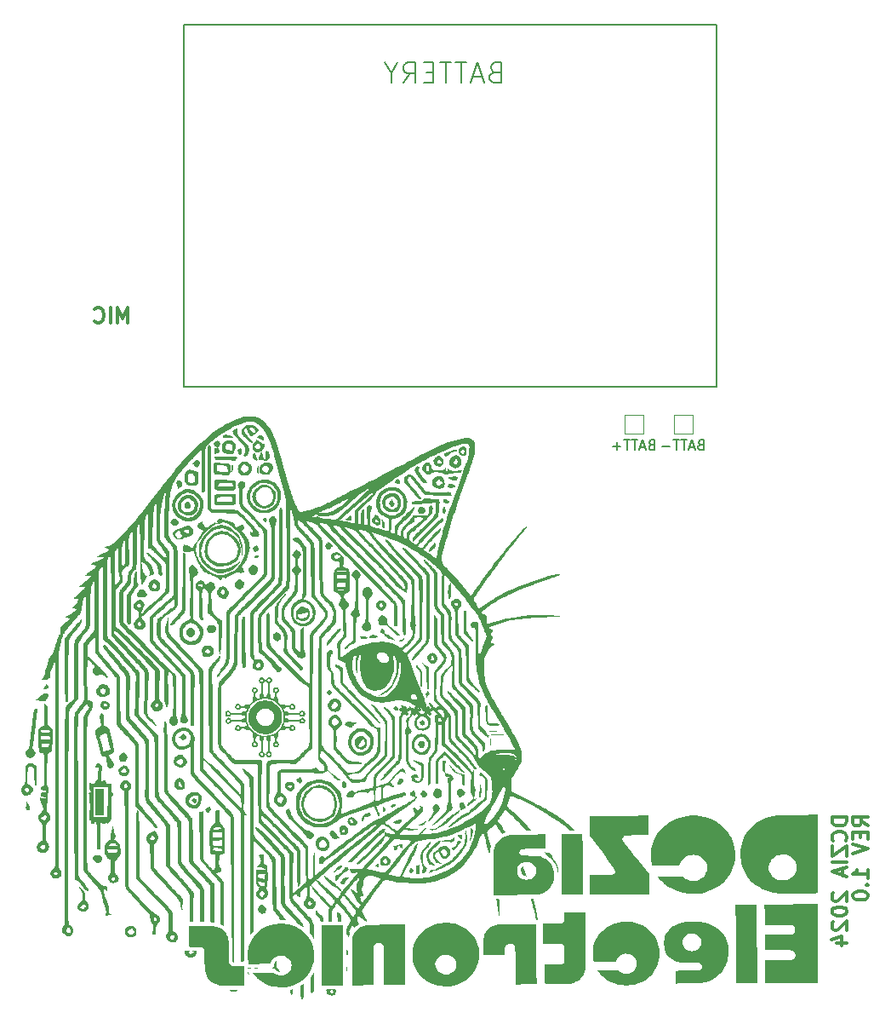
<source format=gbr>
%TF.GenerationSoftware,KiCad,Pcbnew,8.0.3*%
%TF.CreationDate,2024-06-20T00:24:59-06:00*%
%TF.ProjectId,dc32,64633332-2e6b-4696-9361-645f70636258,1.0*%
%TF.SameCoordinates,PX7bb10a0PY836a940*%
%TF.FileFunction,Legend,Bot*%
%TF.FilePolarity,Positive*%
%FSLAX46Y46*%
G04 Gerber Fmt 4.6, Leading zero omitted, Abs format (unit mm)*
G04 Created by KiCad (PCBNEW 8.0.3) date 2024-06-20 00:24:59*
%MOMM*%
%LPD*%
G01*
G04 APERTURE LIST*
%ADD10C,0.150000*%
%ADD11C,0.300000*%
%ADD12C,0.200000*%
%ADD13C,0.120000*%
%ADD14C,0.000000*%
%ADD15C,1.200000*%
%ADD16C,0.900000*%
%ADD17O,3.200000X3.500000*%
%ADD18C,1.800000*%
%ADD19C,1.500000*%
%ADD20C,0.750000*%
%ADD21O,1.800000X1.800000*%
%ADD22O,1.500000X1.500000*%
%ADD23R,1.500000X1.500000*%
%ADD24C,0.800000*%
%ADD25C,6.400000*%
G04 APERTURE END LIST*
D10*
X23500000Y97000000D02*
X76500000Y97000000D01*
X76500000Y61000000D01*
X23500000Y61000000D01*
X23500000Y97000000D01*
D11*
X89500828Y18245490D02*
X88000828Y18245490D01*
X88000828Y18245490D02*
X88000828Y17888347D01*
X88000828Y17888347D02*
X88072257Y17674061D01*
X88072257Y17674061D02*
X88215114Y17531204D01*
X88215114Y17531204D02*
X88357971Y17459775D01*
X88357971Y17459775D02*
X88643685Y17388347D01*
X88643685Y17388347D02*
X88857971Y17388347D01*
X88857971Y17388347D02*
X89143685Y17459775D01*
X89143685Y17459775D02*
X89286542Y17531204D01*
X89286542Y17531204D02*
X89429400Y17674061D01*
X89429400Y17674061D02*
X89500828Y17888347D01*
X89500828Y17888347D02*
X89500828Y18245490D01*
X89357971Y15888347D02*
X89429400Y15959775D01*
X89429400Y15959775D02*
X89500828Y16174061D01*
X89500828Y16174061D02*
X89500828Y16316918D01*
X89500828Y16316918D02*
X89429400Y16531204D01*
X89429400Y16531204D02*
X89286542Y16674061D01*
X89286542Y16674061D02*
X89143685Y16745490D01*
X89143685Y16745490D02*
X88857971Y16816918D01*
X88857971Y16816918D02*
X88643685Y16816918D01*
X88643685Y16816918D02*
X88357971Y16745490D01*
X88357971Y16745490D02*
X88215114Y16674061D01*
X88215114Y16674061D02*
X88072257Y16531204D01*
X88072257Y16531204D02*
X88000828Y16316918D01*
X88000828Y16316918D02*
X88000828Y16174061D01*
X88000828Y16174061D02*
X88072257Y15959775D01*
X88072257Y15959775D02*
X88143685Y15888347D01*
X88000828Y15388347D02*
X88000828Y14388347D01*
X88000828Y14388347D02*
X89500828Y15388347D01*
X89500828Y15388347D02*
X89500828Y14388347D01*
X89500828Y13816919D02*
X88000828Y13816919D01*
X89072257Y13174061D02*
X89072257Y12459775D01*
X89500828Y13316918D02*
X88000828Y12816918D01*
X88000828Y12816918D02*
X89500828Y12316918D01*
X88143685Y10745490D02*
X88072257Y10674062D01*
X88072257Y10674062D02*
X88000828Y10531204D01*
X88000828Y10531204D02*
X88000828Y10174062D01*
X88000828Y10174062D02*
X88072257Y10031204D01*
X88072257Y10031204D02*
X88143685Y9959776D01*
X88143685Y9959776D02*
X88286542Y9888347D01*
X88286542Y9888347D02*
X88429400Y9888347D01*
X88429400Y9888347D02*
X88643685Y9959776D01*
X88643685Y9959776D02*
X89500828Y10816919D01*
X89500828Y10816919D02*
X89500828Y9888347D01*
X88000828Y8959776D02*
X88000828Y8816919D01*
X88000828Y8816919D02*
X88072257Y8674062D01*
X88072257Y8674062D02*
X88143685Y8602633D01*
X88143685Y8602633D02*
X88286542Y8531205D01*
X88286542Y8531205D02*
X88572257Y8459776D01*
X88572257Y8459776D02*
X88929400Y8459776D01*
X88929400Y8459776D02*
X89215114Y8531205D01*
X89215114Y8531205D02*
X89357971Y8602633D01*
X89357971Y8602633D02*
X89429400Y8674062D01*
X89429400Y8674062D02*
X89500828Y8816919D01*
X89500828Y8816919D02*
X89500828Y8959776D01*
X89500828Y8959776D02*
X89429400Y9102633D01*
X89429400Y9102633D02*
X89357971Y9174062D01*
X89357971Y9174062D02*
X89215114Y9245491D01*
X89215114Y9245491D02*
X88929400Y9316919D01*
X88929400Y9316919D02*
X88572257Y9316919D01*
X88572257Y9316919D02*
X88286542Y9245491D01*
X88286542Y9245491D02*
X88143685Y9174062D01*
X88143685Y9174062D02*
X88072257Y9102633D01*
X88072257Y9102633D02*
X88000828Y8959776D01*
X88143685Y7888348D02*
X88072257Y7816920D01*
X88072257Y7816920D02*
X88000828Y7674062D01*
X88000828Y7674062D02*
X88000828Y7316920D01*
X88000828Y7316920D02*
X88072257Y7174062D01*
X88072257Y7174062D02*
X88143685Y7102634D01*
X88143685Y7102634D02*
X88286542Y7031205D01*
X88286542Y7031205D02*
X88429400Y7031205D01*
X88429400Y7031205D02*
X88643685Y7102634D01*
X88643685Y7102634D02*
X89500828Y7959777D01*
X89500828Y7959777D02*
X89500828Y7031205D01*
X88500828Y5745491D02*
X89500828Y5745491D01*
X87929400Y6102634D02*
X89000828Y6459777D01*
X89000828Y6459777D02*
X89000828Y5531206D01*
X17945489Y67399172D02*
X17945489Y68899172D01*
X17945489Y68899172D02*
X17445489Y67827743D01*
X17445489Y67827743D02*
X16945489Y68899172D01*
X16945489Y68899172D02*
X16945489Y67399172D01*
X16231203Y67399172D02*
X16231203Y68899172D01*
X14659774Y67542029D02*
X14731202Y67470600D01*
X14731202Y67470600D02*
X14945488Y67399172D01*
X14945488Y67399172D02*
X15088345Y67399172D01*
X15088345Y67399172D02*
X15302631Y67470600D01*
X15302631Y67470600D02*
X15445488Y67613458D01*
X15445488Y67613458D02*
X15516917Y67756315D01*
X15516917Y67756315D02*
X15588345Y68042029D01*
X15588345Y68042029D02*
X15588345Y68256315D01*
X15588345Y68256315D02*
X15516917Y68542029D01*
X15516917Y68542029D02*
X15445488Y68684886D01*
X15445488Y68684886D02*
X15302631Y68827743D01*
X15302631Y68827743D02*
X15088345Y68899172D01*
X15088345Y68899172D02*
X14945488Y68899172D01*
X14945488Y68899172D02*
X14731202Y68827743D01*
X14731202Y68827743D02*
X14659774Y68756315D01*
D12*
X54425564Y92302781D02*
X54139850Y92207543D01*
X54139850Y92207543D02*
X54044612Y92112305D01*
X54044612Y92112305D02*
X53949374Y91921829D01*
X53949374Y91921829D02*
X53949374Y91636115D01*
X53949374Y91636115D02*
X54044612Y91445639D01*
X54044612Y91445639D02*
X54139850Y91350400D01*
X54139850Y91350400D02*
X54330326Y91255162D01*
X54330326Y91255162D02*
X55092231Y91255162D01*
X55092231Y91255162D02*
X55092231Y93255162D01*
X55092231Y93255162D02*
X54425564Y93255162D01*
X54425564Y93255162D02*
X54235088Y93159924D01*
X54235088Y93159924D02*
X54139850Y93064686D01*
X54139850Y93064686D02*
X54044612Y92874210D01*
X54044612Y92874210D02*
X54044612Y92683734D01*
X54044612Y92683734D02*
X54139850Y92493258D01*
X54139850Y92493258D02*
X54235088Y92398020D01*
X54235088Y92398020D02*
X54425564Y92302781D01*
X54425564Y92302781D02*
X55092231Y92302781D01*
X53187469Y91826591D02*
X52235088Y91826591D01*
X53377945Y91255162D02*
X52711279Y93255162D01*
X52711279Y93255162D02*
X52044612Y91255162D01*
X51663659Y93255162D02*
X50520802Y93255162D01*
X51092231Y91255162D02*
X51092231Y93255162D01*
X50139849Y93255162D02*
X48996992Y93255162D01*
X49568421Y91255162D02*
X49568421Y93255162D01*
X48330325Y92302781D02*
X47663658Y92302781D01*
X47377944Y91255162D02*
X48330325Y91255162D01*
X48330325Y91255162D02*
X48330325Y93255162D01*
X48330325Y93255162D02*
X47377944Y93255162D01*
X45377944Y91255162D02*
X46044611Y92207543D01*
X46520801Y91255162D02*
X46520801Y93255162D01*
X46520801Y93255162D02*
X45758896Y93255162D01*
X45758896Y93255162D02*
X45568420Y93159924D01*
X45568420Y93159924D02*
X45473182Y93064686D01*
X45473182Y93064686D02*
X45377944Y92874210D01*
X45377944Y92874210D02*
X45377944Y92588496D01*
X45377944Y92588496D02*
X45473182Y92398020D01*
X45473182Y92398020D02*
X45568420Y92302781D01*
X45568420Y92302781D02*
X45758896Y92207543D01*
X45758896Y92207543D02*
X46520801Y92207543D01*
X44139849Y92207543D02*
X44139849Y91255162D01*
X44806515Y93255162D02*
X44139849Y92207543D01*
X44139849Y92207543D02*
X43473182Y93255162D01*
D11*
X91600828Y17388347D02*
X90886542Y17888347D01*
X91600828Y18245490D02*
X90100828Y18245490D01*
X90100828Y18245490D02*
X90100828Y17674061D01*
X90100828Y17674061D02*
X90172257Y17531204D01*
X90172257Y17531204D02*
X90243685Y17459775D01*
X90243685Y17459775D02*
X90386542Y17388347D01*
X90386542Y17388347D02*
X90600828Y17388347D01*
X90600828Y17388347D02*
X90743685Y17459775D01*
X90743685Y17459775D02*
X90815114Y17531204D01*
X90815114Y17531204D02*
X90886542Y17674061D01*
X90886542Y17674061D02*
X90886542Y18245490D01*
X90815114Y16745490D02*
X90815114Y16245490D01*
X91600828Y16031204D02*
X91600828Y16745490D01*
X91600828Y16745490D02*
X90100828Y16745490D01*
X90100828Y16745490D02*
X90100828Y16031204D01*
X90100828Y15602632D02*
X91600828Y15102632D01*
X91600828Y15102632D02*
X90100828Y14602632D01*
X91600828Y12174061D02*
X91600828Y13031204D01*
X91600828Y12602633D02*
X90100828Y12602633D01*
X90100828Y12602633D02*
X90315114Y12745490D01*
X90315114Y12745490D02*
X90457971Y12888347D01*
X90457971Y12888347D02*
X90529400Y13031204D01*
X91457971Y11531205D02*
X91529400Y11459776D01*
X91529400Y11459776D02*
X91600828Y11531205D01*
X91600828Y11531205D02*
X91529400Y11602633D01*
X91529400Y11602633D02*
X91457971Y11531205D01*
X91457971Y11531205D02*
X91600828Y11531205D01*
X90100828Y10531204D02*
X90100828Y10388347D01*
X90100828Y10388347D02*
X90172257Y10245490D01*
X90172257Y10245490D02*
X90243685Y10174061D01*
X90243685Y10174061D02*
X90386542Y10102633D01*
X90386542Y10102633D02*
X90672257Y10031204D01*
X90672257Y10031204D02*
X91029400Y10031204D01*
X91029400Y10031204D02*
X91315114Y10102633D01*
X91315114Y10102633D02*
X91457971Y10174061D01*
X91457971Y10174061D02*
X91529400Y10245490D01*
X91529400Y10245490D02*
X91600828Y10388347D01*
X91600828Y10388347D02*
X91600828Y10531204D01*
X91600828Y10531204D02*
X91529400Y10674061D01*
X91529400Y10674061D02*
X91457971Y10745490D01*
X91457971Y10745490D02*
X91315114Y10816919D01*
X91315114Y10816919D02*
X91029400Y10888347D01*
X91029400Y10888347D02*
X90672257Y10888347D01*
X90672257Y10888347D02*
X90386542Y10816919D01*
X90386542Y10816919D02*
X90243685Y10745490D01*
X90243685Y10745490D02*
X90172257Y10674061D01*
X90172257Y10674061D02*
X90100828Y10531204D01*
D10*
X70038095Y55268991D02*
X69895238Y55221372D01*
X69895238Y55221372D02*
X69847619Y55173753D01*
X69847619Y55173753D02*
X69800000Y55078515D01*
X69800000Y55078515D02*
X69800000Y54935658D01*
X69800000Y54935658D02*
X69847619Y54840420D01*
X69847619Y54840420D02*
X69895238Y54792800D01*
X69895238Y54792800D02*
X69990476Y54745181D01*
X69990476Y54745181D02*
X70371428Y54745181D01*
X70371428Y54745181D02*
X70371428Y55745181D01*
X70371428Y55745181D02*
X70038095Y55745181D01*
X70038095Y55745181D02*
X69942857Y55697562D01*
X69942857Y55697562D02*
X69895238Y55649943D01*
X69895238Y55649943D02*
X69847619Y55554705D01*
X69847619Y55554705D02*
X69847619Y55459467D01*
X69847619Y55459467D02*
X69895238Y55364229D01*
X69895238Y55364229D02*
X69942857Y55316610D01*
X69942857Y55316610D02*
X70038095Y55268991D01*
X70038095Y55268991D02*
X70371428Y55268991D01*
X69419047Y55030896D02*
X68942857Y55030896D01*
X69514285Y54745181D02*
X69180952Y55745181D01*
X69180952Y55745181D02*
X68847619Y54745181D01*
X68657142Y55745181D02*
X68085714Y55745181D01*
X68371428Y54745181D02*
X68371428Y55745181D01*
X67895237Y55745181D02*
X67323809Y55745181D01*
X67609523Y54745181D02*
X67609523Y55745181D01*
X66990475Y55126134D02*
X66228571Y55126134D01*
X66609523Y54745181D02*
X66609523Y55507086D01*
X74938095Y55268991D02*
X74795238Y55221372D01*
X74795238Y55221372D02*
X74747619Y55173753D01*
X74747619Y55173753D02*
X74700000Y55078515D01*
X74700000Y55078515D02*
X74700000Y54935658D01*
X74700000Y54935658D02*
X74747619Y54840420D01*
X74747619Y54840420D02*
X74795238Y54792800D01*
X74795238Y54792800D02*
X74890476Y54745181D01*
X74890476Y54745181D02*
X75271428Y54745181D01*
X75271428Y54745181D02*
X75271428Y55745181D01*
X75271428Y55745181D02*
X74938095Y55745181D01*
X74938095Y55745181D02*
X74842857Y55697562D01*
X74842857Y55697562D02*
X74795238Y55649943D01*
X74795238Y55649943D02*
X74747619Y55554705D01*
X74747619Y55554705D02*
X74747619Y55459467D01*
X74747619Y55459467D02*
X74795238Y55364229D01*
X74795238Y55364229D02*
X74842857Y55316610D01*
X74842857Y55316610D02*
X74938095Y55268991D01*
X74938095Y55268991D02*
X75271428Y55268991D01*
X74319047Y55030896D02*
X73842857Y55030896D01*
X74414285Y54745181D02*
X74080952Y55745181D01*
X74080952Y55745181D02*
X73747619Y54745181D01*
X73557142Y55745181D02*
X72985714Y55745181D01*
X73271428Y54745181D02*
X73271428Y55745181D01*
X72795237Y55745181D02*
X72223809Y55745181D01*
X72509523Y54745181D02*
X72509523Y55745181D01*
X71890475Y55126134D02*
X71128571Y55126134D01*
D11*
X48721427Y29050243D02*
X48864285Y29121672D01*
X48864285Y29121672D02*
X49078570Y29121672D01*
X49078570Y29121672D02*
X49292856Y29050243D01*
X49292856Y29050243D02*
X49435713Y28907386D01*
X49435713Y28907386D02*
X49507142Y28764529D01*
X49507142Y28764529D02*
X49578570Y28478815D01*
X49578570Y28478815D02*
X49578570Y28264529D01*
X49578570Y28264529D02*
X49507142Y27978815D01*
X49507142Y27978815D02*
X49435713Y27835958D01*
X49435713Y27835958D02*
X49292856Y27693100D01*
X49292856Y27693100D02*
X49078570Y27621672D01*
X49078570Y27621672D02*
X48935713Y27621672D01*
X48935713Y27621672D02*
X48721427Y27693100D01*
X48721427Y27693100D02*
X48649999Y27764529D01*
X48649999Y27764529D02*
X48649999Y28264529D01*
X48649999Y28264529D02*
X48935713Y28264529D01*
X47792856Y29121672D02*
X47792856Y28764529D01*
X48149999Y28907386D02*
X47792856Y28764529D01*
X47792856Y28764529D02*
X47435713Y28907386D01*
X48007142Y28478815D02*
X47792856Y28764529D01*
X47792856Y28764529D02*
X47578570Y28478815D01*
X46649999Y29121672D02*
X46649999Y28764529D01*
X47007142Y28907386D02*
X46649999Y28764529D01*
X46649999Y28764529D02*
X46292856Y28907386D01*
X46864285Y28478815D02*
X46649999Y28764529D01*
X46649999Y28764529D02*
X46435713Y28478815D01*
X45507142Y29121672D02*
X45507142Y28764529D01*
X45864285Y28907386D02*
X45507142Y28764529D01*
X45507142Y28764529D02*
X45149999Y28907386D01*
X45721428Y28478815D02*
X45507142Y28764529D01*
X45507142Y28764529D02*
X45292856Y28478815D01*
D13*
%TO.C,TP1*%
X67350000Y58250000D02*
X69250000Y58250000D01*
X67350000Y56350000D02*
X67350000Y58250000D01*
X69250000Y58250000D02*
X69250000Y56350000D01*
X69250000Y56350000D02*
X67350000Y56350000D01*
%TO.C,TP2*%
X72250000Y58250000D02*
X74150000Y58250000D01*
X72250000Y56350000D02*
X72250000Y58250000D01*
X74150000Y58250000D02*
X74150000Y56350000D01*
X74150000Y56350000D02*
X72250000Y56350000D01*
D14*
%TO.C,G\u002A\u002A\u002A*%
G36*
X29266222Y44114095D02*
G01*
X29255630Y44103503D01*
X29245037Y44114095D01*
X29255630Y44124687D01*
X29266222Y44114095D01*
G37*
G36*
X15559967Y19752127D02*
G01*
X15559967Y18449291D01*
X15157464Y18449291D01*
X14754962Y18449291D01*
X14754962Y19752127D01*
X14754962Y21054962D01*
X15157464Y21054962D01*
X15559967Y21054962D01*
X15559967Y19752127D01*
G37*
G36*
X30152278Y3240121D02*
G01*
X30113963Y3200453D01*
X30070009Y3181745D01*
X30002377Y3176568D01*
X29957531Y3176577D01*
X29919074Y3182182D01*
X29904215Y3200657D01*
X29901751Y3238949D01*
X29901751Y3302502D01*
X30051653Y3302502D01*
X30201554Y3302502D01*
X30152278Y3240121D01*
G37*
G36*
X30959981Y52824719D02*
G01*
X30960967Y52426086D01*
X30913303Y52440319D01*
X30861542Y52463764D01*
X30804531Y52524947D01*
X30777133Y52614988D01*
X30779611Y52732756D01*
X30812228Y52877118D01*
X30842077Y52966365D01*
X30877230Y53057443D01*
X30909139Y53127695D01*
X30958995Y53223353D01*
X30959981Y52824719D01*
G37*
G36*
X39755891Y3348230D02*
G01*
X39787115Y3272582D01*
X39808398Y3182869D01*
X39803510Y3100147D01*
X39773210Y3009606D01*
X39752643Y2963528D01*
X39730041Y2917727D01*
X39718075Y2900000D01*
X39717608Y2900466D01*
X39714842Y2925956D01*
X39712843Y2984687D01*
X39711794Y3068715D01*
X39711877Y3170100D01*
X39713662Y3440200D01*
X39755891Y3348230D01*
G37*
G36*
X29912687Y2856292D02*
G01*
X29931884Y2832038D01*
X29960452Y2786953D01*
X29962745Y2783075D01*
X30002164Y2718200D01*
X30039126Y2659847D01*
X30057052Y2628907D01*
X30058797Y2607100D01*
X30030413Y2612739D01*
X29970600Y2645556D01*
X29930378Y2674344D01*
X29907129Y2712433D01*
X29901751Y2772583D01*
X29901971Y2791781D01*
X29904934Y2838810D01*
X29910251Y2857631D01*
X29912687Y2856292D01*
G37*
G36*
X30918599Y3238949D02*
G01*
X30918599Y3175396D01*
X30726690Y3175396D01*
X30698241Y3175552D01*
X30612249Y3178763D01*
X30560738Y3185776D01*
X30547603Y3196143D01*
X30550638Y3217730D01*
X30537515Y3259696D01*
X30535084Y3264307D01*
X30528511Y3282504D01*
X30536400Y3293754D01*
X30565727Y3299726D01*
X30623469Y3302086D01*
X30716602Y3302502D01*
X30918599Y3302502D01*
X30918599Y3238949D01*
G37*
G36*
X43420519Y19309750D02*
G01*
X43475579Y19245076D01*
X43546753Y19148858D01*
X43591989Y19068724D01*
X43607898Y19010093D01*
X43594315Y18954009D01*
X43544397Y18888298D01*
X43463691Y18832422D01*
X43385571Y18792211D01*
X43372661Y18838903D01*
X43372548Y18839319D01*
X43366298Y18878751D01*
X43358850Y18950259D01*
X43351128Y19043813D01*
X43344055Y19149386D01*
X43328361Y19413178D01*
X43420519Y19309750D01*
G37*
G36*
X55365304Y26427687D02*
G01*
X55365304Y26372227D01*
X54693291Y26372227D01*
X54021277Y26372227D01*
X54068361Y26419311D01*
X54071396Y26422321D01*
X54086222Y26435223D01*
X54104605Y26445422D01*
X54131395Y26453319D01*
X54171446Y26459314D01*
X54229607Y26463807D01*
X54310729Y26467199D01*
X54419664Y26469890D01*
X54561262Y26472281D01*
X54740375Y26474771D01*
X55365304Y26483146D01*
X55365304Y26427687D01*
G37*
G36*
X51170809Y16265768D02*
G01*
X51170809Y16052388D01*
X51122014Y16090998D01*
X51107622Y16102775D01*
X51058990Y16144326D01*
X50993719Y16201435D01*
X50921821Y16265380D01*
X50889699Y16294439D01*
X50830519Y16351034D01*
X50797576Y16389920D01*
X50786094Y16417494D01*
X50791295Y16440151D01*
X50793501Y16444017D01*
X50811512Y16462059D01*
X50844419Y16472741D01*
X50901364Y16477844D01*
X50991488Y16479149D01*
X51170809Y16479149D01*
X51170809Y16265768D01*
G37*
G36*
X54427898Y26792397D02*
G01*
X54952210Y26788881D01*
X54454379Y26764137D01*
X54367593Y26759790D01*
X54233020Y26752909D01*
X54115719Y26746740D01*
X54021953Y26741620D01*
X53957981Y26737886D01*
X53930067Y26735876D01*
X53917514Y26738031D01*
X53903586Y26764137D01*
X53904137Y26768023D01*
X53912834Y26777068D01*
X53935758Y26783838D01*
X53977597Y26788585D01*
X54043042Y26791561D01*
X54136781Y26793020D01*
X54263503Y26793215D01*
X54427898Y26792397D01*
G37*
G36*
X39733289Y5081958D02*
G01*
X39767544Y5072049D01*
X39817065Y5049664D01*
X39879566Y5017344D01*
X39879566Y4763676D01*
X39879566Y4761523D01*
X39878681Y4663778D01*
X39876337Y4583814D01*
X39872885Y4529826D01*
X39868677Y4510008D01*
X39864188Y4511292D01*
X39832501Y4527938D01*
X39784202Y4557673D01*
X39710616Y4605338D01*
X39710354Y4843661D01*
X39710760Y4904086D01*
X39714429Y5001104D01*
X39721702Y5061311D01*
X39732328Y5081985D01*
X39733289Y5081958D01*
G37*
G36*
X42870542Y13594687D02*
G01*
X42915410Y13535662D01*
X42947423Y13461856D01*
X42940686Y13399366D01*
X42895475Y13345407D01*
X42894816Y13344892D01*
X42842840Y13314229D01*
X42795988Y13301501D01*
X42794267Y13301558D01*
X42756944Y13312977D01*
X42704548Y13338741D01*
X42650503Y13370908D01*
X42608232Y13401537D01*
X42591159Y13422685D01*
X42591651Y13424254D01*
X42608195Y13449658D01*
X42643493Y13497644D01*
X42691107Y13559403D01*
X42791056Y13686622D01*
X42870542Y13594687D01*
G37*
G36*
X46259148Y13116975D02*
G01*
X46263027Y13111983D01*
X46311669Y13048463D01*
X46350161Y12996618D01*
X46370469Y12967254D01*
X46365941Y12936714D01*
X46333582Y12880733D01*
X46275762Y12803830D01*
X46165137Y12667482D01*
X46109966Y12707253D01*
X46094253Y12719276D01*
X46039543Y12766705D01*
X45983807Y12820932D01*
X45948650Y12863445D01*
X45925380Y12919878D01*
X45933852Y12978555D01*
X45975531Y13046102D01*
X46051880Y13129147D01*
X46163744Y13239622D01*
X46259148Y13116975D01*
G37*
G36*
X31217309Y56220650D02*
G01*
X31226633Y56218086D01*
X31346895Y56166888D01*
X31435853Y56092883D01*
X31490820Y56000462D01*
X31509115Y55894013D01*
X31488051Y55777927D01*
X31487747Y55777062D01*
X31463043Y55730838D01*
X31436482Y55720606D01*
X31426809Y55723996D01*
X31380755Y55739180D01*
X31305891Y55763361D01*
X31210009Y55794029D01*
X31100904Y55828673D01*
X30793186Y55926050D01*
X30814977Y55983365D01*
X30842050Y56041621D01*
X30913974Y56135632D01*
X31005097Y56199523D01*
X31108511Y56229220D01*
X31217309Y56220650D01*
G37*
G36*
X9937413Y31412247D02*
G01*
X9942994Y31406739D01*
X9996633Y31347471D01*
X10023509Y31299037D01*
X10030859Y31248774D01*
X10022179Y31184578D01*
X9978930Y31094275D01*
X9906448Y31026077D01*
X9895450Y31020385D01*
X9843114Y31005088D01*
X9774087Y30994843D01*
X9700056Y30990090D01*
X9632707Y30991270D01*
X9583727Y30998824D01*
X9564804Y31013193D01*
X9568635Y31026243D01*
X9590468Y31072458D01*
X9627981Y31142654D01*
X9676982Y31229313D01*
X9733280Y31324919D01*
X9792685Y31421953D01*
X9843967Y31503957D01*
X9937413Y31412247D01*
G37*
G36*
X30558466Y54477289D02*
G01*
X30594703Y54458410D01*
X30603498Y54442752D01*
X30627111Y54391498D01*
X30660800Y54312958D01*
X30701483Y54214371D01*
X30746076Y54102979D01*
X30875430Y53775098D01*
X30817832Y53729171D01*
X30760234Y53683244D01*
X30604400Y53790972D01*
X30587775Y53802547D01*
X30477183Y53886579D01*
X30402383Y53962092D01*
X30360640Y54036488D01*
X30349220Y54117172D01*
X30365388Y54211546D01*
X30406409Y54327014D01*
X30432792Y54388520D01*
X30461555Y54441885D01*
X30488371Y54469454D01*
X30519440Y54479595D01*
X30558466Y54477289D01*
G37*
G36*
X49503579Y48996953D02*
G01*
X49544890Y48929887D01*
X49580485Y48860829D01*
X49598302Y48803821D01*
X49603169Y48746737D01*
X49600713Y48709549D01*
X49581741Y48625870D01*
X49548961Y48545307D01*
X49508314Y48480881D01*
X49465743Y48445612D01*
X49426753Y48438280D01*
X49359709Y48442374D01*
X49302077Y48460575D01*
X49296027Y48466148D01*
X49277392Y48506236D01*
X49260398Y48571116D01*
X49248000Y48647641D01*
X49243154Y48722666D01*
X49248589Y48781400D01*
X49274209Y48871910D01*
X49323513Y48985795D01*
X49403990Y49152612D01*
X49503579Y48996953D01*
G37*
G36*
X26901460Y54941383D02*
G01*
X26981073Y54910319D01*
X27031279Y54853312D01*
X27056164Y54767429D01*
X27059113Y54733438D01*
X27043771Y54627865D01*
X26989102Y54536996D01*
X26894859Y54460522D01*
X26760798Y54398135D01*
X26695916Y54374816D01*
X26643047Y54359725D01*
X26608493Y54361593D01*
X26588374Y54385498D01*
X26578808Y54436520D01*
X26575915Y54519738D01*
X26575813Y54640231D01*
X26575790Y54758242D01*
X26578772Y54843119D01*
X26589432Y54898289D01*
X26612446Y54930137D01*
X26652490Y54945046D01*
X26714237Y54949401D01*
X26802363Y54949586D01*
X26901460Y54941383D01*
G37*
G36*
X30916091Y44302433D02*
G01*
X30943296Y44269799D01*
X30974700Y44219782D01*
X31003214Y44165428D01*
X31021750Y44119786D01*
X31023220Y44095904D01*
X31015893Y44092767D01*
X30975171Y44081065D01*
X30907718Y44064135D01*
X30823269Y44044481D01*
X30779120Y44034571D01*
X30701286Y44017224D01*
X30644913Y44004831D01*
X30619936Y43999583D01*
X30615752Y44001696D01*
X30597529Y44029689D01*
X30574818Y44080173D01*
X30542375Y44162765D01*
X30709564Y44241222D01*
X30740584Y44255329D01*
X30816296Y44285897D01*
X30875763Y44304523D01*
X30908209Y44307607D01*
X30916091Y44302433D01*
G37*
G36*
X31665507Y47986205D02*
G01*
X31694843Y47956123D01*
X31745819Y47896159D01*
X31779688Y47846217D01*
X31795613Y47811956D01*
X31798156Y47774524D01*
X31775139Y47729703D01*
X31740800Y47680683D01*
X31695922Y47625396D01*
X31659149Y47592197D01*
X31629877Y47578158D01*
X31615565Y47585596D01*
X31576876Y47615659D01*
X31524587Y47660959D01*
X31467900Y47712989D01*
X31416018Y47763244D01*
X31378140Y47803220D01*
X31363469Y47824409D01*
X31363901Y47825759D01*
X31381748Y47849286D01*
X31420552Y47893596D01*
X31473103Y47950400D01*
X31582736Y48066321D01*
X31665507Y47986205D01*
G37*
G36*
X35425879Y1065545D02*
G01*
X35431492Y441193D01*
X35365645Y283024D01*
X35356031Y260323D01*
X35324488Y191272D01*
X35298853Y143011D01*
X35283939Y124854D01*
X35282783Y125160D01*
X35266449Y147655D01*
X35241084Y198783D01*
X35211664Y268645D01*
X35202941Y291129D01*
X35187602Y334061D01*
X35175721Y376440D01*
X35166692Y424398D01*
X35159912Y484065D01*
X35154773Y561571D01*
X35150672Y663047D01*
X35147002Y794624D01*
X35143159Y962431D01*
X35131069Y1512427D01*
X35275668Y1601162D01*
X35420267Y1689896D01*
X35425879Y1065545D01*
G37*
G36*
X44891829Y51849516D02*
G01*
X44958805Y51815889D01*
X45001261Y51758121D01*
X45033371Y51636852D01*
X45033971Y51524526D01*
X45002415Y51430597D01*
X44939560Y51360602D01*
X44894371Y51338697D01*
X44821678Y51336989D01*
X44733080Y51368801D01*
X44624815Y51435022D01*
X44615897Y51441297D01*
X44556035Y51484586D01*
X44513764Y51517160D01*
X44497748Y51532381D01*
X44498084Y51536427D01*
X44513498Y51577616D01*
X44546139Y51637281D01*
X44588046Y51702832D01*
X44631256Y51761682D01*
X44667806Y51801244D01*
X44729374Y51838523D01*
X44811597Y51857547D01*
X44891829Y51849516D01*
G37*
G36*
X23994156Y49577562D02*
G01*
X24075199Y49534758D01*
X24138788Y49469321D01*
X24187762Y49373816D01*
X24202704Y49257641D01*
X24199046Y49200190D01*
X24171664Y49091758D01*
X24121289Y49004819D01*
X24052418Y48948621D01*
X23960911Y48916849D01*
X23867730Y48917585D01*
X23773578Y48955712D01*
X23672190Y49032616D01*
X23670822Y49033853D01*
X23621355Y49080844D01*
X23596806Y49117114D01*
X23590435Y49159581D01*
X23595504Y49225163D01*
X23607013Y49296165D01*
X23642540Y49406318D01*
X23693869Y49495678D01*
X23755821Y49553632D01*
X23800395Y49574227D01*
X23897337Y49591027D01*
X23994156Y49577562D01*
G37*
G36*
X24276337Y37060440D02*
G01*
X24371371Y37039936D01*
X24485179Y36985270D01*
X24567676Y36902501D01*
X24617709Y36792929D01*
X24634121Y36657855D01*
X24634117Y36657171D01*
X24615389Y36506958D01*
X24562506Y36378434D01*
X24477412Y36274871D01*
X24362052Y36199545D01*
X24251035Y36166311D01*
X24126758Y36167670D01*
X24008387Y36207401D01*
X23904096Y36283996D01*
X23888083Y36300842D01*
X23825901Y36393199D01*
X23790825Y36505741D01*
X23780066Y36646622D01*
X23790075Y36749552D01*
X23833145Y36869733D01*
X23906894Y36963905D01*
X24007734Y37029074D01*
X24132077Y37062250D01*
X24276337Y37060440D01*
G37*
G36*
X24635431Y20133974D02*
G01*
X24711791Y20087658D01*
X24721051Y20079739D01*
X24778222Y20019779D01*
X24804205Y19961508D01*
X24798591Y19897808D01*
X24760969Y19821560D01*
X24690928Y19725646D01*
X24644398Y19669953D01*
X24606887Y19629766D01*
X24587043Y19614429D01*
X24575949Y19623788D01*
X24544489Y19660010D01*
X24499880Y19715471D01*
X24448680Y19781554D01*
X24397444Y19849641D01*
X24352730Y19911115D01*
X24321093Y19957359D01*
X24309091Y19979755D01*
X24319336Y19992301D01*
X24355182Y20024385D01*
X24407897Y20067058D01*
X24473717Y20111561D01*
X24557905Y20142066D01*
X24635431Y20133974D01*
G37*
G36*
X26384335Y37350935D02*
G01*
X26509390Y37297996D01*
X26622217Y37205236D01*
X26623092Y37204316D01*
X26702987Y37099684D01*
X26741106Y36996486D01*
X26737862Y36892298D01*
X26693666Y36784695D01*
X26627993Y36701044D01*
X26532919Y36621484D01*
X26427523Y36564292D01*
X26316562Y36540915D01*
X26195077Y36551722D01*
X26075669Y36594348D01*
X25968073Y36665282D01*
X25882027Y36761012D01*
X25851613Y36813599D01*
X25816406Y36926782D01*
X25818048Y37037807D01*
X25853085Y37141114D01*
X25918059Y37231143D01*
X26009515Y37302334D01*
X26123997Y37349126D01*
X26258048Y37365958D01*
X26384335Y37350935D01*
G37*
G36*
X28411010Y53069766D02*
G01*
X28408822Y53038011D01*
X28400337Y52918995D01*
X28391412Y52798754D01*
X28383653Y52699041D01*
X28370389Y52534862D01*
X28288697Y52534862D01*
X28272401Y52535182D01*
X28225846Y52540651D01*
X28207255Y52550751D01*
X28208333Y52562429D01*
X28213804Y52610600D01*
X28223107Y52688616D01*
X28235345Y52789008D01*
X28249624Y52904310D01*
X28258819Y52978439D01*
X28271887Y53085406D01*
X28282324Y53172849D01*
X28289240Y53233264D01*
X28291743Y53259147D01*
X28291826Y53260008D01*
X28312451Y53271553D01*
X28358423Y53276313D01*
X28425103Y53276313D01*
X28411010Y53069766D01*
G37*
G36*
X30787476Y45241379D02*
G01*
X30836786Y45215841D01*
X30894800Y45162883D01*
X30925061Y45129415D01*
X30972944Y45066970D01*
X31003074Y45015060D01*
X31005607Y45008614D01*
X31014194Y44959594D01*
X31000494Y44909211D01*
X30961039Y44852281D01*
X30892364Y44783624D01*
X30791002Y44698058D01*
X30632610Y44570467D01*
X30584271Y44628270D01*
X30545579Y44675531D01*
X30478071Y44767226D01*
X30436613Y44842714D01*
X30417240Y44910240D01*
X30415984Y44978047D01*
X30419579Y45004610D01*
X30457028Y45103591D01*
X30526418Y45180288D01*
X30621962Y45229857D01*
X30737875Y45247456D01*
X30787476Y45241379D01*
G37*
G36*
X39932527Y12255010D02*
G01*
X39833424Y12212225D01*
X39737565Y12130491D01*
X39660805Y12012781D01*
X39601897Y11857591D01*
X39594827Y11834091D01*
X39563807Y11746257D01*
X39530733Y11671265D01*
X39501661Y11623273D01*
X39470491Y11594522D01*
X39396069Y11565379D01*
X39310070Y11571334D01*
X39220969Y11612707D01*
X39156906Y11672455D01*
X39123562Y11751039D01*
X39129748Y11840963D01*
X39175315Y11940571D01*
X39260114Y12048205D01*
X39289355Y12078082D01*
X39397469Y12166216D01*
X39516652Y12226340D01*
X39656195Y12262224D01*
X39825387Y12277640D01*
X40038449Y12284971D01*
X39932527Y12255010D01*
G37*
G36*
X47647123Y17891464D02*
G01*
X47647382Y17890956D01*
X47638477Y17868256D01*
X47611819Y17820692D01*
X47572693Y17757758D01*
X47474735Y17629534D01*
X47357254Y17526583D01*
X47230525Y17464183D01*
X47144678Y17446393D01*
X47039866Y17445712D01*
X47003103Y17450665D01*
X46941745Y17463130D01*
X46916510Y17479499D01*
X46927974Y17503254D01*
X46976718Y17537874D01*
X47063319Y17586841D01*
X47127644Y17621695D01*
X47278179Y17703144D01*
X47396692Y17767009D01*
X47486967Y17815264D01*
X47552784Y17849883D01*
X47597926Y17872839D01*
X47626175Y17886106D01*
X47641314Y17891656D01*
X47647123Y17891464D01*
G37*
G36*
X22668782Y47934214D02*
G01*
X22740077Y47906799D01*
X22787198Y47874753D01*
X22850188Y47816248D01*
X22910261Y47747328D01*
X22957131Y47679993D01*
X22980514Y47626242D01*
X22982649Y47611137D01*
X22971360Y47524768D01*
X22925261Y47432936D01*
X22848796Y47342579D01*
X22746407Y47260635D01*
X22701830Y47232840D01*
X22645389Y47207257D01*
X22592677Y47201069D01*
X22537065Y47216497D01*
X22471926Y47255759D01*
X22390630Y47321078D01*
X22286550Y47414672D01*
X22138822Y47550839D01*
X22249352Y47671776D01*
X22357193Y47784140D01*
X22449212Y47865484D01*
X22528430Y47915989D01*
X22599926Y47938088D01*
X22668782Y47934214D01*
G37*
G36*
X23489326Y26580219D02*
G01*
X23521338Y26554273D01*
X23572874Y26508971D01*
X23636489Y26450766D01*
X23700156Y26389364D01*
X23747924Y26335579D01*
X23772517Y26293747D01*
X23779483Y26256328D01*
X23774648Y26212972D01*
X23743155Y26123463D01*
X23690496Y26038287D01*
X23626245Y25975021D01*
X23561876Y25941508D01*
X23462126Y25928095D01*
X23354362Y25956127D01*
X23238481Y26025636D01*
X23114380Y26136655D01*
X23031845Y26221466D01*
X23093195Y26272983D01*
X23179957Y26345231D01*
X23269060Y26418263D01*
X23349984Y26483497D01*
X23416651Y26536084D01*
X23462983Y26571174D01*
X23482902Y26583920D01*
X23489326Y26580219D01*
G37*
G36*
X44705536Y29262975D02*
G01*
X44728346Y29248625D01*
X44790394Y29195640D01*
X44843967Y29133285D01*
X44871044Y29090192D01*
X44893455Y29021554D01*
X44878906Y28958148D01*
X44826589Y28888598D01*
X44826054Y28888025D01*
X44798200Y28860522D01*
X44772216Y28846133D01*
X44740444Y28846566D01*
X44695227Y28863528D01*
X44628906Y28898725D01*
X44533824Y28953866D01*
X44469019Y28992497D01*
X44414918Y29028375D01*
X44385737Y29056070D01*
X44374678Y29082453D01*
X44374941Y29114392D01*
X44379225Y29139149D01*
X44396962Y29172056D01*
X44435889Y29203147D01*
X44505059Y29241249D01*
X44628884Y29304431D01*
X44705536Y29262975D01*
G37*
G36*
X47198287Y49071769D02*
G01*
X47304111Y49055253D01*
X47396352Y49024142D01*
X47464888Y48973218D01*
X47515595Y48893814D01*
X47541780Y48798867D01*
X47543377Y48698304D01*
X47520322Y48602055D01*
X47472551Y48520048D01*
X47400000Y48462210D01*
X47352768Y48445224D01*
X47258445Y48429374D01*
X47151410Y48425554D01*
X47048534Y48434041D01*
X46966689Y48455111D01*
X46910302Y48485987D01*
X46856413Y48544993D01*
X46826603Y48629325D01*
X46817431Y48745680D01*
X46822208Y48831435D01*
X46846888Y48922523D01*
X46897091Y48990930D01*
X46977819Y49046026D01*
X47006727Y49057836D01*
X47094089Y49072895D01*
X47198287Y49071769D01*
G37*
G36*
X59657970Y14758606D02*
G01*
X59906853Y14752627D01*
X60141125Y14402878D01*
X60201272Y14312303D01*
X60295592Y14167866D01*
X60391057Y14019276D01*
X60479310Y13879572D01*
X60551994Y13761794D01*
X60728591Y13470458D01*
X60737163Y13094695D01*
X60745734Y12718932D01*
X60694472Y12960911D01*
X60654349Y13132363D01*
X60595662Y13327678D01*
X60525625Y13502628D01*
X60439792Y13669580D01*
X60425089Y13695051D01*
X60291178Y13898514D01*
X60139503Y14077703D01*
X59961875Y14241267D01*
X59750102Y14397856D01*
X59711388Y14424843D01*
X59593087Y14524169D01*
X59500331Y14634610D01*
X59409087Y14764585D01*
X59657970Y14758606D01*
G37*
G36*
X28544156Y1120496D02*
G01*
X28672545Y1120102D01*
X28765723Y1118826D01*
X28828802Y1116177D01*
X28866897Y1111663D01*
X28885121Y1104793D01*
X28888585Y1095075D01*
X28882405Y1082018D01*
X28863460Y1058130D01*
X28802549Y1006379D01*
X28722264Y956516D01*
X28636675Y917935D01*
X28588415Y903978D01*
X28468275Y892124D01*
X28346827Y907149D01*
X28234327Y946024D01*
X28141030Y1005720D01*
X28077192Y1083207D01*
X28075235Y1087116D01*
X28073115Y1098825D01*
X28082488Y1107430D01*
X28108498Y1113407D01*
X28156292Y1117229D01*
X28231015Y1119372D01*
X28337815Y1120310D01*
X28481836Y1120517D01*
X28544156Y1120496D01*
G37*
G36*
X36464181Y1946274D02*
G01*
X36464844Y1825236D01*
X36465424Y1636653D01*
X36465411Y1462679D01*
X36464838Y1307942D01*
X36463735Y1177067D01*
X36462135Y1074680D01*
X36460068Y1005408D01*
X36457566Y973876D01*
X36450440Y955587D01*
X36416621Y904472D01*
X36368102Y852066D01*
X36341217Y828264D01*
X36299101Y794733D01*
X36275872Y781568D01*
X36264358Y788613D01*
X36232002Y820970D01*
X36189978Y870707D01*
X36119349Y959845D01*
X36113005Y1649296D01*
X36106661Y2338746D01*
X36194133Y2455194D01*
X36249802Y2533385D01*
X36313215Y2628680D01*
X36369952Y2719502D01*
X36458298Y2867361D01*
X36464181Y1946274D01*
G37*
G36*
X42449719Y36374919D02*
G01*
X42567204Y36338541D01*
X42713884Y36280918D01*
X42735589Y36271599D01*
X42800221Y36240367D01*
X42841591Y36214717D01*
X42851558Y36199465D01*
X42850377Y36198387D01*
X42817036Y36179966D01*
X42755481Y36153642D01*
X42677029Y36123584D01*
X42592996Y36093965D01*
X42514702Y36068955D01*
X42453461Y36052727D01*
X42421451Y36047178D01*
X42295178Y36042766D01*
X42162723Y36059737D01*
X42046196Y36095754D01*
X41953346Y36136826D01*
X42001771Y36202324D01*
X42020832Y36225055D01*
X42078725Y36280117D01*
X42144243Y36330116D01*
X42201457Y36362713D01*
X42273945Y36386392D01*
X42354333Y36390665D01*
X42449719Y36374919D01*
G37*
G36*
X44579736Y19539819D02*
G01*
X44603667Y19527974D01*
X44616067Y19502818D01*
X44618259Y19493219D01*
X44610380Y19455332D01*
X44574217Y19412122D01*
X44506115Y19360044D01*
X44402419Y19295553D01*
X44364002Y19273133D01*
X44312955Y19246368D01*
X44275008Y19236602D01*
X44234761Y19241256D01*
X44176813Y19257748D01*
X44141014Y19269364D01*
X44113215Y19286267D01*
X44106259Y19313683D01*
X44118680Y19361124D01*
X44149013Y19438100D01*
X44153191Y19448083D01*
X44167641Y19474907D01*
X44188639Y19494119D01*
X44223328Y19507861D01*
X44278848Y19518276D01*
X44362341Y19527506D01*
X44480948Y19537694D01*
X44532967Y19541269D01*
X44579736Y19539819D01*
G37*
G36*
X45192763Y22099927D02*
G01*
X45267229Y22052346D01*
X45325429Y21988518D01*
X45356896Y21914071D01*
X45359690Y21890527D01*
X45345620Y21800625D01*
X45297830Y21709231D01*
X45221719Y21624622D01*
X45122685Y21555073D01*
X45078540Y21540112D01*
X45004775Y21529309D01*
X44919661Y21525606D01*
X44836486Y21528951D01*
X44768538Y21539293D01*
X44729105Y21556582D01*
X44725988Y21566941D01*
X44734196Y21610464D01*
X44757979Y21677654D01*
X44793233Y21760105D01*
X44835854Y21849411D01*
X44881735Y21937166D01*
X44926774Y22014962D01*
X44966864Y22074394D01*
X44997900Y22107055D01*
X45036908Y22123837D01*
X45112500Y22125633D01*
X45192763Y22099927D01*
G37*
G36*
X45431280Y36077265D02*
G01*
X45446681Y36066902D01*
X45454923Y36058083D01*
X45465640Y36034774D01*
X45455711Y36003723D01*
X45422426Y35952099D01*
X45402197Y35923995D01*
X45297782Y35808088D01*
X45186238Y35728469D01*
X45181743Y35726267D01*
X45132263Y35711323D01*
X45065151Y35700521D01*
X44992283Y35694485D01*
X44925532Y35693839D01*
X44876773Y35699207D01*
X44857881Y35711214D01*
X44864038Y35719055D01*
X44899176Y35748072D01*
X44960209Y35793213D01*
X45041134Y35850095D01*
X45135948Y35914333D01*
X45153903Y35926284D01*
X45254874Y35992740D01*
X45327464Y36038300D01*
X45377305Y36065730D01*
X45410032Y36077796D01*
X45431280Y36077265D01*
G37*
G36*
X47360338Y27877376D02*
G01*
X47437297Y27811355D01*
X47467276Y27776905D01*
X47512771Y27688581D01*
X47516438Y27598774D01*
X47478488Y27509650D01*
X47399135Y27423374D01*
X47390810Y27416494D01*
X47336216Y27380624D01*
X47285358Y27369931D01*
X47230733Y27386429D01*
X47164840Y27432135D01*
X47080175Y27509063D01*
X47042304Y27546085D01*
X46986777Y27602361D01*
X46948792Y27643552D01*
X46934973Y27662650D01*
X46936134Y27665470D01*
X46959242Y27690245D01*
X47004718Y27730466D01*
X47063032Y27778450D01*
X47124656Y27826517D01*
X47180061Y27866985D01*
X47219717Y27892173D01*
X47231708Y27897800D01*
X47293444Y27905584D01*
X47360338Y27877376D01*
G37*
G36*
X51068769Y21081901D02*
G01*
X51161784Y21042481D01*
X51269848Y20970323D01*
X51397640Y20864479D01*
X51571510Y20710859D01*
X51418824Y20541085D01*
X51374394Y20493302D01*
X51297984Y20417174D01*
X51226829Y20352854D01*
X51171957Y20310634D01*
X51136938Y20290200D01*
X51071784Y20261305D01*
X51021504Y20249958D01*
X50980774Y20256224D01*
X50903658Y20294152D01*
X50826423Y20358992D01*
X50757012Y20442105D01*
X50703367Y20534850D01*
X50673431Y20628590D01*
X50671459Y20641831D01*
X50676640Y20761531D01*
X50721316Y20878055D01*
X50803084Y20984803D01*
X50833221Y21013198D01*
X50909166Y21066312D01*
X50986122Y21089529D01*
X51068769Y21081901D01*
G37*
G36*
X52197311Y17123226D02*
G01*
X52302296Y17030570D01*
X52276802Y16855485D01*
X52266061Y16787281D01*
X52247944Y16680866D01*
X52225167Y16552655D01*
X52199589Y16413088D01*
X52173067Y16272602D01*
X52094826Y15864804D01*
X52034360Y15864804D01*
X51995288Y15868028D01*
X51980701Y15886661D01*
X51984863Y15933653D01*
X51988346Y15964616D01*
X51994402Y16034833D01*
X52002110Y16135319D01*
X52010993Y16259565D01*
X52020570Y16401060D01*
X52030366Y16553294D01*
X52038870Y16684360D01*
X52048749Y16826135D01*
X52058165Y16950909D01*
X52066617Y17052358D01*
X52073600Y17124157D01*
X52078613Y17159984D01*
X52092327Y17215882D01*
X52197311Y17123226D01*
G37*
G36*
X23080952Y51757857D02*
G01*
X23171606Y51705131D01*
X23267608Y51612237D01*
X23326783Y51533320D01*
X23367360Y51437312D01*
X23369560Y51342257D01*
X23332733Y51245223D01*
X23256230Y51143277D01*
X23139402Y51033487D01*
X23100376Y51001244D01*
X23037950Y50951413D01*
X22991983Y50917012D01*
X22970360Y50904077D01*
X22966839Y50906854D01*
X22951086Y50938900D01*
X22928110Y50999920D01*
X22900600Y51081235D01*
X22871246Y51174169D01*
X22842738Y51270043D01*
X22817766Y51360180D01*
X22799019Y51435903D01*
X22789188Y51488535D01*
X22787684Y51536662D01*
X22805467Y51626188D01*
X22845598Y51701050D01*
X22902351Y51748107D01*
X22992208Y51771693D01*
X23080952Y51757857D01*
G37*
G36*
X26912115Y55664400D02*
G01*
X26960142Y55645113D01*
X27021035Y55602730D01*
X27057004Y55573200D01*
X27111442Y55520407D01*
X27145843Y55476404D01*
X27150068Y55468716D01*
X27164099Y55431714D01*
X27159078Y55394632D01*
X27133368Y55339507D01*
X27130450Y55334010D01*
X27094559Y55272765D01*
X27044805Y55194612D01*
X26991025Y55115062D01*
X26891713Y54973077D01*
X26743560Y55081173D01*
X26668005Y55138144D01*
X26581463Y55212013D01*
X26526833Y55273657D01*
X26500599Y55327341D01*
X26499243Y55377326D01*
X26505343Y55401354D01*
X26553212Y55494376D01*
X26630892Y55574921D01*
X26728349Y55634427D01*
X26835555Y55664336D01*
X26858991Y55666559D01*
X26912115Y55664400D01*
G37*
G36*
X27933894Y56237604D02*
G01*
X28119019Y56198910D01*
X28299251Y56142585D01*
X28461624Y56071360D01*
X28556547Y56021857D01*
X28461218Y56004838D01*
X28438301Y56001266D01*
X28366333Y55992211D01*
X28267143Y55981373D01*
X28150691Y55969812D01*
X28026939Y55958588D01*
X27922905Y55949642D01*
X27785528Y55938320D01*
X27680826Y55931160D01*
X27602907Y55928511D01*
X27545880Y55930721D01*
X27503853Y55938139D01*
X27470933Y55951112D01*
X27441230Y55969988D01*
X27408850Y55995116D01*
X27320370Y56065468D01*
X27398690Y56151148D01*
X27430119Y56184025D01*
X27475768Y56220065D01*
X27528019Y56239702D01*
X27604750Y56251655D01*
X27756844Y56255941D01*
X27933894Y56237604D01*
G37*
G36*
X29162396Y54951668D02*
G01*
X29203134Y54912065D01*
X29253107Y54837029D01*
X29314137Y54738923D01*
X29279277Y54548381D01*
X29272334Y54511472D01*
X29254076Y54422418D01*
X29237002Y54349012D01*
X29224067Y54304315D01*
X29213615Y54282038D01*
X29183664Y54257125D01*
X29128343Y54250792D01*
X29111329Y54250967D01*
X29081257Y54255021D01*
X29056835Y54269745D01*
X29032063Y54302021D01*
X29000944Y54358729D01*
X28957478Y54446747D01*
X28955924Y54449938D01*
X28903349Y54564348D01*
X28873627Y54650980D01*
X28867534Y54718032D01*
X28885845Y54773699D01*
X28929333Y54826177D01*
X28998775Y54883663D01*
X29066492Y54932299D01*
X29120359Y54957769D01*
X29162396Y54951668D01*
G37*
G36*
X34365833Y1152183D02*
G01*
X34370075Y1109023D01*
X34368380Y1041267D01*
X34361621Y958801D01*
X34350668Y871514D01*
X34336393Y789291D01*
X34319667Y722020D01*
X34303905Y674206D01*
X34284300Y632485D01*
X34261686Y616208D01*
X34228037Y616098D01*
X34222962Y616718D01*
X34198171Y622676D01*
X34181168Y638279D01*
X34168687Y671624D01*
X34157462Y730810D01*
X34144226Y823936D01*
X34140081Y854537D01*
X34127141Y958147D01*
X34122765Y1029048D01*
X34129105Y1074698D01*
X34148313Y1102553D01*
X34182542Y1120071D01*
X34233945Y1134707D01*
X34272965Y1144496D01*
X34328669Y1157293D01*
X34358477Y1162477D01*
X34365833Y1152183D01*
G37*
G36*
X35164283Y22158474D02*
G01*
X35173478Y22148390D01*
X35232367Y22080096D01*
X35281460Y22017311D01*
X35310925Y21972503D01*
X35326573Y21933658D01*
X35327240Y21895521D01*
X35308378Y21851908D01*
X35266429Y21794741D01*
X35197831Y21715944D01*
X35148971Y21662331D01*
X35112471Y21623509D01*
X35096259Y21607910D01*
X35090077Y21610407D01*
X35057859Y21633111D01*
X35005521Y21674104D01*
X34940661Y21726992D01*
X34870880Y21785379D01*
X34803777Y21842868D01*
X34746951Y21893066D01*
X34708001Y21929576D01*
X34694527Y21946002D01*
X34707756Y21961099D01*
X34746508Y21999829D01*
X34804242Y22055393D01*
X34874460Y22121458D01*
X35048920Y22283961D01*
X35164283Y22158474D01*
G37*
G36*
X45109781Y18026563D02*
G01*
X45120468Y18021951D01*
X45181297Y17981198D01*
X45204864Y17926245D01*
X45195073Y17848965D01*
X45186668Y17824980D01*
X45131660Y17745910D01*
X45039605Y17676122D01*
X44914392Y17618802D01*
X44906057Y17615903D01*
X44759392Y17587244D01*
X44611870Y17600785D01*
X44462827Y17656583D01*
X44404969Y17688394D01*
X44356692Y17719598D01*
X44335688Y17739616D01*
X44343994Y17749494D01*
X44384230Y17774272D01*
X44451228Y17809062D01*
X44537752Y17850521D01*
X44636566Y17895306D01*
X44740433Y17940074D01*
X44842119Y17981483D01*
X44934385Y18016189D01*
X44957732Y18024293D01*
X45018441Y18040931D01*
X45063278Y18041342D01*
X45109781Y18026563D01*
G37*
G36*
X49611244Y49879276D02*
G01*
X49693529Y49856610D01*
X49777573Y49807658D01*
X49874388Y49728031D01*
X49986725Y49626672D01*
X49927349Y49563404D01*
X49921392Y49557185D01*
X49862833Y49503831D01*
X49804420Y49460531D01*
X49773904Y49441995D01*
X49740047Y49426946D01*
X49704363Y49423976D01*
X49653796Y49432621D01*
X49575288Y49452419D01*
X49561996Y49455912D01*
X49463259Y49486120D01*
X49397043Y49520230D01*
X49354882Y49567259D01*
X49328308Y49636224D01*
X49308854Y49736139D01*
X49303733Y49769116D01*
X49300866Y49811502D01*
X49311875Y49838312D01*
X49343796Y49854805D01*
X49403663Y49866237D01*
X49498512Y49877865D01*
X49519706Y49880047D01*
X49611244Y49879276D01*
G37*
G36*
X29142114Y41882409D02*
G01*
X29256582Y41842905D01*
X29288924Y41824035D01*
X29371717Y41760087D01*
X29446364Y41682640D01*
X29503077Y41602759D01*
X29532067Y41531510D01*
X29537323Y41487828D01*
X29526452Y41364949D01*
X29483827Y41239682D01*
X29414828Y41122031D01*
X29324833Y41022001D01*
X29219223Y40949599D01*
X29189300Y40935829D01*
X29087559Y40908503D01*
X28988230Y40917243D01*
X28879736Y40962488D01*
X28807151Y41009893D01*
X28707737Y41108573D01*
X28636593Y41226015D01*
X28598259Y41353842D01*
X28597274Y41483679D01*
X28607848Y41531288D01*
X28656962Y41644801D01*
X28732301Y41749562D01*
X28823968Y41830434D01*
X28901064Y41867860D01*
X29018965Y41890594D01*
X29142114Y41882409D01*
G37*
G36*
X32923852Y36592183D02*
G01*
X33023170Y36529584D01*
X33106426Y36440973D01*
X33167328Y36330939D01*
X33199588Y36204067D01*
X33202370Y36171685D01*
X33190998Y36043961D01*
X33144676Y35933812D01*
X33066507Y35846623D01*
X32959598Y35787781D01*
X32944225Y35782476D01*
X32885917Y35765274D01*
X32846372Y35757929D01*
X32763872Y35770996D01*
X32665395Y35814857D01*
X32568235Y35882378D01*
X32482934Y35966124D01*
X32420034Y36058658D01*
X32410531Y36078962D01*
X32382078Y36184444D01*
X32381465Y36292712D01*
X32409246Y36386904D01*
X32445650Y36440186D01*
X32510076Y36508279D01*
X32582895Y36568083D01*
X32648853Y36605673D01*
X32702183Y36621006D01*
X32814759Y36624186D01*
X32923852Y36592183D01*
G37*
G36*
X37995235Y30990174D02*
G01*
X38018559Y30971287D01*
X38058012Y30928771D01*
X38105754Y30872201D01*
X38153945Y30811154D01*
X38194745Y30755205D01*
X38220313Y30713928D01*
X38238598Y30660952D01*
X38234089Y30606189D01*
X38201371Y30545031D01*
X38137348Y30468309D01*
X38097903Y30428429D01*
X38053227Y30390654D01*
X38025168Y30376063D01*
X38018849Y30376959D01*
X37978907Y30398949D01*
X37925343Y30443194D01*
X37867471Y30500042D01*
X37814604Y30559842D01*
X37776054Y30612941D01*
X37761134Y30649690D01*
X37772265Y30681662D01*
X37801830Y30735544D01*
X37843196Y30801404D01*
X37889726Y30869531D01*
X37934784Y30930213D01*
X37971736Y30973739D01*
X37993944Y30990398D01*
X37995235Y30990174D01*
G37*
G36*
X39473625Y21886760D02*
G01*
X39510517Y21847412D01*
X39522709Y21832494D01*
X39596369Y21734398D01*
X39658357Y21638601D01*
X39702924Y21554657D01*
X39724320Y21492122D01*
X39721965Y21416414D01*
X39686101Y21327838D01*
X39613648Y21226976D01*
X39605494Y21217460D01*
X39566040Y21180981D01*
X39521332Y21164646D01*
X39452961Y21160884D01*
X39401205Y21161819D01*
X39359872Y21170795D01*
X39333617Y21197323D01*
X39307019Y21250917D01*
X39290438Y21295068D01*
X39268476Y21421169D01*
X39272026Y21567204D01*
X39301207Y21723261D01*
X39314198Y21769331D01*
X39336500Y21828293D01*
X39362304Y21862677D01*
X39398379Y21883658D01*
X39401042Y21884755D01*
X39443128Y21897271D01*
X39473625Y21886760D01*
G37*
G36*
X47399173Y20936841D02*
G01*
X47446622Y20915501D01*
X47502103Y20884074D01*
X47605622Y20806422D01*
X47687297Y20718646D01*
X47740883Y20628179D01*
X47760133Y20542452D01*
X47756692Y20520190D01*
X47727448Y20458586D01*
X47675456Y20388901D01*
X47609333Y20321773D01*
X47537698Y20267841D01*
X47443187Y20230550D01*
X47347481Y20230884D01*
X47259983Y20267231D01*
X47187835Y20336588D01*
X47138182Y20435946D01*
X47124465Y20479581D01*
X47099783Y20566595D01*
X47089928Y20628389D01*
X47095420Y20675528D01*
X47116776Y20718572D01*
X47154518Y20768085D01*
X47184593Y20802174D01*
X47247080Y20862542D01*
X47303633Y20906031D01*
X47321873Y20917161D01*
X47364515Y20937853D01*
X47399173Y20936841D01*
G37*
G36*
X50134569Y51397701D02*
G01*
X50197916Y51385683D01*
X50267883Y51359578D01*
X50359034Y51315057D01*
X50423104Y51281308D01*
X50479099Y51248113D01*
X50510609Y51220737D01*
X50525355Y51191979D01*
X50531059Y51154637D01*
X50537431Y51079955D01*
X50382769Y51035233D01*
X50375859Y51033242D01*
X50293162Y51010367D01*
X50221300Y50992045D01*
X50175146Y50982086D01*
X50120922Y50978414D01*
X50032110Y50986060D01*
X49940163Y51005857D01*
X49856453Y51034452D01*
X49792351Y51068497D01*
X49759228Y51104639D01*
X49757029Y51119223D01*
X49763548Y51170077D01*
X49782587Y51233276D01*
X49811689Y51292125D01*
X49871436Y51353838D01*
X49956560Y51388671D01*
X50073046Y51400063D01*
X50134569Y51397701D01*
G37*
G36*
X38868042Y8804333D02*
G01*
X38925525Y8773073D01*
X38979225Y8741816D01*
X39056856Y8692632D01*
X39107479Y8652143D01*
X39138427Y8613972D01*
X39157029Y8571745D01*
X39163792Y8544873D01*
X39176496Y8472672D01*
X39189765Y8376508D01*
X39202317Y8267870D01*
X39212871Y8158245D01*
X39220143Y8059123D01*
X39222852Y7981992D01*
X39222852Y7899499D01*
X39024800Y7899499D01*
X38826747Y7899499D01*
X38814267Y8169600D01*
X38807708Y8274758D01*
X38796372Y8398980D01*
X38782579Y8511892D01*
X38768006Y8597968D01*
X38754329Y8663198D01*
X38745117Y8718670D01*
X38746127Y8751569D01*
X38758115Y8772520D01*
X38781838Y8792150D01*
X38805555Y8808439D01*
X38832737Y8815500D01*
X38868042Y8804333D01*
G37*
G36*
X39263791Y13452486D02*
G01*
X39297122Y13414851D01*
X39317076Y13371065D01*
X39314467Y13342273D01*
X39305810Y13335241D01*
X39266395Y13305813D01*
X39200422Y13257710D01*
X39112985Y13194619D01*
X39009181Y13120224D01*
X38894104Y13038211D01*
X38825116Y12989303D01*
X38716842Y12913090D01*
X38623076Y12847768D01*
X38548806Y12796777D01*
X38499018Y12763559D01*
X38478699Y12751555D01*
X38466813Y12756510D01*
X38438854Y12782700D01*
X38434516Y12788839D01*
X38430469Y12811304D01*
X38443220Y12844677D01*
X38476315Y12896085D01*
X38533295Y12972656D01*
X38657209Y13123094D01*
X38788063Y13253333D01*
X38917808Y13349801D01*
X39051582Y13416256D01*
X39194525Y13456459D01*
X39222326Y13460464D01*
X39263791Y13452486D01*
G37*
G36*
X40100528Y48236088D02*
G01*
X40152592Y48201412D01*
X40161973Y48193375D01*
X40198419Y48153957D01*
X40214749Y48109245D01*
X40218515Y48040851D01*
X40211501Y47956595D01*
X40174555Y47852655D01*
X40106175Y47776884D01*
X40006672Y47729737D01*
X40000374Y47727973D01*
X39941311Y47713662D01*
X39898430Y47706748D01*
X39892847Y47707056D01*
X39852797Y47718954D01*
X39794112Y47743633D01*
X39728349Y47775298D01*
X39667066Y47808157D01*
X39621820Y47836413D01*
X39604170Y47854273D01*
X39611836Y47863641D01*
X39646228Y47895678D01*
X39702033Y47944477D01*
X39772402Y48004294D01*
X39850488Y48069382D01*
X39929441Y48133996D01*
X40002414Y48192392D01*
X40062559Y48238824D01*
X40065315Y48240502D01*
X40100528Y48236088D01*
G37*
G36*
X41193720Y36264709D02*
G01*
X41251049Y36257163D01*
X41331707Y36244398D01*
X41440295Y36225898D01*
X41581417Y36201149D01*
X41759675Y36169635D01*
X41800108Y36159548D01*
X41823572Y36136207D01*
X41828524Y36086466D01*
X41828524Y36015469D01*
X41643161Y35990879D01*
X41608664Y35986257D01*
X41525362Y35974706D01*
X41460561Y35965175D01*
X41426022Y35959372D01*
X41409098Y35956914D01*
X41354808Y35952723D01*
X41285796Y35949997D01*
X41177348Y35947540D01*
X41120964Y36077550D01*
X41120329Y36079016D01*
X41091227Y36149405D01*
X41078756Y36192896D01*
X41081333Y36220642D01*
X41097375Y36243800D01*
X41105633Y36253013D01*
X41115675Y36261189D01*
X41130635Y36266207D01*
X41155116Y36267552D01*
X41193720Y36264709D01*
G37*
G36*
X47302864Y25837499D02*
G01*
X47369822Y25811743D01*
X47395269Y25791650D01*
X47447944Y25717164D01*
X47477704Y25620684D01*
X47484579Y25512138D01*
X47468594Y25401454D01*
X47429778Y25298559D01*
X47368158Y25213379D01*
X47354666Y25200164D01*
X47308348Y25163615D01*
X47259342Y25147284D01*
X47187953Y25143536D01*
X47186646Y25143536D01*
X47133165Y25145083D01*
X47092363Y25153519D01*
X47053573Y25174604D01*
X47006127Y25214097D01*
X46939358Y25277758D01*
X46801124Y25411979D01*
X46838662Y25526673D01*
X46841901Y25536508D01*
X46885358Y25654297D01*
X46927313Y25737086D01*
X46971803Y25791384D01*
X47022862Y25823698D01*
X47033611Y25827892D01*
X47117498Y25846169D01*
X47213002Y25849173D01*
X47302864Y25837499D01*
G37*
G36*
X47851178Y30758795D02*
G01*
X47893252Y30738676D01*
X47927681Y30698282D01*
X47945630Y30633113D01*
X47950792Y30534868D01*
X47949476Y30507474D01*
X47932602Y30466693D01*
X47886240Y30439202D01*
X47847943Y30418203D01*
X47797761Y30361095D01*
X47769190Y30274832D01*
X47760133Y30154680D01*
X47757949Y30085869D01*
X47752016Y30035261D01*
X47743650Y30015930D01*
X47740242Y30017181D01*
X47721001Y30044713D01*
X47695372Y30100832D01*
X47666762Y30175597D01*
X47638578Y30259067D01*
X47614228Y30341299D01*
X47597119Y30412354D01*
X47590659Y30462289D01*
X47598148Y30536053D01*
X47637333Y30631394D01*
X47714072Y30722546D01*
X47724192Y30732072D01*
X47765228Y30764407D01*
X47801038Y30771592D01*
X47851178Y30758795D01*
G37*
G36*
X48826730Y21109284D02*
G01*
X48947575Y21068767D01*
X49052948Y20995757D01*
X49136206Y20897547D01*
X49190709Y20781428D01*
X49209817Y20654693D01*
X49208003Y20610707D01*
X49197689Y20524436D01*
X49181447Y20454688D01*
X49161707Y20408529D01*
X49104517Y20320344D01*
X49032249Y20244232D01*
X48957441Y20194743D01*
X48870036Y20172039D01*
X48762480Y20166464D01*
X48655386Y20177991D01*
X48568145Y20206055D01*
X48479885Y20264395D01*
X48394839Y20352509D01*
X48333130Y20453947D01*
X48300233Y20559393D01*
X48301625Y20659529D01*
X48322133Y20728215D01*
X48384647Y20853333D01*
X48474430Y20972551D01*
X48532816Y21031672D01*
X48610835Y21087028D01*
X48693087Y21112577D01*
X48791781Y21113751D01*
X48826730Y21109284D01*
G37*
G36*
X54019645Y26345841D02*
G01*
X54025071Y26310464D01*
X54032677Y26242965D01*
X54041816Y26150948D01*
X54051838Y26042021D01*
X54062096Y25923789D01*
X54071941Y25803858D01*
X54080727Y25689836D01*
X54087805Y25589327D01*
X54092527Y25509938D01*
X54094245Y25459275D01*
X54092038Y25413215D01*
X54079858Y25383868D01*
X54051876Y25376564D01*
X54050470Y25376570D01*
X54037292Y25378442D01*
X54027291Y25387156D01*
X54020032Y25407787D01*
X54015075Y25445411D01*
X54011982Y25505102D01*
X54010315Y25591936D01*
X54009637Y25710988D01*
X54009508Y25867334D01*
X54009644Y25952515D01*
X54010422Y26082082D01*
X54011796Y26192282D01*
X54013661Y26277365D01*
X54015909Y26331580D01*
X54018434Y26349177D01*
X54019645Y26345841D01*
G37*
G36*
X15077146Y14504679D02*
G01*
X15169708Y14493048D01*
X15234121Y14474619D01*
X15235953Y14473742D01*
X15320157Y14412340D01*
X15374869Y14328639D01*
X15401034Y14229667D01*
X15399600Y14122450D01*
X15371511Y14014015D01*
X15317715Y13911388D01*
X15239157Y13821597D01*
X15136783Y13751668D01*
X15105473Y13736930D01*
X15043345Y13713502D01*
X14999389Y13704468D01*
X14961518Y13709788D01*
X14878132Y13742929D01*
X14785349Y13799991D01*
X14692177Y13873506D01*
X14607626Y13956008D01*
X14540705Y14040026D01*
X14500421Y14118095D01*
X14487626Y14183989D01*
X14500287Y14281636D01*
X14547771Y14369524D01*
X14625561Y14440370D01*
X14729140Y14486891D01*
X14767820Y14495447D01*
X14862478Y14506212D01*
X14970161Y14509178D01*
X15077146Y14504679D01*
G37*
G36*
X31257801Y9571029D02*
G01*
X31375590Y9543451D01*
X31488698Y9488567D01*
X31589637Y9412765D01*
X31670922Y9322434D01*
X31725065Y9223962D01*
X31744580Y9123738D01*
X31729248Y9031269D01*
X31682055Y8923607D01*
X31610713Y8820877D01*
X31523082Y8734194D01*
X31427022Y8674675D01*
X31393228Y8660618D01*
X31337855Y8644777D01*
X31289210Y8648399D01*
X31226370Y8671112D01*
X31190452Y8688453D01*
X31097566Y8753255D01*
X31012075Y8838505D01*
X30941630Y8934407D01*
X30893882Y9031168D01*
X30876485Y9118990D01*
X30876573Y9122990D01*
X30892032Y9190140D01*
X30929515Y9270851D01*
X30982473Y9356416D01*
X31044355Y9438126D01*
X31108611Y9507273D01*
X31168690Y9555151D01*
X31218043Y9573050D01*
X31257801Y9571029D01*
G37*
G36*
X51285924Y19740272D02*
G01*
X51322827Y19728053D01*
X51357215Y19695709D01*
X51400355Y19634632D01*
X51435195Y19579259D01*
X51497395Y19465250D01*
X51537304Y19367621D01*
X51551661Y19293715D01*
X51547266Y19255479D01*
X51523959Y19207700D01*
X51476079Y19159547D01*
X51398570Y19106244D01*
X51286380Y19043016D01*
X51230465Y19013414D01*
X51158940Y18976004D01*
X51107837Y18949851D01*
X51085619Y18939326D01*
X51078599Y18944518D01*
X51061562Y18980965D01*
X51040426Y19044080D01*
X51017642Y19124395D01*
X50995661Y19212442D01*
X50976933Y19298752D01*
X50963911Y19373856D01*
X50959045Y19428286D01*
X50962420Y19483077D01*
X50994093Y19591127D01*
X51056480Y19672453D01*
X51146358Y19723706D01*
X51260501Y19741534D01*
X51285924Y19740272D01*
G37*
G36*
X19449344Y40894928D02*
G01*
X19556925Y40842988D01*
X19656136Y40761695D01*
X19751744Y40646851D01*
X19848515Y40494255D01*
X19907606Y40391012D01*
X19800220Y40283626D01*
X19767871Y40251869D01*
X19717658Y40208693D01*
X19668688Y40180446D01*
X19606617Y40159825D01*
X19517101Y40139530D01*
X19515110Y40139117D01*
X19401913Y40120595D01*
X19274218Y40106998D01*
X19159288Y40101243D01*
X19150411Y40101172D01*
X19055849Y40102516D01*
X18992137Y40111672D01*
X18948633Y40133848D01*
X18914696Y40174254D01*
X18879683Y40238096D01*
X18842406Y40330295D01*
X18830129Y40426406D01*
X18851472Y40519733D01*
X18908118Y40616979D01*
X19001747Y40724848D01*
X19060988Y40781710D01*
X19173859Y40866553D01*
X19277313Y40911219D01*
X19370610Y40915323D01*
X19449344Y40894928D01*
G37*
G36*
X43194784Y47851128D02*
G01*
X43242235Y47826979D01*
X43303559Y47782191D01*
X43368709Y47725292D01*
X43427641Y47664812D01*
X43470308Y47609279D01*
X43503055Y47551735D01*
X43522812Y47498236D01*
X43531759Y47435249D01*
X43533861Y47346384D01*
X43533717Y47329291D01*
X43522030Y47187899D01*
X43493889Y47064012D01*
X43472828Y47008927D01*
X43447074Y46960747D01*
X43426482Y46942202D01*
X43401714Y46953905D01*
X43362625Y46995135D01*
X43322049Y47055737D01*
X43288248Y47124798D01*
X43278266Y47164807D01*
X43266864Y47239002D01*
X43256278Y47334413D01*
X43247918Y47440033D01*
X43241894Y47517863D01*
X43229433Y47627626D01*
X43214459Y47716476D01*
X43198560Y47773686D01*
X43190928Y47793221D01*
X43179250Y47836047D01*
X43183088Y47853127D01*
X43194784Y47851128D01*
G37*
G36*
X50546537Y52099471D02*
G01*
X50660998Y52065385D01*
X50710428Y52043901D01*
X50748814Y52021045D01*
X50761747Y51997546D01*
X50757519Y51964760D01*
X50725482Y51871881D01*
X50682273Y51797418D01*
X50634791Y51753945D01*
X50631066Y51752258D01*
X50581523Y51741748D01*
X50503161Y51736126D01*
X50407807Y51736309D01*
X50338176Y51739763D01*
X50250124Y51750553D01*
X50173645Y51771496D01*
X50089901Y51806767D01*
X50009705Y51849722D01*
X49932279Y51901703D01*
X49869963Y51954079D01*
X49830359Y52000416D01*
X49821070Y52034281D01*
X49821211Y52034644D01*
X49845902Y52046913D01*
X49904306Y52060404D01*
X49988097Y52074061D01*
X50088952Y52086825D01*
X50198544Y52097639D01*
X50308550Y52105444D01*
X50410644Y52109184D01*
X50417383Y52109259D01*
X50546537Y52099471D01*
G37*
G36*
X50975116Y15914544D02*
G01*
X51051463Y15890967D01*
X51133368Y15853646D01*
X50757181Y15393170D01*
X50742527Y15375245D01*
X50645632Y15257380D01*
X50557769Y15151602D01*
X50482467Y15062079D01*
X50423255Y14992976D01*
X50383659Y14948459D01*
X50367209Y14932694D01*
X50363948Y14934957D01*
X50342892Y14962175D01*
X50309316Y15012094D01*
X50269665Y15074440D01*
X50230379Y15138942D01*
X50197902Y15195325D01*
X50178677Y15233317D01*
X50185855Y15244485D01*
X50221045Y15250924D01*
X50265349Y15257369D01*
X50347579Y15287973D01*
X50431226Y15336204D01*
X50499838Y15393644D01*
X50530125Y15433024D01*
X50575414Y15503010D01*
X50627435Y15591287D01*
X50679905Y15687600D01*
X50800083Y15917765D01*
X50884821Y15923026D01*
X50895141Y15923388D01*
X50975116Y15914544D01*
G37*
G36*
X7901499Y19778602D02*
G01*
X7928758Y19757505D01*
X7965465Y19708049D01*
X8013982Y19626684D01*
X8076672Y19509860D01*
X8115936Y19433698D01*
X8158937Y19346506D01*
X8186288Y19282887D01*
X8200851Y19234755D01*
X8205487Y19194022D01*
X8203055Y19152603D01*
X8199902Y19130375D01*
X8169317Y19036588D01*
X8116922Y18969102D01*
X8047886Y18935159D01*
X7975427Y18931429D01*
X7910506Y18958660D01*
X7851758Y19023387D01*
X7845884Y19031907D01*
X7827880Y19061234D01*
X7816092Y19091911D01*
X7809690Y19132132D01*
X7807849Y19190091D01*
X7809740Y19273980D01*
X7814536Y19391993D01*
X7818827Y19485490D01*
X7825571Y19600873D01*
X7833320Y19682617D01*
X7843210Y19736047D01*
X7856374Y19766489D01*
X7873944Y19779271D01*
X7897056Y19779719D01*
X7901499Y19778602D01*
G37*
G36*
X17638252Y24645530D02*
G01*
X17723680Y24577377D01*
X17777303Y24522579D01*
X17833760Y24454789D01*
X17871063Y24398154D01*
X17879270Y24380508D01*
X17906250Y24275243D01*
X17907483Y24160139D01*
X17882300Y24055619D01*
X17858025Y24008824D01*
X17796580Y23923395D01*
X17721345Y23843061D01*
X17646623Y23784287D01*
X17642276Y23781742D01*
X17570417Y23755638D01*
X17486076Y23745450D01*
X17481169Y23745497D01*
X17378924Y23766412D01*
X17276104Y23819927D01*
X17182389Y23898054D01*
X17107459Y23992808D01*
X17060994Y24096200D01*
X17053162Y24134541D01*
X17056754Y24191816D01*
X17082356Y24262806D01*
X17126186Y24340307D01*
X17201803Y24439243D01*
X17293516Y24535796D01*
X17390293Y24617267D01*
X17408724Y24630203D01*
X17489003Y24670959D01*
X17562769Y24676396D01*
X17638252Y24645530D01*
G37*
G36*
X30522464Y43311422D02*
G01*
X30577099Y43291879D01*
X30697029Y43222515D01*
X30790154Y43129130D01*
X30853504Y43018076D01*
X30884108Y42895707D01*
X30878998Y42768375D01*
X30835203Y42642435D01*
X30808409Y42592849D01*
X30747441Y42497876D01*
X30682423Y42426138D01*
X30602879Y42365129D01*
X30567219Y42343752D01*
X30503149Y42314551D01*
X30454208Y42303301D01*
X30387145Y42315145D01*
X30292642Y42358827D01*
X30195677Y42427692D01*
X30104893Y42514352D01*
X30028939Y42611421D01*
X29976459Y42711509D01*
X29969728Y42729531D01*
X29951435Y42793235D01*
X29949663Y42850880D01*
X29962957Y42925558D01*
X29967712Y42944921D01*
X30020503Y43072439D01*
X30102641Y43183050D01*
X30205695Y43264963D01*
X30234920Y43281087D01*
X30332769Y43321059D01*
X30423601Y43330435D01*
X30522464Y43311422D01*
G37*
G36*
X53030524Y21513678D02*
G01*
X53049540Y21477962D01*
X53070306Y21414181D01*
X53091069Y21328369D01*
X53110074Y21226564D01*
X53125567Y21114801D01*
X53132083Y21043522D01*
X53135991Y20880209D01*
X53126349Y20717606D01*
X53104526Y20563936D01*
X53071893Y20427426D01*
X53029819Y20316300D01*
X52979674Y20238784D01*
X52966756Y20225328D01*
X52924573Y20191882D01*
X52901795Y20194775D01*
X52899505Y20234070D01*
X52899710Y20235593D01*
X52903351Y20272575D01*
X52909601Y20345284D01*
X52917981Y20447795D01*
X52928015Y20574184D01*
X52939224Y20718526D01*
X52951132Y20874896D01*
X52952457Y20892392D01*
X52964654Y21047217D01*
X52976631Y21188936D01*
X52987835Y21311716D01*
X52997711Y21409727D01*
X53005706Y21477138D01*
X53011267Y21508117D01*
X53015014Y21515290D01*
X53030524Y21513678D01*
G37*
G36*
X57289475Y13342761D02*
G01*
X57311484Y13289574D01*
X57343144Y13210393D01*
X57381694Y13112326D01*
X57424374Y13002479D01*
X57468424Y12887959D01*
X57511083Y12775874D01*
X57549592Y12673331D01*
X57581189Y12587436D01*
X57654622Y12384576D01*
X57532106Y12398749D01*
X57485291Y12406300D01*
X57393295Y12430033D01*
X57316214Y12460005D01*
X57278524Y12480307D01*
X57248259Y12502989D01*
X57222484Y12534688D01*
X57196285Y12583041D01*
X57164747Y12655682D01*
X57122955Y12760249D01*
X57111403Y12789650D01*
X57070541Y12898911D01*
X57046379Y12980744D01*
X57038707Y13044451D01*
X57047313Y13099331D01*
X57071986Y13154685D01*
X57112514Y13219813D01*
X57127153Y13240341D01*
X57171194Y13290993D01*
X57217901Y13333825D01*
X57257477Y13360487D01*
X57280120Y13362628D01*
X57289475Y13342761D01*
G37*
G36*
X26071034Y19336783D02*
G01*
X26099802Y19308977D01*
X26138612Y19257886D01*
X26180656Y19194214D01*
X26219127Y19128663D01*
X26247217Y19071938D01*
X26258118Y19034742D01*
X26257459Y19028881D01*
X26234235Y18985118D01*
X26179484Y18919851D01*
X26095516Y18835905D01*
X26043011Y18786617D01*
X25984717Y18732692D01*
X25943901Y18695917D01*
X25927171Y18682318D01*
X25919023Y18688388D01*
X25888206Y18718417D01*
X25842469Y18765859D01*
X25789901Y18822030D01*
X25738595Y18878244D01*
X25696641Y18925818D01*
X25672131Y18956067D01*
X25667040Y18964443D01*
X25663783Y18983762D01*
X25675453Y19008233D01*
X25706498Y19043298D01*
X25761366Y19094399D01*
X25844504Y19166978D01*
X25850246Y19171921D01*
X25927516Y19237000D01*
X25993561Y19290115D01*
X26041532Y19325911D01*
X26064580Y19339032D01*
X26071034Y19336783D01*
G37*
G36*
X37922742Y45647246D02*
G01*
X37954762Y45622618D01*
X38006557Y45577827D01*
X38070931Y45519615D01*
X38140687Y45454723D01*
X38208631Y45389894D01*
X38267567Y45331868D01*
X38310298Y45287387D01*
X38329630Y45263194D01*
X38324578Y45246484D01*
X38298364Y45203517D01*
X38256206Y45144090D01*
X38204733Y45076808D01*
X38150570Y45010280D01*
X38100347Y44953111D01*
X38060689Y44913908D01*
X38002651Y44880322D01*
X37941201Y44866323D01*
X37908963Y44869172D01*
X37823144Y44901526D01*
X37742162Y44962714D01*
X37672854Y45043667D01*
X37622056Y45135318D01*
X37596606Y45228597D01*
X37603340Y45314439D01*
X37604809Y45318315D01*
X37628918Y45356580D01*
X37672752Y45411694D01*
X37728569Y45475371D01*
X37788627Y45539322D01*
X37845183Y45595262D01*
X37890494Y45634903D01*
X37916818Y45649958D01*
X37922742Y45647246D01*
G37*
G36*
X48516780Y45551916D02*
G01*
X48531670Y45506601D01*
X48545018Y45440323D01*
X48554970Y45364791D01*
X48559673Y45291714D01*
X48557273Y45232799D01*
X48549047Y45185468D01*
X48518597Y45090373D01*
X48467304Y45002912D01*
X48390478Y44917410D01*
X48283430Y44828193D01*
X48141473Y44729584D01*
X48088936Y44695976D01*
X48017239Y44652642D01*
X47962953Y44622946D01*
X47934926Y44611926D01*
X47922772Y44620061D01*
X47911905Y44662157D01*
X47908424Y44742936D01*
X47912118Y44820620D01*
X47928289Y44900505D01*
X47961379Y44975708D01*
X48015738Y45053610D01*
X48095719Y45141590D01*
X48205672Y45247028D01*
X48219050Y45259429D01*
X48299723Y45336553D01*
X48370415Y45407906D01*
X48423915Y45466009D01*
X48453009Y45503387D01*
X48456300Y45508858D01*
X48484754Y45548841D01*
X48504650Y45565221D01*
X48516780Y45551916D01*
G37*
G36*
X50429358Y16148730D02*
G01*
X50417424Y16011260D01*
X50380029Y15903512D01*
X50316230Y15826941D01*
X50225087Y15779854D01*
X50214326Y15777640D01*
X50161029Y15774369D01*
X50077579Y15774517D01*
X49971224Y15777600D01*
X49849216Y15783138D01*
X49718804Y15790649D01*
X49587238Y15799652D01*
X49461769Y15809665D01*
X49349645Y15820208D01*
X49258116Y15830797D01*
X49194434Y15840953D01*
X49165847Y15850194D01*
X49171954Y15858083D01*
X49207151Y15878543D01*
X49264152Y15905123D01*
X49279757Y15911513D01*
X49344228Y15931787D01*
X49425513Y15947715D01*
X49532129Y15960694D01*
X49672595Y15972122D01*
X49787245Y15980859D01*
X49925880Y15995329D01*
X50034481Y16013706D01*
X50120402Y16038275D01*
X50190996Y16071322D01*
X50253620Y16115133D01*
X50315626Y16171996D01*
X50429358Y16285727D01*
X50429358Y16148730D01*
G37*
G36*
X46964819Y13491387D02*
G01*
X47002775Y13486024D01*
X47015347Y13471810D01*
X47011822Y13444495D01*
X47006441Y13416585D01*
X46996315Y13336785D01*
X46986795Y13229744D01*
X46978586Y13105341D01*
X46972394Y12973456D01*
X46968925Y12843969D01*
X46968697Y12830500D01*
X46963505Y12713489D01*
X46952928Y12635832D01*
X46936647Y12595053D01*
X46908544Y12570790D01*
X46870437Y12562083D01*
X46812881Y12569406D01*
X46725947Y12592647D01*
X46707209Y12598296D01*
X46649129Y12620321D01*
X46623334Y12647228D01*
X46624511Y12690421D01*
X46647346Y12761301D01*
X46664011Y12817697D01*
X46676304Y12963403D01*
X46647727Y13119505D01*
X46646203Y13124588D01*
X46621729Y13237956D01*
X46618507Y13335322D01*
X46636917Y13406587D01*
X46647304Y13421457D01*
X46704048Y13459348D01*
X46793017Y13483610D01*
X46907626Y13492160D01*
X46964819Y13491387D01*
G37*
G36*
X44223292Y49822719D02*
G01*
X44247398Y49800976D01*
X44286442Y49754143D01*
X44333799Y49691280D01*
X44382845Y49621450D01*
X44426955Y49553714D01*
X44459506Y49497133D01*
X44466525Y49482942D01*
X44484608Y49432395D01*
X44484377Y49385621D01*
X44462745Y49334367D01*
X44416627Y49270379D01*
X44342934Y49185404D01*
X44330639Y49171831D01*
X44279155Y49116633D01*
X44240531Y49077817D01*
X44222352Y49063077D01*
X44221077Y49063314D01*
X44198883Y49082833D01*
X44160229Y49127476D01*
X44111743Y49188473D01*
X44060057Y49257054D01*
X44011798Y49324449D01*
X43973596Y49381889D01*
X43952081Y49420605D01*
X43943679Y49442873D01*
X43936765Y49494925D01*
X43954331Y49554035D01*
X43956341Y49558434D01*
X43985069Y49601590D01*
X44031930Y49657225D01*
X44087942Y49716274D01*
X44144125Y49769673D01*
X44191499Y49808360D01*
X44221085Y49823269D01*
X44223292Y49822719D01*
G37*
G36*
X9862086Y30561326D02*
G01*
X9955822Y30524904D01*
X10014580Y30482520D01*
X10059122Y30428284D01*
X10074198Y30365875D01*
X10059627Y30289904D01*
X10015230Y30194981D01*
X9940826Y30075717D01*
X9895741Y30011577D01*
X9833849Y29931698D01*
X9778022Y29868144D01*
X9736442Y29830727D01*
X9663511Y29799281D01*
X9559802Y29784242D01*
X9424554Y29786708D01*
X9255439Y29806724D01*
X9050130Y29844336D01*
X9012846Y29852127D01*
X8911322Y29874106D01*
X8827978Y29893262D01*
X8770601Y29907761D01*
X8746980Y29915767D01*
X8751789Y29922456D01*
X8784414Y29950229D01*
X8842804Y29995593D01*
X8921412Y30054560D01*
X9014690Y30123145D01*
X9117091Y30197360D01*
X9223068Y30273219D01*
X9327071Y30346737D01*
X9423554Y30413925D01*
X9506970Y30470798D01*
X9571769Y30513369D01*
X9612405Y30537652D01*
X9649937Y30553312D01*
X9753820Y30571029D01*
X9862086Y30561326D01*
G37*
G36*
X36668512Y9013455D02*
G01*
X36709283Y8980362D01*
X36770641Y8927535D01*
X36846849Y8860108D01*
X36932169Y8783219D01*
X37020862Y8702003D01*
X37107190Y8621596D01*
X37185414Y8547136D01*
X37204311Y8528844D01*
X37286647Y8446286D01*
X37342626Y8380371D01*
X37376608Y8321306D01*
X37392955Y8259301D01*
X37396026Y8184563D01*
X37390182Y8087299D01*
X37375318Y7899499D01*
X37231748Y7899499D01*
X37184992Y7900085D01*
X37118841Y7907617D01*
X37082064Y7929945D01*
X37066088Y7974650D01*
X37062341Y8049312D01*
X37061684Y8071518D01*
X37044133Y8169160D01*
X36999933Y8265873D01*
X36925333Y8368278D01*
X36816580Y8482994D01*
X36728868Y8570351D01*
X36665626Y8642052D01*
X36626970Y8702431D01*
X36608990Y8759716D01*
X36607774Y8822136D01*
X36619413Y8897919D01*
X36631625Y8954086D01*
X36645190Y9003317D01*
X36654581Y9022268D01*
X36668512Y9013455D01*
G37*
G36*
X39335878Y5788158D02*
G01*
X39337515Y5576025D01*
X39339781Y5253752D01*
X39341901Y4918553D01*
X39343844Y4577340D01*
X39345577Y4237024D01*
X39347067Y3904519D01*
X39348283Y3586733D01*
X39349192Y3290580D01*
X39349761Y3022971D01*
X39349958Y2790817D01*
X39349958Y1544684D01*
X38497289Y1538900D01*
X38461393Y1538654D01*
X38267026Y1537208D01*
X38079467Y1535637D01*
X37904643Y1534004D01*
X37748481Y1532369D01*
X37616907Y1530793D01*
X37515848Y1529339D01*
X37451229Y1528068D01*
X37257839Y1523019D01*
X37244802Y3180692D01*
X37244100Y3270671D01*
X37241709Y3586446D01*
X37239263Y3922655D01*
X37236815Y4271448D01*
X37234415Y4624975D01*
X37232117Y4975386D01*
X37229971Y5314831D01*
X37228030Y5635459D01*
X37226345Y5929421D01*
X37224968Y6188866D01*
X37218170Y7539366D01*
X38269984Y7539366D01*
X39321797Y7539366D01*
X39335878Y5788158D01*
G37*
G36*
X58422081Y9726647D02*
G01*
X58441046Y9642193D01*
X58478451Y9471218D01*
X58517148Y9289304D01*
X58556114Y9101686D01*
X58594327Y8913601D01*
X58630763Y8730283D01*
X58664400Y8556968D01*
X58694215Y8398892D01*
X58719185Y8261289D01*
X58738287Y8149396D01*
X58750498Y8068447D01*
X58754796Y8023678D01*
X58754459Y8021899D01*
X58731620Y8010205D01*
X58683914Y8005421D01*
X58613032Y8005421D01*
X58490623Y8487364D01*
X58465360Y8585636D01*
X58418381Y8764365D01*
X58365110Y8963258D01*
X58308930Y9169817D01*
X58253222Y9371545D01*
X58201371Y9555946D01*
X58191640Y9590182D01*
X58149696Y9738225D01*
X58112116Y9871624D01*
X58080354Y9985161D01*
X58055865Y10073615D01*
X58040105Y10131769D01*
X58034529Y10154403D01*
X58034546Y10154587D01*
X58054962Y10160455D01*
X58106551Y10164631D01*
X58178432Y10166222D01*
X58322336Y10166222D01*
X58422081Y9726647D01*
G37*
G36*
X63190017Y15245163D02*
G01*
X63190918Y15150366D01*
X63193300Y14884196D01*
X63195784Y14586247D01*
X63198318Y14264108D01*
X63200847Y13925365D01*
X63203315Y13577609D01*
X63205669Y13228427D01*
X63207855Y12885409D01*
X63209818Y12556142D01*
X63211503Y12248215D01*
X63220204Y10569992D01*
X62962938Y10563346D01*
X62894540Y10561909D01*
X62781589Y10560140D01*
X62639021Y10558328D01*
X62473679Y10556547D01*
X62292407Y10554871D01*
X62102052Y10553370D01*
X61909457Y10552120D01*
X61113242Y10547540D01*
X61099157Y12552963D01*
X61097738Y12759990D01*
X61095661Y13082065D01*
X61093699Y13408728D01*
X61091876Y13734762D01*
X61090217Y14054950D01*
X61088747Y14364074D01*
X61087488Y14656917D01*
X61086467Y14928263D01*
X61085708Y15172893D01*
X61085234Y15385590D01*
X61085071Y15561137D01*
X61085071Y16563886D01*
X62131152Y16563886D01*
X63177233Y16563886D01*
X63190017Y15245163D01*
G37*
G36*
X24886709Y53786371D02*
G01*
X24917291Y53773080D01*
X24990857Y53722280D01*
X25060612Y53653181D01*
X25111553Y53579583D01*
X25112730Y53577228D01*
X25131823Y53503278D01*
X25130142Y53418805D01*
X25108048Y53347733D01*
X25101741Y53337929D01*
X25067638Y53293525D01*
X25015968Y53232148D01*
X24955213Y53163995D01*
X24928424Y53135217D01*
X24873979Y53079662D01*
X24833068Y53041957D01*
X24812985Y53029022D01*
X24803405Y53035106D01*
X24767376Y53063617D01*
X24712328Y53109625D01*
X24645603Y53166728D01*
X24574545Y53228522D01*
X24506495Y53288604D01*
X24448798Y53340571D01*
X24408794Y53378019D01*
X24393828Y53394546D01*
X24395334Y53399528D01*
X24417536Y53431775D01*
X24460603Y53483193D01*
X24517231Y53546010D01*
X24580118Y53612453D01*
X24641960Y53674750D01*
X24695454Y53725130D01*
X24733298Y53755820D01*
X24744296Y53763024D01*
X24796088Y53791746D01*
X24837198Y53798261D01*
X24886709Y53786371D01*
G37*
G36*
X28812436Y54008032D02*
G01*
X28813875Y54001117D01*
X28812046Y53969548D01*
X28793844Y53929981D01*
X28754946Y53874894D01*
X28691030Y53796765D01*
X28653773Y53753605D01*
X28599035Y53693825D01*
X28557263Y53652740D01*
X28535363Y53637420D01*
X28522337Y53639391D01*
X28474008Y53650392D01*
X28400887Y53668902D01*
X28312927Y53692458D01*
X28256128Y53707605D01*
X28201820Y53720347D01*
X28147184Y53730267D01*
X28086212Y53737822D01*
X28012901Y53743467D01*
X27921244Y53747660D01*
X27805236Y53750858D01*
X27658872Y53753517D01*
X27476147Y53756094D01*
X27430171Y53756755D01*
X27268522Y53759911D01*
X27118924Y53764072D01*
X26987441Y53768986D01*
X26880135Y53774400D01*
X26803072Y53780065D01*
X26762312Y53785727D01*
X26751809Y53788826D01*
X26670779Y53833711D01*
X26616687Y53903441D01*
X26596997Y53988845D01*
X26596997Y54060133D01*
X27698178Y54060133D01*
X28799359Y54060133D01*
X28812436Y54008032D01*
G37*
G36*
X38356072Y16914868D02*
G01*
X38465392Y16871732D01*
X38559637Y16790490D01*
X38568153Y16780516D01*
X38607646Y16730882D01*
X38660013Y16661787D01*
X38720480Y16579909D01*
X38784271Y16491926D01*
X38846612Y16404518D01*
X38902726Y16324362D01*
X38947841Y16258137D01*
X38977180Y16212522D01*
X38985969Y16194196D01*
X38979276Y16191344D01*
X38941754Y16179796D01*
X38883903Y16164060D01*
X38856793Y16156943D01*
X38768339Y16133129D01*
X38682652Y16109403D01*
X38649795Y16100366D01*
X38570790Y16083356D01*
X38512551Y16083463D01*
X38460870Y16102309D01*
X38401538Y16141518D01*
X38339249Y16196949D01*
X38263213Y16280256D01*
X38184476Y16378690D01*
X38112007Y16481011D01*
X38054775Y16575983D01*
X38032849Y16624492D01*
X38021404Y16697993D01*
X38044031Y16769455D01*
X38102584Y16849486D01*
X38102910Y16849858D01*
X38151135Y16897464D01*
X38197270Y16918982D01*
X38261841Y16924020D01*
X38356072Y16914868D01*
G37*
G36*
X46794608Y33294354D02*
G01*
X46841143Y33211525D01*
X46897476Y33144353D01*
X46974718Y33083741D01*
X47092700Y32983588D01*
X47179926Y32860790D01*
X47228491Y32720850D01*
X47230325Y32709187D01*
X47235608Y32647324D01*
X47240206Y32550931D01*
X47243969Y32425925D01*
X47246742Y32278225D01*
X47248373Y32113746D01*
X47248709Y31938407D01*
X47247345Y31265805D01*
X47164790Y31265805D01*
X47082235Y31265805D01*
X47080609Y31398207D01*
X47079449Y31482201D01*
X47075081Y31706633D01*
X47069146Y31919239D01*
X47061870Y32115657D01*
X47053479Y32291523D01*
X47044197Y32442473D01*
X47034251Y32564145D01*
X47023865Y32652175D01*
X47013264Y32702200D01*
X46983531Y32772609D01*
X46894460Y32910624D01*
X46776995Y33020440D01*
X46719119Y33070066D01*
X46660786Y33144318D01*
X46628491Y33219057D01*
X46627953Y33284159D01*
X46648695Y33327860D01*
X46685825Y33378903D01*
X46729416Y33426530D01*
X46794608Y33294354D01*
G37*
G36*
X50113159Y41624841D02*
G01*
X50119653Y41602135D01*
X50124803Y41544081D01*
X50128613Y41457236D01*
X50131091Y41348156D01*
X50132242Y41223397D01*
X50132072Y41089517D01*
X50130588Y40953072D01*
X50127795Y40820617D01*
X50123701Y40698709D01*
X50118310Y40593905D01*
X50111629Y40512761D01*
X50108613Y40486105D01*
X50093300Y40365904D01*
X50074502Y40234379D01*
X50055606Y40115555D01*
X50045083Y40057260D01*
X50029163Y39980846D01*
X50015465Y39928454D01*
X50006128Y39909007D01*
X49983664Y39922852D01*
X49949034Y39956672D01*
X49935446Y39973161D01*
X49882935Y40069030D01*
X49843316Y40196461D01*
X49816668Y40348246D01*
X49803071Y40517180D01*
X49802602Y40696056D01*
X49815341Y40877667D01*
X49841367Y41054806D01*
X49880759Y41220268D01*
X49933595Y41366844D01*
X49953222Y41408678D01*
X49997731Y41490172D01*
X50043188Y41559210D01*
X50083524Y41607048D01*
X50112671Y41624937D01*
X50113159Y41624841D01*
G37*
G36*
X54873003Y10154680D02*
G01*
X54876131Y10150155D01*
X54884268Y10111077D01*
X54891648Y10037363D01*
X54898096Y9934674D01*
X54903441Y9808671D01*
X54907507Y9665016D01*
X54910122Y9509370D01*
X54911113Y9347394D01*
X54910305Y9184750D01*
X54907527Y9027098D01*
X54907222Y9014919D01*
X54903149Y8864950D01*
X54898947Y8730698D01*
X54894827Y8617492D01*
X54890997Y8530659D01*
X54887669Y8475527D01*
X54885053Y8457426D01*
X54880623Y8472405D01*
X54870037Y8524665D01*
X54854737Y8608947D01*
X54835605Y8719713D01*
X54813521Y8851423D01*
X54789363Y8998537D01*
X54764012Y9155516D01*
X54738349Y9316821D01*
X54713252Y9476912D01*
X54689602Y9630250D01*
X54668279Y9771295D01*
X54650163Y9894508D01*
X54636133Y9994349D01*
X54627070Y10065279D01*
X54623853Y10101758D01*
X54624771Y10112245D01*
X54638336Y10131265D01*
X54675507Y10142434D01*
X54745663Y10149423D01*
X54798595Y10152697D01*
X54850674Y10155005D01*
X54873003Y10154680D01*
G37*
G36*
X39692597Y13321512D02*
G01*
X39738579Y13312974D01*
X39780312Y13288767D01*
X39826822Y13242217D01*
X39887137Y13166652D01*
X39965562Y13063579D01*
X39718280Y12896487D01*
X39541391Y12772971D01*
X39291893Y12581292D01*
X39080514Y12394366D01*
X38905104Y12210236D01*
X38763513Y12026944D01*
X38746967Y12002997D01*
X38703503Y11942891D01*
X38671489Y11902748D01*
X38656909Y11890241D01*
X38652903Y11904710D01*
X38642381Y11952925D01*
X38627390Y12025972D01*
X38609741Y12114557D01*
X38591243Y12209386D01*
X38573706Y12301165D01*
X38558939Y12380600D01*
X38548752Y12438397D01*
X38544954Y12465262D01*
X38550784Y12467573D01*
X38587075Y12474582D01*
X38645580Y12483207D01*
X38654381Y12484446D01*
X38806584Y12526891D01*
X38961230Y12607498D01*
X39113799Y12722880D01*
X39259772Y12869650D01*
X39394628Y13044424D01*
X39435689Y13104066D01*
X39502309Y13195916D01*
X39554773Y13258745D01*
X39598056Y13297444D01*
X39637135Y13316902D01*
X39676982Y13322012D01*
X39692597Y13321512D01*
G37*
G36*
X40071228Y27798989D02*
G01*
X40183327Y27749208D01*
X40218811Y27727534D01*
X40265509Y27704890D01*
X40314924Y27692283D01*
X40380265Y27686832D01*
X40474742Y27685655D01*
X40665944Y27685655D01*
X40659369Y27606890D01*
X40659141Y27604201D01*
X40650128Y27552580D01*
X40626038Y27526091D01*
X40573398Y27509467D01*
X40547927Y27501560D01*
X40495043Y27472319D01*
X40432953Y27420199D01*
X40354071Y27339316D01*
X40319341Y27302403D01*
X40255729Y27238168D01*
X40202545Y27188634D01*
X40168663Y27162271D01*
X40138673Y27149473D01*
X40099348Y27147261D01*
X40045052Y27160658D01*
X39964303Y27191295D01*
X39924563Y27210704D01*
X39860406Y27247113D01*
X39783738Y27293751D01*
X39702716Y27345309D01*
X39625498Y27396479D01*
X39560243Y27441951D01*
X39515107Y27476418D01*
X39498248Y27494570D01*
X39504510Y27507257D01*
X39536175Y27544079D01*
X39586984Y27594603D01*
X39648369Y27651043D01*
X39711760Y27705615D01*
X39768587Y27750536D01*
X39810281Y27778020D01*
X39842282Y27792260D01*
X39953844Y27813626D01*
X40071228Y27798989D01*
G37*
G36*
X50558190Y54778051D02*
G01*
X50590670Y54769886D01*
X50659397Y54745476D01*
X50707375Y54718985D01*
X50709117Y54717573D01*
X50732355Y54696329D01*
X50733155Y54680562D01*
X50706011Y54662894D01*
X50645419Y54635944D01*
X50578742Y54611025D01*
X50482295Y54581545D01*
X50387089Y54557986D01*
X50291464Y54534707D01*
X50131112Y54475527D01*
X49992614Y54392245D01*
X49864145Y54278541D01*
X49842590Y54256757D01*
X49775642Y54193347D01*
X49715649Y54142186D01*
X49673486Y54112730D01*
X49623486Y54090802D01*
X49586087Y54081448D01*
X49567725Y54086429D01*
X49524788Y54119186D01*
X49479477Y54172260D01*
X49441396Y54233530D01*
X49420146Y54290878D01*
X49415446Y54324278D01*
X49422821Y54368425D01*
X49457125Y54405990D01*
X49465439Y54412489D01*
X49530029Y54452744D01*
X49620832Y54499152D01*
X49725885Y54546285D01*
X49833225Y54588712D01*
X49930889Y54621005D01*
X49986701Y54638398D01*
X50070984Y54668972D01*
X50136790Y54697710D01*
X50160847Y54709529D01*
X50301611Y54761772D01*
X50437734Y54785314D01*
X50558190Y54778051D01*
G37*
G36*
X39190129Y36979700D02*
G01*
X39170551Y36953523D01*
X39127111Y36898802D01*
X39062323Y36818615D01*
X38978705Y36716044D01*
X38878772Y36594167D01*
X38765041Y36456063D01*
X38640028Y36304812D01*
X38506249Y36143494D01*
X38467261Y36096607D01*
X38334554Y35937792D01*
X38210236Y35790191D01*
X38096956Y35656873D01*
X37997364Y35540910D01*
X37914109Y35445372D01*
X37849839Y35373329D01*
X37807204Y35327851D01*
X37788853Y35312010D01*
X37760226Y35327234D01*
X37727117Y35365418D01*
X37707419Y35407109D01*
X37701901Y35494468D01*
X37734700Y35596010D01*
X37805437Y35710069D01*
X37855672Y35776476D01*
X37949620Y35897685D01*
X38052958Y36027989D01*
X38162122Y36163153D01*
X38273544Y36298945D01*
X38383659Y36431130D01*
X38488902Y36555474D01*
X38585706Y36667743D01*
X38670506Y36763705D01*
X38739736Y36839124D01*
X38789830Y36889768D01*
X38817223Y36911402D01*
X38841050Y36918575D01*
X38897227Y36931815D01*
X38969626Y36946838D01*
X39046724Y36961482D01*
X39116998Y36973586D01*
X39168922Y36980987D01*
X39190975Y36981524D01*
X39190129Y36979700D01*
G37*
G36*
X80519055Y8646247D02*
G01*
X80519503Y8613326D01*
X80521245Y8466577D01*
X80523116Y8281913D01*
X80525092Y8062835D01*
X80527150Y7812841D01*
X80529267Y7535434D01*
X80531418Y7234113D01*
X80533580Y6912379D01*
X80535729Y6573731D01*
X80537841Y6221672D01*
X80539894Y5859699D01*
X80541862Y5491315D01*
X80543722Y5120020D01*
X80545451Y4749313D01*
X80558765Y1779194D01*
X80402527Y1771830D01*
X80385604Y1771174D01*
X80315298Y1769444D01*
X80210215Y1767670D01*
X80075805Y1765913D01*
X79917518Y1764233D01*
X79740803Y1762690D01*
X79551111Y1761344D01*
X79353890Y1760256D01*
X78461492Y1756047D01*
X78448163Y4886030D01*
X78446961Y5159764D01*
X78445199Y5534920D01*
X78443330Y5905785D01*
X78441374Y6269184D01*
X78439354Y6621945D01*
X78437290Y6960896D01*
X78435205Y7282862D01*
X78433120Y7584671D01*
X78431055Y7863150D01*
X78429033Y8115126D01*
X78427075Y8337426D01*
X78425202Y8526876D01*
X78423435Y8680304D01*
X78421797Y8794537D01*
X78408758Y9573061D01*
X79457366Y9573061D01*
X80505973Y9573061D01*
X80519055Y8646247D01*
G37*
G36*
X23693897Y5076689D02*
G01*
X23694745Y4997248D01*
X23895358Y4997248D01*
X24095971Y4997248D01*
X24043648Y4920146D01*
X24030144Y4899542D01*
X24002377Y4851308D01*
X23991326Y4822325D01*
X23992172Y4816377D01*
X24014782Y4778877D01*
X24059407Y4732063D01*
X24114231Y4686072D01*
X24167437Y4651043D01*
X24207208Y4637114D01*
X24246959Y4649124D01*
X24311429Y4687754D01*
X24389601Y4748332D01*
X24520603Y4859550D01*
X24446935Y4928399D01*
X24373266Y4997248D01*
X24561143Y4997248D01*
X24616234Y4997100D01*
X24693715Y4993146D01*
X24740588Y4978166D01*
X24764582Y4944781D01*
X24773428Y4885614D01*
X24774857Y4793288D01*
X24770073Y4717868D01*
X24732148Y4584823D01*
X24656861Y4471212D01*
X24544741Y4377719D01*
X24396322Y4305031D01*
X24391445Y4303286D01*
X24308083Y4286951D01*
X24213397Y4286912D01*
X24052668Y4318251D01*
X23905777Y4381785D01*
X23786678Y4473669D01*
X23698114Y4591094D01*
X23642825Y4731249D01*
X23623554Y4891326D01*
X23623700Y4909726D01*
X23633660Y5016927D01*
X23658159Y5092577D01*
X23693049Y5156130D01*
X23693897Y5076689D01*
G37*
G36*
X32728552Y3981982D02*
G01*
X32734736Y3928221D01*
X32738915Y3848550D01*
X32740450Y3751218D01*
X32742415Y3625372D01*
X32751854Y3498700D01*
X32771530Y3398451D01*
X32804097Y3315955D01*
X32852210Y3242539D01*
X32918524Y3169533D01*
X32980171Y3102464D01*
X33038626Y3028102D01*
X33078434Y2965446D01*
X33125380Y2873423D01*
X33044133Y2888385D01*
X32974536Y2905212D01*
X32816766Y2973195D01*
X32664868Y3080359D01*
X32658233Y3086016D01*
X32597480Y3134846D01*
X32550503Y3161697D01*
X32501632Y3173052D01*
X32435195Y3175396D01*
X32385502Y3176086D01*
X32335947Y3178785D01*
X32316764Y3182827D01*
X32320758Y3210945D01*
X32341924Y3262857D01*
X32372684Y3305798D01*
X32403170Y3323686D01*
X32414242Y3324128D01*
X32431071Y3330235D01*
X32444208Y3349321D01*
X32456268Y3388596D01*
X32469867Y3455273D01*
X32487620Y3556562D01*
X32500959Y3624107D01*
X32521238Y3705548D01*
X32540764Y3764977D01*
X32541244Y3766117D01*
X32570680Y3822339D01*
X32611534Y3884702D01*
X32655651Y3942500D01*
X32694874Y3985029D01*
X32721046Y4001585D01*
X32728552Y3981982D01*
G37*
G36*
X42004773Y18677195D02*
G01*
X42037824Y18661953D01*
X42070386Y18633041D01*
X42077001Y18626104D01*
X42117408Y18555385D01*
X42121394Y18479344D01*
X42088032Y18409726D01*
X42073587Y18396255D01*
X42037218Y18376807D01*
X41978512Y18357900D01*
X41890903Y18337569D01*
X41767829Y18313849D01*
X41740492Y18308797D01*
X41638484Y18288677D01*
X41553691Y18269998D01*
X41494297Y18254655D01*
X41468485Y18244543D01*
X41465912Y18240496D01*
X41452528Y18203069D01*
X41435023Y18138312D01*
X41416495Y18057381D01*
X41412176Y18037019D01*
X41394254Y17954453D01*
X41379122Y17887581D01*
X41369680Y17849302D01*
X41358433Y17828692D01*
X41327046Y17822821D01*
X41304908Y17829006D01*
X41252707Y17834946D01*
X41235423Y17836628D01*
X41221959Y17847786D01*
X41215577Y17876655D01*
X41214738Y17931431D01*
X41217904Y18020308D01*
X41219328Y18048617D01*
X41234218Y18178573D01*
X41265081Y18282318D01*
X41316976Y18372457D01*
X41394958Y18461595D01*
X41404799Y18471255D01*
X41541812Y18574719D01*
X41699919Y18644800D01*
X41869955Y18677334D01*
X41884358Y18678346D01*
X41958021Y18681686D01*
X42004773Y18677195D01*
G37*
G36*
X47271625Y33593274D02*
G01*
X47312830Y33567214D01*
X47377285Y33522178D01*
X47468668Y33456194D01*
X47590659Y33367291D01*
X47876647Y33158728D01*
X47882160Y32101048D01*
X47882358Y32061566D01*
X47883145Y31855249D01*
X47883476Y31662207D01*
X47883370Y31486596D01*
X47882847Y31332573D01*
X47881928Y31204292D01*
X47880631Y31105911D01*
X47878976Y31041585D01*
X47876984Y31015470D01*
X47856267Y30998429D01*
X47808302Y30994286D01*
X47800893Y30995410D01*
X47776377Y31004747D01*
X47755869Y31024915D01*
X47738936Y31059417D01*
X47725142Y31111759D01*
X47714053Y31185444D01*
X47705234Y31283976D01*
X47698251Y31410860D01*
X47692668Y31569600D01*
X47688051Y31763700D01*
X47683966Y31996664D01*
X47681184Y32151574D01*
X47677190Y32325529D01*
X47672601Y32485774D01*
X47667624Y32626578D01*
X47662464Y32742210D01*
X47657328Y32826937D01*
X47652420Y32875030D01*
X47643519Y32918950D01*
X47590562Y33076485D01*
X47510202Y33227538D01*
X47411165Y33354759D01*
X47362355Y33409408D01*
X47307334Y33480198D01*
X47269836Y33539165D01*
X47265717Y33547164D01*
X47250716Y33577301D01*
X47244247Y33596346D01*
X47249991Y33602327D01*
X47271625Y33593274D01*
G37*
G36*
X48699192Y33806029D02*
G01*
X48664559Y33742951D01*
X48593834Y33650543D01*
X48511414Y33571988D01*
X48429752Y33520487D01*
X48383807Y33503017D01*
X48322479Y33493510D01*
X48257490Y33505606D01*
X48173228Y33540526D01*
X48091927Y33588272D01*
X47982617Y33677496D01*
X47881538Y33785964D01*
X47832325Y33856686D01*
X48114777Y33856686D01*
X48183723Y33842897D01*
X48246977Y33833539D01*
X48314315Y33829107D01*
X48375961Y33829107D01*
X48369924Y34046247D01*
X48363886Y34263386D01*
X48266118Y34269726D01*
X48225353Y34271893D01*
X48184799Y34268210D01*
X48165576Y34249279D01*
X48154717Y34207904D01*
X48147093Y34161494D01*
X48136947Y34083307D01*
X48127931Y33998214D01*
X48114777Y33856686D01*
X47832325Y33856686D01*
X47800944Y33901783D01*
X47769372Y33968540D01*
X47741280Y34095982D01*
X47750383Y34222586D01*
X47794482Y34340701D01*
X47871378Y34442676D01*
X47978871Y34520860D01*
X48004381Y34533099D01*
X48133273Y34569839D01*
X48272298Y34575532D01*
X48407848Y34550792D01*
X48526316Y34496230D01*
X48608214Y34419561D01*
X48673062Y34313135D01*
X48717206Y34188097D01*
X48738024Y34054920D01*
X48732894Y33924073D01*
X48705781Y33829107D01*
X48699192Y33806029D01*
G37*
G36*
X48721824Y19558843D02*
G01*
X48805051Y19500209D01*
X48809498Y19495711D01*
X48893661Y19385937D01*
X48948222Y19263494D01*
X48967640Y19140633D01*
X48964307Y19080788D01*
X48942961Y19000122D01*
X48896509Y18924392D01*
X48818790Y18841201D01*
X48781768Y18804466D01*
X48710313Y18730040D01*
X48621291Y18634680D01*
X48520585Y18524898D01*
X48414079Y18407209D01*
X48307657Y18288125D01*
X48207202Y18174160D01*
X48118599Y18071826D01*
X48047730Y17987638D01*
X48006266Y17937414D01*
X47955388Y17877821D01*
X47921353Y17843778D01*
X47897942Y17830762D01*
X47878937Y17834248D01*
X47858118Y17849714D01*
X47826050Y17875919D01*
X47808110Y17889134D01*
X47814585Y17900472D01*
X47841948Y17941112D01*
X47887059Y18005962D01*
X47946024Y18089434D01*
X48014948Y18185940D01*
X48133708Y18356568D01*
X48239230Y18521879D01*
X48314450Y18658240D01*
X48359492Y18765878D01*
X48374479Y18845018D01*
X48371687Y18873364D01*
X48352644Y18944410D01*
X48321518Y19016773D01*
X48288586Y19091409D01*
X48268872Y19202812D01*
X48289786Y19307041D01*
X48351906Y19406181D01*
X48455808Y19502318D01*
X48535427Y19551182D01*
X48631649Y19575835D01*
X48721824Y19558843D01*
G37*
G36*
X18094080Y22793803D02*
G01*
X18052441Y22667406D01*
X17981432Y22547510D01*
X17888049Y22444998D01*
X17779287Y22370751D01*
X17664812Y22332908D01*
X17531437Y22327609D01*
X17397201Y22358525D01*
X17269492Y22423867D01*
X17155695Y22521845D01*
X17117464Y22567715D01*
X17050326Y22688068D01*
X17024540Y22813986D01*
X17029531Y22855794D01*
X17266914Y22855794D01*
X17361438Y22758752D01*
X17408215Y22712434D01*
X17456898Y22667999D01*
X17488037Y22644087D01*
X17511130Y22637655D01*
X17572183Y22650054D01*
X17650596Y22693348D01*
X17741512Y22765215D01*
X17836401Y22850005D01*
X17755201Y22949099D01*
X17726799Y22982684D01*
X17650370Y23059165D01*
X17587330Y23098172D01*
X17535752Y23101041D01*
X17532375Y23099726D01*
X17495845Y23075344D01*
X17442254Y23029972D01*
X17381933Y22972260D01*
X17266914Y22855794D01*
X17029531Y22855794D01*
X17039989Y22943393D01*
X17096555Y23074216D01*
X17194122Y23204379D01*
X17311947Y23311657D01*
X17436059Y23380864D01*
X17561635Y23408142D01*
X17687304Y23393428D01*
X17811695Y23336659D01*
X17933439Y23237776D01*
X17965880Y23203852D01*
X18044617Y23098864D01*
X18088485Y22991844D01*
X18102085Y22872834D01*
X18099773Y22850005D01*
X18094080Y22793803D01*
G37*
G36*
X43335209Y36968923D02*
G01*
X43419236Y36901469D01*
X43507133Y36817855D01*
X43497124Y36684574D01*
X43491008Y36620926D01*
X43481581Y36555406D01*
X43472082Y36516653D01*
X43469939Y36510838D01*
X43473785Y36490282D01*
X43504484Y36473494D01*
X43569601Y36455747D01*
X43617306Y36443381D01*
X43802578Y36375067D01*
X44002638Y36271959D01*
X44213670Y36136207D01*
X44431855Y35969963D01*
X44432504Y35969431D01*
X44503401Y35910555D01*
X44544733Y35873185D01*
X44560084Y35852508D01*
X44553040Y35843712D01*
X44527184Y35841986D01*
X44444750Y35848433D01*
X44299182Y35879527D01*
X44136982Y35933176D01*
X43967070Y36005842D01*
X43798364Y36093985D01*
X43639783Y36194067D01*
X43612558Y36213198D01*
X43547533Y36262297D01*
X43507485Y36301962D01*
X43484003Y36341918D01*
X43468675Y36391890D01*
X43445857Y36486413D01*
X43275150Y36519539D01*
X43228345Y36529105D01*
X43135238Y36553573D01*
X43076136Y36580667D01*
X43045060Y36613810D01*
X43036030Y36656425D01*
X43038892Y36676424D01*
X43058175Y36735311D01*
X43090048Y36809344D01*
X43127915Y36884876D01*
X43165180Y36948261D01*
X43195248Y36985849D01*
X43207914Y36994277D01*
X43263978Y37000157D01*
X43335209Y36968923D01*
G37*
G36*
X45292021Y15598262D02*
G01*
X45297571Y15551396D01*
X45301354Y15477704D01*
X45302752Y15385890D01*
X45302587Y15338048D01*
X45300606Y15251956D01*
X45295732Y15199633D01*
X45287160Y15175054D01*
X45274079Y15172191D01*
X45255864Y15182249D01*
X45207607Y15213390D01*
X45139935Y15259490D01*
X45061377Y15314828D01*
X45000379Y15357724D01*
X44935003Y15401738D01*
X44889128Y15430245D01*
X44870103Y15438494D01*
X44869400Y15437461D01*
X44857532Y15410096D01*
X44836270Y15354842D01*
X44809687Y15282235D01*
X44792680Y15235312D01*
X44750965Y15127207D01*
X44716074Y15051389D01*
X44684314Y15001647D01*
X44651991Y14971767D01*
X44615411Y14955539D01*
X44563317Y14946883D01*
X44501931Y14949049D01*
X44460594Y14963653D01*
X44460048Y14964428D01*
X44452932Y14991529D01*
X44441863Y15048638D01*
X44428668Y15125212D01*
X44415175Y15210711D01*
X44403212Y15294593D01*
X44390289Y15391689D01*
X44543270Y15419028D01*
X44549983Y15420255D01*
X44633032Y15437870D01*
X44741889Y15463994D01*
X44863192Y15495304D01*
X44983580Y15528480D01*
X45020173Y15538900D01*
X45120601Y15567099D01*
X45203717Y15589855D01*
X45261726Y15605056D01*
X45286831Y15610592D01*
X45292021Y15598262D01*
G37*
G36*
X38661135Y924478D02*
G01*
X38627050Y806638D01*
X38568353Y698028D01*
X38489929Y609297D01*
X38396664Y551098D01*
X38360692Y540070D01*
X38258570Y529688D01*
X38143311Y539801D01*
X38031165Y569588D01*
X37984421Y589642D01*
X37869104Y665652D01*
X37780150Y765320D01*
X37721505Y881659D01*
X37702064Y982122D01*
X38091533Y982122D01*
X38104473Y933698D01*
X38133244Y858106D01*
X38135870Y851590D01*
X38165381Y784045D01*
X38190373Y736188D01*
X38205678Y718015D01*
X38224910Y734017D01*
X38259904Y776271D01*
X38303003Y835585D01*
X38383977Y953155D01*
X38344446Y1026559D01*
X38312618Y1080954D01*
X38275234Y1123789D01*
X38237614Y1134744D01*
X38191830Y1118600D01*
X38148664Y1088317D01*
X38106947Y1043654D01*
X38106662Y1043218D01*
X38092803Y1014816D01*
X38091533Y982122D01*
X37702064Y982122D01*
X37697117Y1007683D01*
X37710933Y1136405D01*
X37715922Y1151782D01*
X37725257Y1163707D01*
X37744261Y1172261D01*
X37778383Y1178005D01*
X37833073Y1181498D01*
X37913782Y1183300D01*
X38025960Y1183971D01*
X38175056Y1184070D01*
X38626406Y1184070D01*
X38651749Y1107277D01*
X38665724Y1040895D01*
X38662265Y953155D01*
X38661135Y924478D01*
G37*
G36*
X16187021Y29351796D02*
G01*
X16156432Y29254054D01*
X16084061Y29154437D01*
X16080509Y29150600D01*
X15992628Y29068321D01*
X15899433Y29010382D01*
X15782402Y28965163D01*
X15773844Y28962575D01*
X15692011Y28944932D01*
X15612274Y28936947D01*
X15573040Y28938151D01*
X15538273Y28947576D01*
X15502806Y28971336D01*
X15457802Y29015480D01*
X15394426Y29086054D01*
X15365113Y29119832D01*
X15273916Y29235014D01*
X15237226Y29295663D01*
X15511839Y29295663D01*
X15705377Y29295663D01*
X15898916Y29295663D01*
X15898916Y29390589D01*
X15898736Y29422529D01*
X15894343Y29458911D01*
X15878250Y29482166D01*
X15842861Y29496803D01*
X15780580Y29507330D01*
X15683812Y29518254D01*
X15637084Y29521848D01*
X15578807Y29520393D01*
X15551245Y29510533D01*
X15547072Y29500671D01*
X15535768Y29455471D01*
X15525146Y29392749D01*
X15511839Y29295663D01*
X15237226Y29295663D01*
X15215362Y29331804D01*
X15188392Y29415685D01*
X15191944Y29492141D01*
X15224958Y29566654D01*
X15286373Y29644706D01*
X15295083Y29653984D01*
X15410627Y29748671D01*
X15535364Y29803063D01*
X15666013Y29817266D01*
X15799292Y29791385D01*
X15931919Y29725525D01*
X16060613Y29619793D01*
X16122501Y29548736D01*
X16175741Y29449433D01*
X16182539Y29390589D01*
X16187021Y29351796D01*
G37*
G36*
X39874329Y16903962D02*
G01*
X39869873Y16832138D01*
X39847914Y16768392D01*
X39839991Y16753241D01*
X39786404Y16679182D01*
X39711980Y16601758D01*
X39630397Y16534029D01*
X39555336Y16489056D01*
X39522288Y16476755D01*
X39415609Y16458961D01*
X39309849Y16469030D01*
X39221193Y16506134D01*
X39137371Y16578399D01*
X39066416Y16686659D01*
X39024877Y16822162D01*
X39018090Y16906671D01*
X39265221Y16906671D01*
X39272974Y16882971D01*
X39300535Y16833305D01*
X39341170Y16773272D01*
X39376329Y16725912D01*
X39407337Y16685408D01*
X39420611Y16669849D01*
X39428985Y16679930D01*
X39455403Y16716617D01*
X39492952Y16770912D01*
X39498045Y16778435D01*
X39542478Y16854305D01*
X39557256Y16913405D01*
X39542660Y16967896D01*
X39498974Y17029942D01*
X39437287Y17104087D01*
X39351254Y17020346D01*
X39316269Y16983692D01*
X39279491Y16937020D01*
X39265221Y16906671D01*
X39018090Y16906671D01*
X39011592Y16987573D01*
X39015934Y17068232D01*
X39047422Y17203849D01*
X39108458Y17310987D01*
X39197978Y17388080D01*
X39314918Y17433565D01*
X39333645Y17437360D01*
X39463180Y17441439D01*
X39582113Y17407568D01*
X39686303Y17339266D01*
X39771607Y17240049D01*
X39833886Y17113435D01*
X39868998Y16962942D01*
X39873475Y16913405D01*
X39874329Y16903962D01*
G37*
G36*
X49334469Y53441537D02*
G01*
X49292573Y53311143D01*
X49219697Y53207858D01*
X49116566Y53133319D01*
X49017393Y53097541D01*
X48889090Y53089222D01*
X48760120Y53120353D01*
X48634752Y53189775D01*
X48517253Y53296327D01*
X48502248Y53313627D01*
X48423205Y53430961D01*
X48371699Y53556908D01*
X48359942Y53634580D01*
X48727286Y53634580D01*
X48742237Y53566136D01*
X48742288Y53566014D01*
X48780349Y53502530D01*
X48830231Y53449345D01*
X48844907Y53438151D01*
X48886676Y53413938D01*
X48929739Y53407654D01*
X48986475Y53419266D01*
X49069264Y53448745D01*
X49181481Y53491863D01*
X49137592Y53566249D01*
X49104740Y53615180D01*
X49051922Y53684439D01*
X48993710Y53754051D01*
X48893716Y53867466D01*
X48833457Y53810213D01*
X48796536Y53772822D01*
X48744450Y53700971D01*
X48727286Y53634580D01*
X48359942Y53634580D01*
X48353294Y53678501D01*
X48356867Y53709377D01*
X48381876Y53786047D01*
X48424213Y53871471D01*
X48476089Y53951010D01*
X48529712Y54010026D01*
X48574066Y54044477D01*
X48701331Y54113307D01*
X48829649Y54143572D01*
X48954027Y54137534D01*
X49069469Y54097455D01*
X49170984Y54025599D01*
X49253576Y53924228D01*
X49312252Y53795605D01*
X49342019Y53641991D01*
X49344660Y53597404D01*
X49337759Y53491863D01*
X49334469Y53441537D01*
G37*
G36*
X29556739Y38229954D02*
G01*
X29609327Y38177366D01*
X29637505Y36209784D01*
X29641320Y35945956D01*
X29645682Y35650055D01*
X29650035Y35360513D01*
X29654315Y35081332D01*
X29658458Y34816511D01*
X29662400Y34570051D01*
X29666076Y34345952D01*
X29669424Y34148216D01*
X29672377Y33980843D01*
X29674874Y33847833D01*
X29676848Y33753187D01*
X29678789Y33662145D01*
X29680849Y33503202D01*
X29679447Y33379256D01*
X29673570Y33285372D01*
X29662205Y33216615D01*
X29644340Y33168050D01*
X29618963Y33134740D01*
X29585059Y33111751D01*
X29541618Y33094148D01*
X29539997Y33093600D01*
X29468755Y33075751D01*
X29401114Y33067668D01*
X29334754Y33066472D01*
X29319315Y33940325D01*
X29318284Y33999896D01*
X29314066Y34271927D01*
X29310412Y34555214D01*
X29307318Y34846604D01*
X29304778Y35142940D01*
X29302789Y35441070D01*
X29301346Y35737840D01*
X29300444Y36030094D01*
X29300080Y36314679D01*
X29300249Y36588440D01*
X29300946Y36848224D01*
X29302167Y37090876D01*
X29303909Y37313241D01*
X29306165Y37512166D01*
X29308933Y37684497D01*
X29312207Y37827078D01*
X29315983Y37936757D01*
X29320258Y38010378D01*
X29325025Y38044787D01*
X29336700Y38070912D01*
X29377464Y38137344D01*
X29428102Y38200737D01*
X29504151Y38282542D01*
X29556739Y38229954D01*
G37*
G36*
X51626272Y38796831D02*
G01*
X51626388Y37843536D01*
X51626408Y37730442D01*
X51626556Y37523342D01*
X51627004Y37352396D01*
X51627941Y37213401D01*
X51629558Y37102152D01*
X51632042Y37014447D01*
X51635584Y36946081D01*
X51640373Y36892851D01*
X51646599Y36850553D01*
X51654451Y36814985D01*
X51664118Y36781941D01*
X51675789Y36747219D01*
X51689424Y36710595D01*
X51771563Y36550081D01*
X51884234Y36396813D01*
X52018483Y36263431D01*
X52037601Y36246455D01*
X52105974Y36175858D01*
X52179136Y36088873D01*
X52244208Y36000500D01*
X52358582Y35831026D01*
X52289808Y35772769D01*
X52272298Y35758248D01*
X52231303Y35726976D01*
X52209447Y35714512D01*
X52208198Y35715136D01*
X52185220Y35735241D01*
X52137066Y35780890D01*
X52067599Y35848311D01*
X51980684Y35933733D01*
X51880185Y36033385D01*
X51769965Y36143494D01*
X51342069Y36572477D01*
X51355183Y37650996D01*
X51357208Y37815324D01*
X51360033Y38031217D01*
X51362717Y38210636D01*
X51365429Y38357130D01*
X51368339Y38474247D01*
X51371614Y38565537D01*
X51375425Y38634549D01*
X51379939Y38684830D01*
X51385326Y38719930D01*
X51391755Y38743398D01*
X51399394Y38758781D01*
X51408413Y38769630D01*
X51415823Y38776507D01*
X51464673Y38800491D01*
X51537400Y38803288D01*
X51626272Y38796831D01*
G37*
G36*
X19894444Y44547921D02*
G01*
X19917811Y44544869D01*
X19943213Y44536712D01*
X19973991Y44520947D01*
X20013488Y44495071D01*
X20065046Y44456580D01*
X20132007Y44402969D01*
X20217713Y44331736D01*
X20325506Y44240377D01*
X20458728Y44126388D01*
X20620722Y43987265D01*
X21273688Y43426157D01*
X21298691Y43208742D01*
X21308757Y43117031D01*
X21322363Y42984312D01*
X21336029Y42843234D01*
X21347929Y42712193D01*
X21372164Y42433060D01*
X21315056Y42346763D01*
X21295035Y42317511D01*
X21263907Y42276547D01*
X21246812Y42260467D01*
X21230669Y42263717D01*
X21181826Y42286052D01*
X21123452Y42321483D01*
X21070651Y42360387D01*
X21038529Y42393141D01*
X21007488Y42464832D01*
X20980083Y42581328D01*
X20958361Y42739267D01*
X20942372Y42938365D01*
X20936950Y43021994D01*
X20927341Y43122375D01*
X20912344Y43206603D01*
X20888432Y43281249D01*
X20852078Y43352884D01*
X20799755Y43428078D01*
X20727936Y43513402D01*
X20633096Y43615427D01*
X20511706Y43740723D01*
X20427398Y43827419D01*
X20302885Y43956698D01*
X20183754Y44081772D01*
X20073464Y44198910D01*
X19975471Y44304381D01*
X19893235Y44394453D01*
X19830213Y44465394D01*
X19789864Y44513473D01*
X19775646Y44534960D01*
X19780180Y44539024D01*
X19814580Y44545726D01*
X19871701Y44548374D01*
X19894444Y44547921D01*
G37*
G36*
X40790492Y17757291D02*
G01*
X40789809Y17745518D01*
X40763861Y17676099D01*
X40704967Y17601998D01*
X40619468Y17529882D01*
X40513706Y17466414D01*
X40414080Y17421455D01*
X40325309Y17396306D01*
X40243070Y17393622D01*
X40153578Y17411293D01*
X40078595Y17445043D01*
X39991943Y17507680D01*
X39913674Y17585625D01*
X39857651Y17666903D01*
X39827966Y17744362D01*
X39816379Y17858172D01*
X39838385Y17967155D01*
X39862867Y18015073D01*
X40032552Y18015073D01*
X40039119Y17996824D01*
X40062254Y17948578D01*
X40098313Y17877867D01*
X40143566Y17792180D01*
X40187999Y17709865D01*
X40227916Y17637077D01*
X40256533Y17586207D01*
X40269556Y17565000D01*
X40281799Y17563615D01*
X40299952Y17591003D01*
X40316645Y17643698D01*
X40328989Y17711828D01*
X40334095Y17785519D01*
X40333938Y17822949D01*
X40328542Y17888333D01*
X40312664Y17933302D01*
X40282068Y17973129D01*
X40255504Y17999297D01*
X40179458Y18046848D01*
X40105102Y18052113D01*
X40032552Y18015073D01*
X39862867Y18015073D01*
X39888883Y18065994D01*
X39962769Y18149368D01*
X40054938Y18211961D01*
X40160289Y18248453D01*
X40273718Y18253524D01*
X40390121Y18221857D01*
X40470687Y18177351D01*
X40566732Y18103775D01*
X40653891Y18016676D01*
X40725009Y17924359D01*
X40772928Y17835129D01*
X40784122Y17785519D01*
X40790492Y17757291D01*
G37*
G36*
X34532251Y21231457D02*
G01*
X34521050Y21161875D01*
X34500624Y21104686D01*
X34466972Y21044321D01*
X34408582Y20968132D01*
X34308090Y20890749D01*
X34195329Y20853081D01*
X34073264Y20851694D01*
X33949317Y20884008D01*
X33830539Y20947244D01*
X33723980Y21038624D01*
X33636689Y21155368D01*
X33621350Y21183930D01*
X33585200Y21299888D01*
X33866291Y21299888D01*
X33884318Y21288622D01*
X33929865Y21262200D01*
X33992038Y21227049D01*
X34050212Y21195941D01*
X34103407Y21170606D01*
X34132175Y21160884D01*
X34166021Y21173515D01*
X34213842Y21208724D01*
X34258717Y21253880D01*
X34286120Y21296212D01*
X34289997Y21310580D01*
X34283315Y21373045D01*
X34248166Y21437995D01*
X34191412Y21491297D01*
X34154496Y21511777D01*
X34122706Y21511135D01*
X34078150Y21486200D01*
X34065779Y21477958D01*
X34013987Y21439598D01*
X33958906Y21394489D01*
X33909773Y21350753D01*
X33875822Y21316512D01*
X33866291Y21299888D01*
X33585200Y21299888D01*
X33584631Y21301714D01*
X33586003Y21418968D01*
X33622554Y21529381D01*
X33691371Y21626642D01*
X33789540Y21704441D01*
X33914149Y21756466D01*
X33923165Y21758770D01*
X34030371Y21772107D01*
X34152178Y21768049D01*
X34270203Y21748300D01*
X34366062Y21714565D01*
X34389165Y21701897D01*
X34463199Y21642156D01*
X34510864Y21562751D01*
X34534854Y21457496D01*
X34537865Y21320206D01*
X34537256Y21310580D01*
X34532251Y21231457D01*
G37*
G36*
X46909707Y53108473D02*
G01*
X46945120Y53069612D01*
X46956438Y53008284D01*
X46941994Y52937684D01*
X46902168Y52869948D01*
X46894210Y52860078D01*
X46862188Y52809888D01*
X46849208Y52770744D01*
X46849268Y52767253D01*
X46853863Y52738706D01*
X46867208Y52702971D01*
X46891332Y52657222D01*
X46928266Y52598631D01*
X46980040Y52524371D01*
X47048685Y52431614D01*
X47136230Y52317533D01*
X47244706Y52179301D01*
X47376142Y52014090D01*
X47532571Y51819073D01*
X47550975Y51796165D01*
X47625263Y51702551D01*
X47676796Y51634228D01*
X47709182Y51585162D01*
X47726031Y51549322D01*
X47730952Y51520673D01*
X47727556Y51493184D01*
X47713156Y51427622D01*
X47562386Y51441634D01*
X47561178Y51441747D01*
X47480518Y51452367D01*
X47413249Y51466648D01*
X47373824Y51481535D01*
X47356353Y51497134D01*
X47311987Y51545567D01*
X47249777Y51619070D01*
X47174020Y51712148D01*
X47089018Y51819304D01*
X46999068Y51935041D01*
X46908471Y52053864D01*
X46821526Y52170277D01*
X46742532Y52278783D01*
X46675789Y52373885D01*
X46664701Y52390136D01*
X46596403Y52492640D01*
X46549093Y52569965D01*
X46518830Y52629757D01*
X46501675Y52679664D01*
X46493687Y52727334D01*
X46493112Y52781622D01*
X46516662Y52891648D01*
X46567808Y52991519D01*
X46640175Y53066471D01*
X46678008Y53088677D01*
X46760516Y53116557D01*
X46843430Y53124041D01*
X46909707Y53108473D01*
G37*
G36*
X38009593Y15487553D02*
G01*
X37981618Y15345281D01*
X37925145Y15212835D01*
X37840162Y15095586D01*
X37726657Y14998905D01*
X37584617Y14928160D01*
X37528303Y14911997D01*
X37386546Y14897242D01*
X37232359Y14911348D01*
X37077984Y14953699D01*
X37032332Y14972676D01*
X36894746Y15056092D01*
X36780656Y15166021D01*
X36692915Y15296040D01*
X36634379Y15439725D01*
X36618728Y15528939D01*
X36961379Y15528939D01*
X36978193Y15422053D01*
X37025253Y15341253D01*
X37104622Y15282131D01*
X37155371Y15261609D01*
X37267621Y15240784D01*
X37390134Y15241610D01*
X37506939Y15263344D01*
X37602063Y15305243D01*
X37662923Y15362459D01*
X37704997Y15453514D01*
X37718766Y15574432D01*
X37718765Y15575133D01*
X37700358Y15706793D01*
X37648172Y15816227D01*
X37566195Y15899382D01*
X37458414Y15952206D01*
X37328820Y15970646D01*
X37230493Y15958241D01*
X37126273Y15910446D01*
X37044778Y15829977D01*
X36989264Y15720269D01*
X36962987Y15584758D01*
X36961379Y15528939D01*
X36618728Y15528939D01*
X36607902Y15590651D01*
X36616340Y15742395D01*
X36662547Y15888531D01*
X36730217Y16008584D01*
X36839465Y16138397D01*
X36967545Y16234346D01*
X37110128Y16294747D01*
X37262889Y16317919D01*
X37421500Y16302180D01*
X37581635Y16245847D01*
X37722420Y16158347D01*
X37836754Y16047498D01*
X37922650Y15919624D01*
X37980096Y15780095D01*
X38009081Y15634282D01*
X38009290Y15574432D01*
X38009593Y15487553D01*
G37*
G36*
X44075306Y13811805D02*
G01*
X44049649Y13688855D01*
X43989185Y13582326D01*
X43895526Y13496727D01*
X43770284Y13436566D01*
X43711032Y13422521D01*
X43599003Y13412943D01*
X43478336Y13417754D01*
X43365513Y13435952D01*
X43277018Y13466537D01*
X43266176Y13472276D01*
X43158102Y13553090D01*
X43084124Y13658221D01*
X43045343Y13785480D01*
X43043299Y13906450D01*
X43327714Y13906450D01*
X43336553Y13873191D01*
X43362095Y13834215D01*
X43387454Y13803163D01*
X43443978Y13742946D01*
X43506226Y13684071D01*
X43601378Y13600316D01*
X43689429Y13690034D01*
X43727094Y13731749D01*
X43763433Y13781307D01*
X43777481Y13814263D01*
X43777324Y13816584D01*
X43765566Y13853423D01*
X43739199Y13914133D01*
X43703953Y13987222D01*
X43665555Y14061202D01*
X43629732Y14124580D01*
X43602213Y14165867D01*
X43592212Y14173174D01*
X43567380Y14168323D01*
X43527084Y14138898D01*
X43465235Y14081130D01*
X43434302Y14050633D01*
X43373302Y13987301D01*
X43338868Y13941863D01*
X43327714Y13906450D01*
X43043299Y13906450D01*
X43042856Y13932678D01*
X43049448Y13980251D01*
X43093452Y14122682D01*
X43168912Y14239195D01*
X43272467Y14326683D01*
X43400760Y14382039D01*
X43550430Y14402156D01*
X43552133Y14402169D01*
X43693203Y14383265D01*
X43818177Y14325962D01*
X43924273Y14232075D01*
X44008707Y14103417D01*
X44015751Y14088935D01*
X44064544Y13946668D01*
X44075110Y13814263D01*
X44075306Y13811805D01*
G37*
G36*
X51650983Y54567989D02*
G01*
X51638766Y54426379D01*
X51614985Y54313197D01*
X51578523Y54231993D01*
X51527884Y54178027D01*
X51520403Y54172973D01*
X51477883Y54155217D01*
X51416962Y54147821D01*
X51325950Y54149111D01*
X51254554Y54153816D01*
X51191481Y54164641D01*
X51142781Y54185442D01*
X51092922Y54221010D01*
X51053072Y54256678D01*
X50965443Y54370375D01*
X50907912Y54502870D01*
X50899026Y54560447D01*
X51009214Y54560447D01*
X51010435Y54557870D01*
X51034097Y54532127D01*
X51081019Y54489820D01*
X51142724Y54438681D01*
X51271645Y54335617D01*
X51356470Y54446791D01*
X51411901Y54522747D01*
X51445318Y54582144D01*
X51453764Y54628759D01*
X51438858Y54672357D01*
X51402219Y54722704D01*
X51380257Y54747077D01*
X51334381Y54786163D01*
X51299118Y54801585D01*
X51278662Y54794738D01*
X51232656Y54766509D01*
X51174608Y54723570D01*
X51113879Y54673708D01*
X51059830Y54624710D01*
X51021821Y54584361D01*
X51009214Y54560447D01*
X50899026Y54560447D01*
X50886436Y54642019D01*
X50886887Y54674132D01*
X50909420Y54804814D01*
X50966673Y54912596D01*
X51060175Y55000638D01*
X51088279Y55019381D01*
X51144396Y55047022D01*
X51210163Y55062808D01*
X51301908Y55071529D01*
X51385321Y55074982D01*
X51442772Y55071086D01*
X51486533Y55057151D01*
X51530942Y55030617D01*
X51567153Y55000398D01*
X51612104Y54934554D01*
X51640154Y54844026D01*
X51652661Y54723582D01*
X51651638Y54628759D01*
X51650983Y54567989D01*
G37*
G36*
X18789364Y6806467D02*
G01*
X18772282Y6681469D01*
X18739209Y6580154D01*
X18673812Y6479155D01*
X18568593Y6383580D01*
X18441034Y6320799D01*
X18414659Y6313124D01*
X18274059Y6297079D01*
X18128733Y6317520D01*
X17988175Y6372185D01*
X17861875Y6458813D01*
X17849336Y6470108D01*
X17752593Y6582378D01*
X17686350Y6707724D01*
X17650270Y6839752D01*
X17648186Y6883821D01*
X17924763Y6883821D01*
X18005882Y6766039D01*
X18049008Y6707495D01*
X18103779Y6641722D01*
X18149130Y6595980D01*
X18159238Y6587737D01*
X18204843Y6556420D01*
X18236112Y6543782D01*
X18262697Y6550493D01*
X18322682Y6583584D01*
X18401170Y6640525D01*
X18491888Y6717067D01*
X18595703Y6810124D01*
X18568017Y6925829D01*
X18563075Y6944434D01*
X18525829Y7033394D01*
X18473499Y7108298D01*
X18413816Y7159969D01*
X18354511Y7179233D01*
X18305873Y7171902D01*
X18218359Y7135217D01*
X18122911Y7072637D01*
X18029059Y6989710D01*
X17924763Y6883821D01*
X17648186Y6883821D01*
X17644014Y6972067D01*
X17667244Y7098277D01*
X17719620Y7211987D01*
X17800805Y7306803D01*
X17910460Y7376331D01*
X17920218Y7380411D01*
X18011484Y7405906D01*
X18126634Y7423038D01*
X18249941Y7430739D01*
X18365680Y7427938D01*
X18458123Y7413566D01*
X18505965Y7396382D01*
X18607171Y7333190D01*
X18693328Y7244222D01*
X18752215Y7140813D01*
X18774094Y7064717D01*
X18790089Y6939449D01*
X18789384Y6810124D01*
X18789364Y6806467D01*
G37*
G36*
X23573643Y21192660D02*
G01*
X23522000Y21110655D01*
X23438292Y21030882D01*
X23331579Y20980668D01*
X23224556Y20957113D01*
X23076175Y20955726D01*
X22936569Y20989072D01*
X22812308Y21054418D01*
X22709963Y21149029D01*
X22636103Y21270168D01*
X22615726Y21322102D01*
X22599981Y21384504D01*
X22594719Y21455505D01*
X22597664Y21551782D01*
X22598745Y21564701D01*
X22974479Y21564701D01*
X22988204Y21469565D01*
X23037157Y21383929D01*
X23122414Y21319950D01*
X23170983Y21299175D01*
X23233013Y21279312D01*
X23292859Y21264960D01*
X23337970Y21259093D01*
X23355796Y21264681D01*
X23354859Y21269722D01*
X23342398Y21307122D01*
X23318430Y21370885D01*
X23286770Y21451604D01*
X23251234Y21539870D01*
X23215639Y21626276D01*
X23183801Y21701415D01*
X23159536Y21755878D01*
X23146659Y21780259D01*
X23137044Y21781717D01*
X23101579Y21765772D01*
X23053127Y21731052D01*
X23036874Y21717408D01*
X22995910Y21675136D01*
X22978261Y21630896D01*
X22974479Y21564701D01*
X22598745Y21564701D01*
X22603583Y21622488D01*
X22630724Y21752969D01*
X22682195Y21865455D01*
X22763696Y21974452D01*
X22843587Y22045613D01*
X22952008Y22103936D01*
X23068787Y22135554D01*
X23183162Y22137712D01*
X23284371Y22107657D01*
X23358623Y22055601D01*
X23441321Y21970381D01*
X23514432Y21868543D01*
X23567420Y21762917D01*
X23597042Y21660918D01*
X23615758Y21531760D01*
X23618193Y21401845D01*
X23604203Y21284401D01*
X23597634Y21264681D01*
X23573643Y21192660D01*
G37*
G36*
X26491521Y34677278D02*
G01*
X26451709Y34538782D01*
X26392019Y34440238D01*
X26300174Y34337764D01*
X26192396Y34250650D01*
X26081899Y34191311D01*
X26024465Y34172664D01*
X25893099Y34151166D01*
X25764671Y34155685D01*
X25654295Y34186395D01*
X25593770Y34222072D01*
X25504153Y34300322D01*
X25423088Y34398583D01*
X25362010Y34504413D01*
X25342802Y34557354D01*
X25320630Y34671354D01*
X25318716Y34716126D01*
X25601334Y34716126D01*
X25603307Y34712291D01*
X25629231Y34687164D01*
X25678919Y34646516D01*
X25744328Y34597045D01*
X25766137Y34581129D01*
X25831912Y34533657D01*
X25882682Y34497791D01*
X25908904Y34480304D01*
X25909797Y34479886D01*
X25935523Y34489863D01*
X25975743Y34525764D01*
X26022379Y34578502D01*
X26067350Y34638989D01*
X26102578Y34698140D01*
X26115736Y34729087D01*
X26120117Y34768125D01*
X26104052Y34808931D01*
X26063574Y34860034D01*
X25994713Y34929965D01*
X25897593Y35024566D01*
X25749464Y34877572D01*
X25708806Y34836668D01*
X25653446Y34778820D01*
X25615449Y34736271D01*
X25601334Y34716126D01*
X25318716Y34716126D01*
X25315383Y34794120D01*
X25327238Y34909862D01*
X25356374Y35002791D01*
X25405865Y35085026D01*
X25503779Y35190120D01*
X25620931Y35266136D01*
X25750997Y35313148D01*
X25887653Y35331228D01*
X26024574Y35320448D01*
X26155436Y35280884D01*
X26273915Y35212606D01*
X26373686Y35115687D01*
X26448427Y34990202D01*
X26456298Y34971002D01*
X26493028Y34824448D01*
X26492451Y34768125D01*
X26491521Y34677278D01*
G37*
G36*
X43069022Y47558807D02*
G01*
X43055019Y47466869D01*
X43039820Y47388960D01*
X43025045Y47337635D01*
X43007487Y47311864D01*
X42964234Y47280721D01*
X42939370Y47273955D01*
X42876442Y47265271D01*
X42801866Y47261309D01*
X42760425Y47262675D01*
X42622540Y47294116D01*
X42491041Y47365633D01*
X42369440Y47475488D01*
X42306990Y47552834D01*
X42255086Y47648801D01*
X42244508Y47706233D01*
X42543948Y47706233D01*
X42549415Y47653523D01*
X42566292Y47618055D01*
X42599056Y47585268D01*
X42654661Y47551250D01*
X42714150Y47538537D01*
X42716997Y47538698D01*
X42809318Y47547300D01*
X42878551Y47560321D01*
X42915061Y47575966D01*
X42915499Y47576565D01*
X42906490Y47599541D01*
X42873686Y47646328D01*
X42822001Y47710438D01*
X42756353Y47785386D01*
X42720601Y47824601D01*
X42651360Y47897319D01*
X42603847Y47937433D01*
X42573736Y47944475D01*
X42556700Y47917978D01*
X42548413Y47857474D01*
X42544547Y47762497D01*
X42543948Y47706233D01*
X42244508Y47706233D01*
X42237762Y47742857D01*
X42252402Y47843221D01*
X42271720Y47899010D01*
X42318937Y47995414D01*
X42380101Y48091502D01*
X42448971Y48179599D01*
X42519306Y48252028D01*
X42584865Y48301115D01*
X42639407Y48319183D01*
X42680848Y48312184D01*
X42757571Y48273199D01*
X42839135Y48206416D01*
X42919136Y48119172D01*
X42991170Y48018799D01*
X43048835Y47912631D01*
X43085726Y47808004D01*
X43087664Y47793259D01*
X43086965Y47734556D01*
X43080211Y47652221D01*
X43071149Y47576565D01*
X43069022Y47558807D01*
G37*
G36*
X51125353Y53476972D02*
G01*
X51096468Y53346998D01*
X51034353Y53229751D01*
X50933289Y53115025D01*
X50806891Y53024756D01*
X50663433Y52966217D01*
X50619344Y52955081D01*
X50529746Y52941079D01*
X50447434Y52945762D01*
X50350524Y52969350D01*
X50339901Y52972664D01*
X50219538Y53031846D01*
X50108213Y53123193D01*
X50013818Y53237319D01*
X49944244Y53364841D01*
X49907383Y53496371D01*
X49906572Y53553729D01*
X50344620Y53553729D01*
X50347804Y53532615D01*
X50379095Y53468430D01*
X50441593Y53387167D01*
X50443854Y53384587D01*
X50493710Y53330022D01*
X50532792Y53291373D01*
X50552810Y53276862D01*
X50554865Y53277646D01*
X50578596Y53298759D01*
X50619961Y53342242D01*
X50671434Y53399451D01*
X50725488Y53461745D01*
X50774597Y53520480D01*
X50811234Y53567014D01*
X50827871Y53592705D01*
X50827502Y53597812D01*
X50810591Y53631534D01*
X50774525Y53685934D01*
X50725119Y53751997D01*
X50615687Y53891247D01*
X50538411Y53823499D01*
X50490833Y53779539D01*
X50412467Y53693214D01*
X50362298Y53615951D01*
X50344620Y53553729D01*
X49906572Y53553729D01*
X49906100Y53587090D01*
X49938519Y53715794D01*
X50008259Y53845624D01*
X50112888Y53972355D01*
X50249979Y54091766D01*
X50319946Y54140225D01*
X50456305Y54211117D01*
X50584528Y54246414D01*
X50700991Y54245359D01*
X50802072Y54207194D01*
X50870202Y54155446D01*
X50963372Y54048478D01*
X51038813Y53917385D01*
X51093184Y53771927D01*
X51123145Y53621869D01*
X51123589Y53592705D01*
X51125353Y53476972D01*
G37*
G36*
X43345215Y38336975D02*
G01*
X43417876Y38283700D01*
X43495466Y38232180D01*
X43557677Y38196221D01*
X43586500Y38180845D01*
X43682459Y38107691D01*
X43743924Y38015384D01*
X43772856Y37899891D01*
X43771216Y37757181D01*
X43767689Y37684212D01*
X43788440Y37541263D01*
X43848129Y37413062D01*
X43848315Y37412780D01*
X43874937Y37382496D01*
X43929573Y37328066D01*
X44008337Y37253094D01*
X44107346Y37161186D01*
X44222718Y37055947D01*
X44350568Y36940984D01*
X44487013Y36819901D01*
X45080030Y36297081D01*
X45006029Y36283981D01*
X44995299Y36282048D01*
X44949152Y36273556D01*
X44910069Y36268478D01*
X44874336Y36269458D01*
X44838240Y36279138D01*
X44798068Y36300161D01*
X44750105Y36335172D01*
X44690639Y36386814D01*
X44615956Y36457729D01*
X44522343Y36550562D01*
X44406086Y36667955D01*
X44263472Y36812552D01*
X44143186Y36933835D01*
X44024587Y37052248D01*
X43917182Y37158302D01*
X43824657Y37248411D01*
X43750696Y37318988D01*
X43698984Y37366443D01*
X43673207Y37387192D01*
X43672512Y37387562D01*
X43642133Y37398522D01*
X43606527Y37396646D01*
X43554937Y37379638D01*
X43476607Y37345199D01*
X43465000Y37339921D01*
X43349684Y37298184D01*
X43252254Y37287777D01*
X43162472Y37309140D01*
X43070104Y37362715D01*
X43007704Y37417172D01*
X42926995Y37529403D01*
X42876058Y37662962D01*
X42859065Y37809031D01*
X42860688Y37856250D01*
X42877856Y37968986D01*
X42917497Y38071972D01*
X42984389Y38175453D01*
X43083312Y38289671D01*
X43220122Y38434075D01*
X43345215Y38336975D01*
G37*
G36*
X27983890Y40611835D02*
G01*
X27974839Y40457643D01*
X27923953Y40300917D01*
X27861047Y40186341D01*
X27762391Y40069530D01*
X27645621Y39990759D01*
X27597292Y39972476D01*
X27496046Y39961010D01*
X27379870Y39981592D01*
X27243119Y40034838D01*
X27236775Y40037835D01*
X27082648Y40129272D01*
X26963053Y40241657D01*
X26873841Y40378858D01*
X26835043Y40472048D01*
X26814683Y40581803D01*
X27195937Y40581803D01*
X27209628Y40549394D01*
X27244391Y40507571D01*
X27305829Y40447317D01*
X27320228Y40433810D01*
X27377456Y40382377D01*
X27421472Y40346300D01*
X27443718Y40332694D01*
X27465932Y40347213D01*
X27500806Y40389830D01*
X27539925Y40449290D01*
X27576398Y40514177D01*
X27603335Y40573075D01*
X27613845Y40614567D01*
X27613820Y40615706D01*
X27604320Y40653251D01*
X27581075Y40713188D01*
X27549052Y40785249D01*
X27513217Y40859168D01*
X27478537Y40924679D01*
X27449979Y40971514D01*
X27432509Y40989408D01*
X27430400Y40988645D01*
X27409180Y40965401D01*
X27374139Y40916661D01*
X27331201Y40851817D01*
X27286294Y40780263D01*
X27245341Y40711391D01*
X27214270Y40654595D01*
X27199004Y40619267D01*
X27197717Y40613813D01*
X27195937Y40581803D01*
X26814683Y40581803D01*
X26810794Y40602770D01*
X26826571Y40728424D01*
X26883021Y40852639D01*
X26980791Y40979048D01*
X27107075Y41094631D01*
X27236241Y41170010D01*
X27365908Y41203438D01*
X27495224Y41194837D01*
X27623341Y41144127D01*
X27749407Y41051227D01*
X27765351Y41036322D01*
X27878613Y40903463D01*
X27951637Y40761204D01*
X27983300Y40614567D01*
X27983890Y40611835D01*
G37*
G36*
X31755334Y54659913D02*
G01*
X31809759Y54648298D01*
X31873041Y54629368D01*
X31931244Y54607202D01*
X31970430Y54585878D01*
X31975875Y54580100D01*
X31997489Y54536771D01*
X32021277Y54465711D01*
X32044519Y54377985D01*
X32064491Y54284656D01*
X32078471Y54196788D01*
X32083736Y54125445D01*
X32066330Y53997042D01*
X32013648Y53882589D01*
X31929077Y53792244D01*
X31816025Y53731031D01*
X31782955Y53720624D01*
X31711942Y53707026D01*
X31627012Y53702572D01*
X31521340Y53707433D01*
X31388103Y53721778D01*
X31220475Y53745774D01*
X31206791Y53747894D01*
X31088344Y53767228D01*
X31005935Y53783206D01*
X30954061Y53797291D01*
X30927218Y53810943D01*
X30919904Y53825626D01*
X30923475Y53842182D01*
X30939599Y53895063D01*
X30966417Y53975156D01*
X31001418Y54075026D01*
X31042089Y54187239D01*
X31068233Y54257982D01*
X31107017Y54360374D01*
X31136361Y54431743D01*
X31159340Y54477856D01*
X31179031Y54504475D01*
X31198510Y54517368D01*
X31220851Y54522299D01*
X31260593Y54524489D01*
X31278732Y54520215D01*
X31282447Y54506574D01*
X31298110Y54459502D01*
X31323312Y54387043D01*
X31355104Y54297368D01*
X31390534Y54198643D01*
X31426650Y54099040D01*
X31460502Y54006726D01*
X31489139Y53929870D01*
X31509610Y53876641D01*
X31518964Y53855208D01*
X31539505Y53852809D01*
X31583405Y53860148D01*
X31638866Y53874068D01*
X31638866Y54157019D01*
X31639081Y54195698D01*
X31646033Y54363505D01*
X31662422Y54498583D01*
X31687759Y54597971D01*
X31721557Y54658708D01*
X31723702Y54660136D01*
X31755334Y54659913D01*
G37*
G36*
X49476063Y51428752D02*
G01*
X49476041Y51421297D01*
X49462250Y51264269D01*
X49421775Y51138903D01*
X49352784Y51042602D01*
X49253441Y50972765D01*
X49121914Y50926794D01*
X49010064Y50909358D01*
X48878438Y50911198D01*
X48725153Y50935578D01*
X48661322Y50951504D01*
X48509791Y51014089D01*
X48389422Y51104899D01*
X48300751Y51223569D01*
X48268659Y51287441D01*
X48249113Y51346356D01*
X48239994Y51414113D01*
X48237889Y51495589D01*
X48613723Y51495589D01*
X48637076Y51428219D01*
X48691448Y51353793D01*
X48772140Y51279691D01*
X48791574Y51265735D01*
X48849438Y51234075D01*
X48895806Y51221434D01*
X48911660Y51224955D01*
X48961530Y51250581D01*
X49027651Y51295082D01*
X49100569Y51351377D01*
X49170831Y51412384D01*
X49228981Y51471020D01*
X49233973Y51476645D01*
X49246835Y51493707D01*
X49250209Y51510810D01*
X49240307Y51532533D01*
X49213338Y51563455D01*
X49165515Y51608152D01*
X49093047Y51671204D01*
X48992147Y51757188D01*
X48878955Y51853453D01*
X48753640Y51715172D01*
X48732174Y51690949D01*
X48676695Y51623000D01*
X48635239Y51564434D01*
X48615502Y51525805D01*
X48613723Y51495589D01*
X48237889Y51495589D01*
X48237583Y51507423D01*
X48242574Y51614695D01*
X48270086Y51742798D01*
X48326360Y51856937D01*
X48416719Y51970885D01*
X48440684Y51995728D01*
X48564685Y52093447D01*
X48699893Y52153977D01*
X48840919Y52174729D01*
X48966218Y52163926D01*
X49113437Y52117970D01*
X49238500Y52038165D01*
X49339350Y51926925D01*
X49413931Y51786667D01*
X49460187Y51619804D01*
X49469244Y51510810D01*
X49476063Y51428752D01*
G37*
G36*
X39186541Y29440175D02*
G01*
X39177431Y29266624D01*
X39140862Y29120330D01*
X39072078Y28984480D01*
X38971655Y28874933D01*
X38837302Y28788469D01*
X38726410Y28745290D01*
X38571089Y28720811D01*
X38415668Y28733656D01*
X38266172Y28781690D01*
X38128627Y28862781D01*
X38009058Y28974794D01*
X37913491Y29115596D01*
X37905508Y29131059D01*
X37876003Y29201939D01*
X37862585Y29269989D01*
X38206095Y29269989D01*
X38213547Y29180502D01*
X38256005Y29108313D01*
X38333345Y29051922D01*
X38423701Y29022902D01*
X38517241Y29030863D01*
X38615408Y29077745D01*
X38721520Y29164508D01*
X38789784Y29241025D01*
X38841326Y29320037D01*
X38870710Y29391592D01*
X38872687Y29445920D01*
X38869499Y29453510D01*
X38843151Y29495992D01*
X38798526Y29556576D01*
X38743209Y29624782D01*
X38714675Y29658085D01*
X38663721Y29713338D01*
X38625210Y29744621D01*
X38589713Y29758545D01*
X38547798Y29761718D01*
X38541972Y29761692D01*
X38499381Y29757619D01*
X38465674Y29741152D01*
X38430303Y29704509D01*
X38382724Y29639908D01*
X38296715Y29506852D01*
X38233776Y29378273D01*
X38206095Y29269989D01*
X37862585Y29269989D01*
X37861619Y29274887D01*
X37858014Y29369808D01*
X37859205Y29426924D01*
X37867948Y29502033D01*
X37889795Y29570082D01*
X37930118Y29652111D01*
X37986685Y29743101D01*
X38098996Y29868615D01*
X38231373Y29962753D01*
X38378211Y30021892D01*
X38533907Y30042410D01*
X38578536Y30041159D01*
X38742482Y30013037D01*
X38885724Y29950866D01*
X39005006Y29858569D01*
X39097074Y29740072D01*
X39158670Y29599299D01*
X39185535Y29445920D01*
X39186541Y29440175D01*
G37*
G36*
X43537131Y17004600D02*
G01*
X43532888Y16965822D01*
X43526180Y16885559D01*
X43523453Y16822730D01*
X43515731Y16770794D01*
X43486197Y16740658D01*
X43437449Y16722902D01*
X43355072Y16685608D01*
X43272408Y16636902D01*
X43182318Y16571879D01*
X43077659Y16485636D01*
X42951293Y16373268D01*
X42673873Y16119932D01*
X42376063Y15846105D01*
X42088629Y15579880D01*
X41814647Y15324152D01*
X41557191Y15081817D01*
X41319339Y14855772D01*
X41104165Y14648914D01*
X40914747Y14464139D01*
X40754159Y14304343D01*
X40682437Y14232446D01*
X40564404Y14115951D01*
X40455492Y14010669D01*
X40359787Y13920430D01*
X40281375Y13849064D01*
X40224342Y13800399D01*
X40192775Y13778266D01*
X40154510Y13766811D01*
X40081543Y13755398D01*
X39996035Y13748895D01*
X39911572Y13747801D01*
X39841739Y13752615D01*
X39800123Y13763836D01*
X39799407Y13766686D01*
X39816709Y13794116D01*
X39862236Y13847982D01*
X39933980Y13926315D01*
X40029935Y14027146D01*
X40148094Y14148507D01*
X40286449Y14288428D01*
X40442992Y14444939D01*
X40615718Y14616072D01*
X40802619Y14799858D01*
X41001687Y14994328D01*
X41210916Y15197512D01*
X41428298Y15407442D01*
X41651826Y15622148D01*
X41879493Y15839661D01*
X42109292Y16058012D01*
X42339216Y16275232D01*
X42567257Y16489352D01*
X42791409Y16698403D01*
X42882453Y16782853D01*
X42986697Y16878169D01*
X43069670Y16950619D01*
X43137007Y17003741D01*
X43194340Y17041069D01*
X43247305Y17066140D01*
X43301534Y17082489D01*
X43362662Y17093653D01*
X43436322Y17103168D01*
X43550625Y17116957D01*
X43537131Y17004600D01*
G37*
G36*
X16166902Y30783623D02*
G01*
X16153340Y30659357D01*
X16117436Y30556130D01*
X16058845Y30468232D01*
X15951764Y30357957D01*
X15823779Y30266516D01*
X15687210Y30203992D01*
X15658318Y30196950D01*
X15570722Y30189101D01*
X15463389Y30191272D01*
X15350829Y30202286D01*
X15247549Y30220965D01*
X15168057Y30246132D01*
X15120344Y30269699D01*
X14993621Y30359524D01*
X14896273Y30472060D01*
X14830761Y30601254D01*
X14799549Y30741052D01*
X14801251Y30785306D01*
X15189689Y30785306D01*
X15208784Y30742700D01*
X15214110Y30733727D01*
X15249732Y30684131D01*
X15302746Y30618646D01*
X15363792Y30548971D01*
X15486328Y30414705D01*
X15551337Y30496010D01*
X15607728Y30566898D01*
X15683582Y30665866D01*
X15734653Y30741951D01*
X15762388Y30801274D01*
X15768234Y30849961D01*
X15753638Y30894134D01*
X15720050Y30939917D01*
X15668914Y30993435D01*
X15664677Y30997657D01*
X15599475Y31056561D01*
X15548277Y31087409D01*
X15501087Y31096330D01*
X15480411Y31094357D01*
X15408719Y31067515D01*
X15332231Y31016585D01*
X15263368Y30950945D01*
X15214553Y30879976D01*
X15210988Y30872676D01*
X15190141Y30821898D01*
X15189689Y30785306D01*
X14801251Y30785306D01*
X14805099Y30885398D01*
X14849876Y31028239D01*
X14858262Y31045319D01*
X14931395Y31156853D01*
X15030649Y31266427D01*
X15143570Y31361755D01*
X15257703Y31430552D01*
X15326608Y31458072D01*
X15477673Y31488360D01*
X15626431Y31478473D01*
X15767237Y31428434D01*
X15872114Y31362722D01*
X16003452Y31240240D01*
X16104330Y31091758D01*
X16128446Y31036331D01*
X16158484Y30914193D01*
X16162625Y30849961D01*
X16166902Y30783623D01*
G37*
G36*
X21183643Y41222435D02*
G01*
X21183447Y41153684D01*
X21180179Y41076609D01*
X21171185Y41020820D01*
X21154043Y40973643D01*
X21126334Y40922402D01*
X21087120Y40866141D01*
X20985992Y40773770D01*
X20861045Y40712715D01*
X20851762Y40710293D01*
X20794864Y40703113D01*
X20713839Y40699485D01*
X20623019Y40700163D01*
X20564461Y40703670D01*
X20393236Y40735436D01*
X20250002Y40798681D01*
X20134051Y40893800D01*
X20044674Y41021184D01*
X20011303Y41112533D01*
X19997163Y41237820D01*
X20001514Y41280983D01*
X20371831Y41280983D01*
X20382712Y41228113D01*
X20425009Y41164889D01*
X20499271Y41082904D01*
X20526748Y41054590D01*
X20582042Y40999605D01*
X20622990Y40961651D01*
X20642265Y40947657D01*
X20647855Y40950060D01*
X20675106Y40977716D01*
X20713468Y41027729D01*
X20755759Y41089327D01*
X20794797Y41151736D01*
X20823402Y41204182D01*
X20834391Y41235892D01*
X20831037Y41258279D01*
X20806827Y41305544D01*
X20755633Y41365023D01*
X20673194Y41442168D01*
X20585671Y41519410D01*
X20477239Y41421920D01*
X20442135Y41389300D01*
X20391821Y41331910D01*
X20371831Y41280983D01*
X20001514Y41280983D01*
X20010257Y41367701D01*
X20050402Y41487239D01*
X20057731Y41501755D01*
X20144767Y41634006D01*
X20255574Y41748309D01*
X20378549Y41832455D01*
X20438523Y41857843D01*
X20566212Y41884781D01*
X20697908Y41883309D01*
X20816635Y41852644D01*
X20846525Y41838373D01*
X20954025Y41763426D01*
X21050661Y41661263D01*
X21124736Y41543618D01*
X21136333Y41519112D01*
X21160619Y41458415D01*
X21174852Y41398259D01*
X21181654Y41324361D01*
X21183380Y41235892D01*
X21183643Y41222435D01*
G37*
G36*
X28877376Y56857698D02*
G01*
X28891000Y56835279D01*
X28886400Y56812764D01*
X28872362Y56756723D01*
X28853197Y56686989D01*
X28830794Y56552861D01*
X28845725Y56413244D01*
X28902323Y56279072D01*
X28908265Y56269802D01*
X28947554Y56219363D01*
X29011477Y56145661D01*
X29095437Y56053493D01*
X29194840Y55947653D01*
X29305090Y55832938D01*
X29421590Y55714144D01*
X29539747Y55596067D01*
X29654963Y55483503D01*
X29762644Y55381247D01*
X29815847Y55328643D01*
X29896606Y55233165D01*
X29947992Y55148219D01*
X29961006Y55115658D01*
X29990476Y54996565D01*
X30002585Y54860852D01*
X29998697Y54716842D01*
X29980172Y54572858D01*
X29948372Y54437223D01*
X29904657Y54318258D01*
X29850391Y54224287D01*
X29786933Y54163633D01*
X29715105Y54132398D01*
X29626432Y54127884D01*
X29522227Y54157217D01*
X29438426Y54190747D01*
X29509604Y54321395D01*
X29590317Y54497752D01*
X29635671Y54671131D01*
X29643895Y54841213D01*
X29637518Y54913746D01*
X29623744Y54986410D01*
X29599575Y55054787D01*
X29561473Y55124292D01*
X29505900Y55200338D01*
X29429316Y55288337D01*
X29328184Y55393704D01*
X29198964Y55521851D01*
X29087193Y55633537D01*
X28946076Y55781134D01*
X28813434Y55927010D01*
X28693024Y56066645D01*
X28588605Y56195516D01*
X28503937Y56309101D01*
X28442778Y56402877D01*
X28408886Y56472324D01*
X28389984Y56534673D01*
X28377654Y56618516D01*
X28391170Y56680071D01*
X28431199Y56726956D01*
X28451671Y56741792D01*
X28521670Y56781051D01*
X28603223Y56814966D01*
X28687950Y56841562D01*
X28767471Y56858865D01*
X28833406Y56864902D01*
X28877376Y56857698D01*
G37*
G36*
X43665044Y39244837D02*
G01*
X43620634Y39151936D01*
X43548065Y39048029D01*
X43444177Y38926307D01*
X43432939Y38913982D01*
X43362384Y38839241D01*
X43300969Y38778467D01*
X43254953Y38737625D01*
X43230596Y38722685D01*
X43229423Y38722711D01*
X43187722Y38735410D01*
X43122522Y38767219D01*
X43043802Y38812144D01*
X42961538Y38864188D01*
X42885706Y38917356D01*
X42826285Y38965653D01*
X42797298Y38993553D01*
X42715518Y39098566D01*
X42669735Y39215028D01*
X42661927Y39289434D01*
X42958646Y39289434D01*
X42970923Y39264301D01*
X43009972Y39215157D01*
X43063759Y39163779D01*
X43156870Y39085948D01*
X43244740Y39182114D01*
X43283661Y39228731D01*
X43318990Y39281408D01*
X43332610Y39316909D01*
X43326303Y39337026D01*
X43301349Y39386828D01*
X43263218Y39453336D01*
X43218163Y39526175D01*
X43172437Y39594969D01*
X43132291Y39649342D01*
X43129705Y39647257D01*
X43110959Y39619588D01*
X43078524Y39566434D01*
X43037393Y39495870D01*
X42990512Y39407765D01*
X42962101Y39335582D01*
X42958646Y39289434D01*
X42661927Y39289434D01*
X42655177Y39353763D01*
X42656644Y39402503D01*
X42681356Y39530019D01*
X42737994Y39632232D01*
X42828431Y39713029D01*
X42871246Y39739302D01*
X42912231Y39756608D01*
X42961408Y39766243D01*
X43030165Y39770410D01*
X43129889Y39771309D01*
X43191859Y39770938D01*
X43278716Y39767457D01*
X43344130Y39758410D01*
X43401558Y39741513D01*
X43464456Y39714479D01*
X43500891Y39696070D01*
X43592325Y39629575D01*
X43650142Y39545376D01*
X43680543Y39435467D01*
X43682026Y39424846D01*
X43684454Y39333537D01*
X43680815Y39316909D01*
X43665044Y39244837D01*
G37*
G36*
X49948965Y23508563D02*
G01*
X49984654Y23465692D01*
X50035946Y23403595D01*
X50096261Y23330220D01*
X50189488Y23222315D01*
X50303632Y23101313D01*
X50422891Y22984358D01*
X50539466Y22878785D01*
X50645556Y22791929D01*
X50733362Y22731125D01*
X50777860Y22705794D01*
X50945626Y22627935D01*
X51118079Y22572199D01*
X51279518Y22543967D01*
X51420004Y22532140D01*
X51432811Y22349640D01*
X51433452Y22340330D01*
X51439296Y22244370D01*
X51445740Y22122543D01*
X51452048Y21989518D01*
X51457479Y21859967D01*
X51458957Y21823132D01*
X51464213Y21709241D01*
X51469850Y21608190D01*
X51475280Y21529812D01*
X51479917Y21483945D01*
X51481201Y21475459D01*
X51483445Y21433906D01*
X51465539Y21417794D01*
X51416385Y21415096D01*
X51416301Y21415096D01*
X51348836Y21422014D01*
X51290655Y21438616D01*
X51284442Y21441529D01*
X51250123Y21462720D01*
X51224269Y21492417D01*
X51205707Y21536260D01*
X51193260Y21599889D01*
X51185757Y21688943D01*
X51182022Y21809063D01*
X51180882Y21965888D01*
X51180756Y22062986D01*
X51179103Y22197316D01*
X51172569Y22299123D01*
X51157602Y22374594D01*
X51130645Y22429916D01*
X51088147Y22471275D01*
X51026553Y22504858D01*
X50942308Y22536850D01*
X50831860Y22573438D01*
X50708971Y22618955D01*
X50521814Y22714576D01*
X50358111Y22836320D01*
X50341587Y22851425D01*
X50261127Y22936771D01*
X50176452Y23041832D01*
X50099086Y23151565D01*
X50040552Y23250925D01*
X50017151Y23299948D01*
X49989008Y23364753D01*
X49963242Y23429024D01*
X49943507Y23483192D01*
X49933455Y23517686D01*
X49936737Y23522936D01*
X49948965Y23508563D01*
G37*
G36*
X23822014Y23694810D02*
G01*
X23781780Y23575896D01*
X23710478Y23463404D01*
X23596887Y23343181D01*
X23463681Y23251746D01*
X23319053Y23195827D01*
X23205027Y23181340D01*
X23061733Y23197202D01*
X22923718Y23246464D01*
X22797016Y23324341D01*
X22687662Y23426048D01*
X22601689Y23546800D01*
X22545131Y23681812D01*
X22532966Y23765081D01*
X22762635Y23765081D01*
X22763853Y23762108D01*
X22786486Y23736828D01*
X22831165Y23694552D01*
X22889304Y23642798D01*
X22952319Y23589084D01*
X23011624Y23540930D01*
X23058633Y23505855D01*
X23103147Y23481386D01*
X23143371Y23470054D01*
X23170852Y23475025D01*
X23234016Y23506846D01*
X23304011Y23560071D01*
X23370593Y23625291D01*
X23423519Y23693094D01*
X23452544Y23754070D01*
X23455119Y23774551D01*
X23441244Y23844474D01*
X23400397Y23925451D01*
X23337490Y24006702D01*
X23290233Y24053904D01*
X23240243Y24087436D01*
X23193554Y24092034D01*
X23138848Y24071384D01*
X23128658Y24065711D01*
X23080688Y24033804D01*
X23017630Y23987104D01*
X22947671Y23932278D01*
X22879003Y23875995D01*
X22819814Y23824922D01*
X22778295Y23785728D01*
X22762635Y23765081D01*
X22532966Y23765081D01*
X22524023Y23826298D01*
X22524404Y23853677D01*
X22547975Y23991684D01*
X22609386Y24123069D01*
X22710834Y24252843D01*
X22736654Y24279206D01*
X22861388Y24377828D01*
X22996149Y24443313D01*
X23134599Y24474070D01*
X23270398Y24468508D01*
X23397208Y24425039D01*
X23456696Y24387743D01*
X23549924Y24312374D01*
X23643290Y24221282D01*
X23724523Y24126732D01*
X23781351Y24040994D01*
X23813832Y23956984D01*
X23832693Y23827193D01*
X23828447Y23774551D01*
X23822014Y23694810D01*
G37*
G36*
X32380205Y52885713D02*
G01*
X32329491Y52746705D01*
X32281827Y52660848D01*
X32191819Y52527804D01*
X32096688Y52418778D01*
X32003451Y52342473D01*
X31992976Y52335861D01*
X31948432Y52309825D01*
X31907614Y52293181D01*
X31861359Y52285022D01*
X31800503Y52284441D01*
X31715884Y52290531D01*
X31598339Y52302386D01*
X31481224Y52316540D01*
X31368487Y52336611D01*
X31283115Y52361985D01*
X31216821Y52395254D01*
X31161321Y52439007D01*
X31129368Y52473919D01*
X31077326Y52569635D01*
X31051902Y52692253D01*
X31052074Y52845579D01*
X31056175Y52889229D01*
X31069745Y52953309D01*
X31278711Y52953309D01*
X31285889Y52873093D01*
X31332626Y52791828D01*
X31351467Y52771367D01*
X31405295Y52719334D01*
X31476157Y52655543D01*
X31553753Y52589424D01*
X31720987Y52451068D01*
X31817550Y52589204D01*
X31823963Y52598412D01*
X31874643Y52673420D01*
X31918255Y52741506D01*
X31945965Y52788932D01*
X31951766Y52800658D01*
X31979259Y52897636D01*
X31969596Y52984961D01*
X31927112Y53058999D01*
X31856145Y53116115D01*
X31761031Y53152672D01*
X31646108Y53165037D01*
X31515711Y53149573D01*
X31468388Y53136578D01*
X31372575Y53090160D01*
X31308478Y53027368D01*
X31278711Y52953309D01*
X31069745Y52953309D01*
X31088139Y53040167D01*
X31149687Y53171100D01*
X31246225Y53294525D01*
X31313785Y53358644D01*
X31432000Y53435475D01*
X31569285Y53482893D01*
X31734195Y53504583D01*
X31842666Y53506774D01*
X31962638Y53494456D01*
X32067760Y53461797D01*
X32172239Y53405585D01*
X32216353Y53374127D01*
X32309283Y53274902D01*
X32368581Y53156179D01*
X32392729Y53024327D01*
X32381282Y52897636D01*
X32380205Y52885713D01*
G37*
G36*
X31495190Y55035179D02*
G01*
X31456797Y54945924D01*
X31453974Y54940428D01*
X31382024Y54828373D01*
X31287947Y54719124D01*
X31183763Y54625083D01*
X31081491Y54558653D01*
X31072370Y54554224D01*
X30945409Y54513556D01*
X30815967Y54506944D01*
X30696762Y54535165D01*
X30679224Y54543314D01*
X30598323Y54595935D01*
X30513117Y54669985D01*
X30436807Y54752973D01*
X30382594Y54832409D01*
X30349531Y54923483D01*
X30336116Y55049230D01*
X30343652Y55115365D01*
X30517042Y55115365D01*
X30636071Y55006139D01*
X30639958Y55002579D01*
X30706252Y54943772D01*
X30767312Y54892670D01*
X30810369Y54859981D01*
X30856382Y54834827D01*
X30928450Y54822886D01*
X31000288Y54849223D01*
X31077848Y54915063D01*
X31116319Y54958193D01*
X31157239Y55012364D01*
X31177635Y55050771D01*
X31176433Y55100923D01*
X31147767Y55177138D01*
X31093706Y55265602D01*
X31018263Y55358565D01*
X30925329Y55460082D01*
X30721186Y55287723D01*
X30517042Y55115365D01*
X30343652Y55115365D01*
X30350946Y55179375D01*
X30393679Y55299416D01*
X30419536Y55342726D01*
X30463359Y55407811D01*
X30518448Y55485237D01*
X30578902Y55567144D01*
X30638819Y55645673D01*
X30692297Y55712964D01*
X30733435Y55761158D01*
X30756332Y55782394D01*
X30758802Y55781676D01*
X30787524Y55764394D01*
X30843814Y55726953D01*
X30922466Y55672917D01*
X31018271Y55605852D01*
X31126022Y55529322D01*
X31485919Y55271989D01*
X31510601Y55397447D01*
X31524383Y55454340D01*
X31541170Y55498372D01*
X31555298Y55510536D01*
X31570851Y55483599D01*
X31576340Y55422941D01*
X31569985Y55338977D01*
X31553318Y55240499D01*
X31527876Y55136301D01*
X31500230Y55050771D01*
X31495190Y55035179D01*
G37*
G36*
X41723250Y25551652D02*
G01*
X41721239Y25537689D01*
X41681553Y25363285D01*
X41618836Y25223433D01*
X41531611Y25116281D01*
X41418402Y25039975D01*
X41277731Y24992663D01*
X41233554Y24985797D01*
X41110377Y24985671D01*
X40979841Y25006951D01*
X40860999Y25047148D01*
X40782376Y25092693D01*
X40687232Y25185631D01*
X40616064Y25310632D01*
X40598735Y25367930D01*
X40917598Y25367930D01*
X40929559Y25302645D01*
X40973416Y25250995D01*
X41005643Y25228212D01*
X41053160Y25210729D01*
X41107290Y25217132D01*
X41182402Y25247157D01*
X41231981Y25272754D01*
X41328045Y25336709D01*
X41415522Y25412114D01*
X41487082Y25491378D01*
X41535394Y25566907D01*
X41553127Y25631109D01*
X41547057Y25674781D01*
X41528761Y25745672D01*
X41502510Y25824152D01*
X41490562Y25855753D01*
X41465699Y25914494D01*
X41443101Y25946170D01*
X41414065Y25960048D01*
X41369889Y25965399D01*
X41351943Y25966609D01*
X41318494Y25965337D01*
X41289854Y25953585D01*
X41258600Y25925401D01*
X41217309Y25874832D01*
X41158558Y25795924D01*
X41089240Y25700622D01*
X41018957Y25599586D01*
X40969836Y25521456D01*
X40938692Y25460573D01*
X40922341Y25411284D01*
X40917598Y25367930D01*
X40598735Y25367930D01*
X40568130Y25469129D01*
X40542692Y25662552D01*
X40542688Y25662611D01*
X40544542Y25803803D01*
X40573568Y25924210D01*
X40633475Y26030410D01*
X40727973Y26128977D01*
X40860769Y26226487D01*
X40899190Y26250184D01*
X41045997Y26317402D01*
X41189279Y26344135D01*
X41332846Y26331228D01*
X41373343Y26320325D01*
X41495034Y26261001D01*
X41593790Y26169340D01*
X41667801Y26048958D01*
X41715255Y25903472D01*
X41734342Y25736498D01*
X41728018Y25631109D01*
X41723250Y25551652D01*
G37*
G36*
X45125297Y49337827D02*
G01*
X45091543Y49148668D01*
X45026959Y48979120D01*
X44933241Y48832459D01*
X44812084Y48711962D01*
X44665185Y48620906D01*
X44494238Y48562566D01*
X44334516Y48543092D01*
X44149296Y48553174D01*
X43962883Y48594590D01*
X43905672Y48614509D01*
X43737382Y48699912D01*
X43589888Y48815414D01*
X43466763Y48955423D01*
X43371578Y49114349D01*
X43307906Y49286602D01*
X43279318Y49466590D01*
X43285092Y49571038D01*
X43588139Y49571038D01*
X43588270Y49435048D01*
X43628449Y49299340D01*
X43684156Y49204862D01*
X43776089Y49096455D01*
X43885543Y49000812D01*
X43999916Y48930446D01*
X44046534Y48910519D01*
X44192319Y48874453D01*
X44337046Y48874500D01*
X44474074Y48908419D01*
X44596759Y48973970D01*
X44698459Y49068913D01*
X44772530Y49191007D01*
X44796276Y49253193D01*
X44809830Y49313606D01*
X44814116Y49385121D01*
X44811183Y49483213D01*
X44800878Y49595491D01*
X44769858Y49728376D01*
X44715303Y49842790D01*
X44632537Y49950983D01*
X44552879Y50024168D01*
X44429224Y50092132D01*
X44293164Y50121004D01*
X44148352Y50110163D01*
X43998439Y50058985D01*
X43946562Y50032545D01*
X43807268Y49938063D01*
X43699714Y49826808D01*
X43625980Y49703046D01*
X43588139Y49571038D01*
X43285092Y49571038D01*
X43289386Y49648723D01*
X43333798Y49818527D01*
X43420265Y49998301D01*
X43541890Y50156847D01*
X43695932Y50289844D01*
X43835733Y50373808D01*
X44020457Y50444318D01*
X44210754Y50473036D01*
X44405801Y50459764D01*
X44531267Y50429035D01*
X44697375Y50354557D01*
X44838332Y50246593D01*
X44953092Y50106237D01*
X45040609Y49934584D01*
X45099839Y49732729D01*
X45126526Y49543320D01*
X45125580Y49385121D01*
X45125297Y49337827D01*
G37*
G36*
X49023388Y15926310D02*
G01*
X49064931Y15914707D01*
X49084841Y15883821D01*
X49085879Y15877798D01*
X49081518Y15858932D01*
X49065371Y15831336D01*
X49034760Y15792058D01*
X48987012Y15738147D01*
X48919449Y15666652D01*
X48829396Y15574619D01*
X48714178Y15459099D01*
X48571119Y15317140D01*
X48481706Y15228542D01*
X48353697Y15100798D01*
X48250884Y14996550D01*
X48169934Y14912098D01*
X48107511Y14843742D01*
X48060283Y14787784D01*
X48024914Y14740524D01*
X47998071Y14698261D01*
X47976419Y14657298D01*
X47953190Y14606476D01*
X47905438Y14459414D01*
X47893559Y14321956D01*
X47916531Y14186062D01*
X47947606Y14099328D01*
X48001264Y13999984D01*
X48077183Y13901339D01*
X48180560Y13796817D01*
X48316593Y13679841D01*
X48342219Y13658834D01*
X48419095Y13593760D01*
X48479514Y13539465D01*
X48517886Y13501118D01*
X48528618Y13483886D01*
X48508281Y13477996D01*
X48455995Y13472926D01*
X48385385Y13470976D01*
X48300436Y13474921D01*
X48141816Y13506031D01*
X48004873Y13565968D01*
X47894623Y13652166D01*
X47816079Y13762062D01*
X47797961Y13800708D01*
X47746922Y13942796D01*
X47706012Y14107409D01*
X47678426Y14279857D01*
X47667362Y14445454D01*
X47667058Y14500050D01*
X47669473Y14584270D01*
X47677922Y14646973D01*
X47694809Y14702007D01*
X47722538Y14763219D01*
X47732300Y14782200D01*
X47807840Y14899886D01*
X47918945Y15036974D01*
X48065949Y15193821D01*
X48249182Y15370785D01*
X48468977Y15568223D01*
X48534294Y15624969D01*
X48637452Y15713590D01*
X48728527Y15790606D01*
X48802595Y15851914D01*
X48854733Y15893407D01*
X48880018Y15910980D01*
X48883465Y15912286D01*
X48930828Y15922056D01*
X48992692Y15926868D01*
X49023388Y15926310D01*
G37*
G36*
X50933685Y18947674D02*
G01*
X50960259Y18912929D01*
X50968771Y18892148D01*
X50966267Y18863990D01*
X50942389Y18827757D01*
X50892155Y18773231D01*
X50887820Y18768797D01*
X50832025Y18714655D01*
X50749986Y18638382D01*
X50647130Y18544764D01*
X50528886Y18438586D01*
X50400684Y18324633D01*
X50267953Y18207692D01*
X50136121Y18092546D01*
X50010617Y17983983D01*
X49896871Y17886787D01*
X49800311Y17805743D01*
X49726367Y17745637D01*
X49587906Y17638086D01*
X49441948Y17530449D01*
X49303696Y17436477D01*
X49163699Y17350401D01*
X49012503Y17266452D01*
X48840656Y17178862D01*
X48638705Y17081862D01*
X48555743Y17043289D01*
X48447485Y16996388D01*
X48361494Y16966594D01*
X48288330Y16952406D01*
X48218556Y16952322D01*
X48142731Y16964841D01*
X48051418Y16988462D01*
X48050856Y16988620D01*
X47998977Y17007419D01*
X47976712Y17033410D01*
X47971977Y17080610D01*
X47971977Y17150472D01*
X48093786Y17109128D01*
X48213415Y17080017D01*
X48334008Y17078323D01*
X48378286Y17083567D01*
X48441180Y17096619D01*
X48505594Y17118174D01*
X48574790Y17150513D01*
X48652027Y17195916D01*
X48740568Y17256662D01*
X48843673Y17335030D01*
X48964603Y17433301D01*
X49106619Y17553753D01*
X49272983Y17698667D01*
X49466954Y17870322D01*
X49474187Y17876753D01*
X49588080Y17977525D01*
X49703187Y18078535D01*
X49811319Y18172654D01*
X49904285Y18252750D01*
X49973895Y18311693D01*
X50033264Y18358746D01*
X50115589Y18420430D01*
X50214204Y18492012D01*
X50323484Y18569632D01*
X50437808Y18649428D01*
X50551551Y18727540D01*
X50659092Y18800108D01*
X50754808Y18863270D01*
X50833075Y18913165D01*
X50888271Y18945934D01*
X50914772Y18957715D01*
X50933685Y18947674D01*
G37*
G36*
X28142930Y52541958D02*
G01*
X28129223Y52480510D01*
X28107780Y52430461D01*
X28076914Y52384146D01*
X28034940Y52333897D01*
X27969589Y52259466D01*
X27765237Y52259513D01*
X27698747Y52260260D01*
X27584219Y52263176D01*
X27448177Y52267907D01*
X27302329Y52274035D01*
X27158382Y52281143D01*
X26992608Y52290278D01*
X26841038Y52301812D01*
X26723559Y52318962D01*
X26635830Y52346247D01*
X26573510Y52388190D01*
X26532256Y52449310D01*
X26507727Y52534128D01*
X26495582Y52647165D01*
X26491479Y52792941D01*
X26491076Y52975977D01*
X26491076Y53223353D01*
X26819433Y53223353D01*
X26819433Y52916180D01*
X26819433Y52609007D01*
X27357491Y52603341D01*
X27895548Y52597674D01*
X27881690Y52777963D01*
X27864863Y52918639D01*
X27835434Y53033866D01*
X27793204Y53113917D01*
X27737027Y53161829D01*
X27707384Y53173948D01*
X27622012Y53194862D01*
X27506653Y53211673D01*
X27369413Y53223570D01*
X27218398Y53229743D01*
X27061712Y53229380D01*
X26819433Y53223353D01*
X26491076Y53223353D01*
X26491076Y53443868D01*
X26567928Y53458286D01*
X26574510Y53459206D01*
X26624823Y53461745D01*
X26709846Y53462663D01*
X26823509Y53462020D01*
X26959745Y53459877D01*
X27112486Y53456291D01*
X27275664Y53451324D01*
X27383859Y53447567D01*
X27560821Y53440602D01*
X27702652Y53433150D01*
X27814095Y53424299D01*
X27899896Y53413133D01*
X27964798Y53398741D01*
X28013546Y53380208D01*
X28050884Y53356622D01*
X28081557Y53327068D01*
X28110309Y53290634D01*
X28117157Y53280881D01*
X28131561Y53254637D01*
X28141682Y53221446D01*
X28148278Y53174225D01*
X28152104Y53105889D01*
X28153920Y53009355D01*
X28154482Y52877539D01*
X28154489Y52871371D01*
X28153877Y52729722D01*
X28150586Y52622474D01*
X28148228Y52597674D01*
X28142930Y52541958D01*
G37*
G36*
X30292743Y52890752D02*
G01*
X30260926Y52739521D01*
X30198675Y52594691D01*
X30110183Y52463171D01*
X29999640Y52351869D01*
X29871238Y52267692D01*
X29729168Y52217548D01*
X29623957Y52203963D01*
X29460189Y52214969D01*
X29304694Y52262751D01*
X29164178Y52344045D01*
X29045350Y52455590D01*
X28954918Y52594123D01*
X28930577Y52647327D01*
X28908758Y52714058D01*
X28898349Y52787108D01*
X28895692Y52884404D01*
X28896663Y52942757D01*
X29181484Y52942757D01*
X29185808Y52905436D01*
X29215263Y52829725D01*
X29274585Y52737555D01*
X29366116Y52624896D01*
X29384054Y52604673D01*
X29438390Y52547488D01*
X29481851Y52507619D01*
X29506337Y52492701D01*
X29553821Y52504338D01*
X29623983Y52535766D01*
X29703894Y52580325D01*
X29781630Y52631346D01*
X29845267Y52682166D01*
X29850077Y52686632D01*
X29933983Y52780996D01*
X29976368Y52868442D01*
X29977433Y52949375D01*
X29963249Y52984891D01*
X29916859Y53053751D01*
X29849851Y53127922D01*
X29771281Y53199452D01*
X29690208Y53260390D01*
X29615688Y53302784D01*
X29556779Y53318682D01*
X29543187Y53317842D01*
X29470467Y53293278D01*
X29390626Y53241418D01*
X29312735Y53171348D01*
X29245866Y53092156D01*
X29199092Y53012930D01*
X29181484Y52942757D01*
X28896663Y52942757D01*
X28896859Y52954554D01*
X28904479Y53033578D01*
X28922349Y53100438D01*
X28954073Y53172958D01*
X29047607Y53326459D01*
X29171543Y53457300D01*
X29320078Y53553731D01*
X29325437Y53556364D01*
X29401081Y53590971D01*
X29460902Y53609057D01*
X29524193Y53614424D01*
X29610247Y53610869D01*
X29693570Y53601476D01*
X29850637Y53556954D01*
X29992609Y53476110D01*
X30125483Y53355978D01*
X30183522Y53288503D01*
X30239100Y53203600D01*
X30273958Y53115471D01*
X30289938Y53041479D01*
X30291652Y52949375D01*
X30292743Y52890752D01*
G37*
G36*
X53770903Y29393039D02*
G01*
X53774031Y29388343D01*
X53778300Y29372896D01*
X53781378Y29344720D01*
X53783255Y29300114D01*
X53783923Y29235373D01*
X53783374Y29146795D01*
X53781598Y29030679D01*
X53778589Y28883320D01*
X53774337Y28701017D01*
X53768835Y28480067D01*
X53767292Y28418991D01*
X53763030Y28242872D01*
X53760177Y28102846D01*
X53758880Y27994109D01*
X53759290Y27911855D01*
X53761556Y27851280D01*
X53765828Y27807578D01*
X53772255Y27775944D01*
X53780985Y27751573D01*
X53792170Y27729660D01*
X53810583Y27699288D01*
X53854775Y27647423D01*
X53910692Y27613187D01*
X53985796Y27594207D01*
X54087554Y27588108D01*
X54223427Y27592517D01*
X54264969Y27594739D01*
X54435602Y27599544D01*
X54572524Y27594570D01*
X54682109Y27578998D01*
X54770728Y27552012D01*
X54844754Y27512794D01*
X54869095Y27496339D01*
X54912285Y27462035D01*
X54927056Y27435911D01*
X54919819Y27409110D01*
X54906569Y27392348D01*
X54881355Y27379743D01*
X54837140Y27371292D01*
X54766134Y27365552D01*
X54660550Y27361080D01*
X54482417Y27356065D01*
X54297018Y27354583D01*
X54145279Y27358906D01*
X54022531Y27369681D01*
X53924102Y27387554D01*
X53845324Y27413173D01*
X53781526Y27447185D01*
X53728039Y27490235D01*
X53712445Y27506536D01*
X53679050Y27555005D01*
X53652107Y27619321D01*
X53630456Y27704786D01*
X53612937Y27816705D01*
X53598390Y27960381D01*
X53585654Y28141117D01*
X53580933Y28215095D01*
X53569708Y28372807D01*
X53556952Y28533866D01*
X53543898Y28683054D01*
X53531782Y28805148D01*
X53523657Y28881694D01*
X53510191Y29024027D01*
X53503153Y29132398D01*
X53502638Y29212285D01*
X53508745Y29269162D01*
X53521571Y29308505D01*
X53541212Y29335791D01*
X53566462Y29353493D01*
X53621184Y29376563D01*
X53683799Y29393411D01*
X53738855Y29400187D01*
X53770903Y29393039D01*
G37*
G36*
X48046607Y27463415D02*
G01*
X47979268Y27290002D01*
X47880715Y27144097D01*
X47751783Y27026799D01*
X47593304Y26939205D01*
X47406111Y26882415D01*
X47276696Y26866763D01*
X47137254Y26868924D01*
X47006721Y26888365D01*
X46900501Y26923826D01*
X46869478Y26940086D01*
X46745653Y27029786D01*
X46637404Y27146793D01*
X46556467Y27278990D01*
X46540839Y27316202D01*
X46503532Y27458125D01*
X46488777Y27618243D01*
X46491863Y27678828D01*
X46687431Y27678828D01*
X46694473Y27558468D01*
X46712508Y27448581D01*
X46741283Y27362462D01*
X46779555Y27296654D01*
X46874297Y27192513D01*
X46992331Y27120722D01*
X47047637Y27102420D01*
X47168959Y27083254D01*
X47299693Y27083554D01*
X47421184Y27104046D01*
X47499051Y27129977D01*
X47637078Y27203643D01*
X47741905Y27302223D01*
X47812027Y27423496D01*
X47845941Y27565245D01*
X47842142Y27725247D01*
X47828933Y27796639D01*
X47775372Y27944473D01*
X47691640Y28065477D01*
X47580096Y28156755D01*
X47443100Y28215409D01*
X47386186Y28226427D01*
X47295003Y28234392D01*
X47193686Y28236139D01*
X47095280Y28231908D01*
X47012827Y28221941D01*
X46959373Y28206478D01*
X46933785Y28191035D01*
X46859099Y28128571D01*
X46786556Y28047060D01*
X46729769Y27961051D01*
X46707353Y27897783D01*
X46691639Y27796365D01*
X46687431Y27678828D01*
X46491863Y27678828D01*
X46497151Y27782631D01*
X46529229Y27937364D01*
X46587138Y28081333D01*
X46683683Y28229912D01*
X46806370Y28351111D01*
X46950615Y28440552D01*
X47111833Y28493855D01*
X47189770Y28504888D01*
X47356140Y28501701D01*
X47523736Y28466711D01*
X47684277Y28403589D01*
X47829483Y28316004D01*
X47951074Y28207628D01*
X48040768Y28082129D01*
X48050933Y28062256D01*
X48070116Y28013857D01*
X48081354Y27958756D01*
X48086484Y27885087D01*
X48087339Y27780984D01*
X48081902Y27663236D01*
X48064594Y27565245D01*
X48046607Y27463415D01*
G37*
G36*
X24947653Y51707851D02*
G01*
X24942219Y51584372D01*
X24935267Y51494453D01*
X24926988Y51442490D01*
X24897086Y51369756D01*
X24829778Y51292915D01*
X24732777Y51246256D01*
X24722218Y51243830D01*
X24663391Y51236345D01*
X24575293Y51230072D01*
X24467969Y51225608D01*
X24351459Y51223552D01*
X24242286Y51223359D01*
X24148320Y51224974D01*
X24079878Y51229555D01*
X24027946Y51238147D01*
X23983511Y51251796D01*
X23937558Y51271548D01*
X23869325Y51310995D01*
X23765735Y51399126D01*
X23678458Y51506682D01*
X23620113Y51619816D01*
X23613069Y51642825D01*
X23596324Y51722129D01*
X23582285Y51821101D01*
X23573427Y51923628D01*
X23569519Y52030666D01*
X23570900Y52068310D01*
X23901289Y52068310D01*
X23908845Y51936985D01*
X23928954Y51797747D01*
X23946938Y51720601D01*
X23977878Y51645846D01*
X24024569Y51583176D01*
X24055240Y51551031D01*
X24087481Y51526000D01*
X24126090Y51511907D01*
X24183061Y51504712D01*
X24270390Y51500374D01*
X24301075Y51499242D01*
X24381803Y51498485D01*
X24436849Y51504148D01*
X24478973Y51518426D01*
X24520934Y51543517D01*
X24560541Y51574759D01*
X24607063Y51635181D01*
X24632538Y51713433D01*
X24638855Y51816732D01*
X24627902Y51952293D01*
X24598630Y52111797D01*
X24552015Y52248450D01*
X24490554Y52351500D01*
X24415875Y52417372D01*
X24404206Y52423692D01*
X24301359Y52456109D01*
X24192098Y52456637D01*
X24087248Y52428036D01*
X23997634Y52373068D01*
X23934080Y52294493D01*
X23923437Y52268920D01*
X23906186Y52182147D01*
X23901289Y52068310D01*
X23570900Y52068310D01*
X23572652Y52116071D01*
X23584653Y52192266D01*
X23607114Y52275908D01*
X23623970Y52325080D01*
X23701092Y52481121D01*
X23807431Y52628158D01*
X23933710Y52752650D01*
X24031814Y52832739D01*
X24493514Y52697391D01*
X24955213Y52562044D01*
X24953230Y52045326D01*
X24953200Y52037898D01*
X24951377Y51860492D01*
X24950309Y51816732D01*
X24947653Y51707851D01*
G37*
G36*
X28612695Y54789280D02*
G01*
X28531667Y54603588D01*
X28494733Y54524014D01*
X28469290Y54445693D01*
X28465624Y54385183D01*
X28465862Y54383082D01*
X28465061Y54333105D01*
X28450341Y54314345D01*
X28411089Y54315579D01*
X28326698Y54321564D01*
X28219987Y54331526D01*
X28100173Y54344363D01*
X27976476Y54358969D01*
X27858110Y54374239D01*
X27754295Y54389070D01*
X27674247Y54402356D01*
X27627184Y54412992D01*
X27587714Y54428045D01*
X27474881Y54498968D01*
X27385875Y54598982D01*
X27329024Y54719525D01*
X27322200Y54745394D01*
X27304942Y54852773D01*
X27297020Y54978289D01*
X27297796Y55049252D01*
X27688766Y55049252D01*
X27698438Y54952380D01*
X27727202Y54877574D01*
X27750851Y54848574D01*
X27832539Y54792612D01*
X27950216Y54752198D01*
X28101084Y54728449D01*
X28107815Y54727834D01*
X28191888Y54719159D01*
X28263447Y54710121D01*
X28307631Y54702582D01*
X28327110Y54699032D01*
X28340798Y54703907D01*
X28349133Y54724167D01*
X28353442Y54766560D01*
X28355054Y54837829D01*
X28355296Y54944721D01*
X28355282Y54964109D01*
X28354212Y55068998D01*
X28350562Y55141635D01*
X28343098Y55190785D01*
X28330586Y55225212D01*
X28311791Y55253681D01*
X28269111Y55293780D01*
X28191472Y55329207D01*
X28084154Y55347004D01*
X27942202Y55348441D01*
X27772727Y55341785D01*
X27731011Y55257047D01*
X27726068Y55246479D01*
X27698028Y55152511D01*
X27688766Y55049252D01*
X27297796Y55049252D01*
X27298428Y55107073D01*
X27309163Y55224258D01*
X27329218Y55314979D01*
X27336629Y55334986D01*
X27403823Y55448971D01*
X27504112Y55546155D01*
X27631351Y55623475D01*
X27779392Y55677869D01*
X27942088Y55706274D01*
X28113292Y55705628D01*
X28257257Y55681093D01*
X28405322Y55624923D01*
X28523029Y55541276D01*
X28608782Y55431748D01*
X28660986Y55297932D01*
X28678043Y55141424D01*
X28677912Y55130194D01*
X28660583Y54961656D01*
X28655878Y54944721D01*
X28612695Y54789280D01*
G37*
G36*
X34016071Y19095088D02*
G01*
X34043171Y19057721D01*
X34073300Y18989454D01*
X34108019Y18886700D01*
X34148889Y18745871D01*
X34154922Y18724426D01*
X34207456Y18566080D01*
X34273268Y18416304D01*
X34356025Y18269759D01*
X34459393Y18121107D01*
X34587041Y17965010D01*
X34742636Y17796130D01*
X34929844Y17609129D01*
X35080977Y17463581D01*
X35223358Y17329198D01*
X35343709Y17219881D01*
X35445971Y17132838D01*
X35534082Y17065283D01*
X35611984Y17014425D01*
X35683615Y16977476D01*
X35752916Y16951647D01*
X35823826Y16934149D01*
X35900285Y16922194D01*
X35935241Y16917231D01*
X36044080Y16891448D01*
X36142361Y16847831D01*
X36241273Y16780466D01*
X36352005Y16683440D01*
X36385804Y16651182D01*
X36433014Y16602451D01*
X36457080Y16567169D01*
X36463648Y16535461D01*
X36458365Y16497455D01*
X36444706Y16447104D01*
X36412810Y16361903D01*
X36374312Y16280799D01*
X36337381Y16222362D01*
X36327223Y16211479D01*
X36283376Y16173627D01*
X36227265Y16132329D01*
X36212371Y16122629D01*
X36118514Y16081762D01*
X36027058Y16079251D01*
X35935668Y16115955D01*
X35842009Y16192736D01*
X35743745Y16310453D01*
X35740115Y16315411D01*
X35618297Y16478679D01*
X35499543Y16630913D01*
X35379434Y16776920D01*
X35253551Y16921509D01*
X35117476Y17069489D01*
X34966790Y17225670D01*
X34797074Y17394860D01*
X34603910Y17581869D01*
X34382879Y17791504D01*
X34374475Y17799414D01*
X34234060Y17931939D01*
X34120399Y18040995D01*
X34029550Y18131813D01*
X33957576Y18209622D01*
X33900537Y18279655D01*
X33854492Y18347142D01*
X33815503Y18417314D01*
X33779629Y18495401D01*
X33742931Y18586635D01*
X33701470Y18696246D01*
X33662983Y18805878D01*
X33643634Y18888184D01*
X33647296Y18946995D01*
X33676456Y18989825D01*
X33733606Y19024186D01*
X33821236Y19057590D01*
X33893387Y19080825D01*
X33955931Y19098299D01*
X33992404Y19105255D01*
X34016071Y19095088D01*
G37*
G36*
X48082693Y15841054D02*
G01*
X48083154Y15840805D01*
X48106906Y15818768D01*
X48112636Y15783952D01*
X48098915Y15730778D01*
X48064315Y15653666D01*
X48007407Y15547039D01*
X47992969Y15521918D01*
X47938767Y15439749D01*
X47868937Y15351284D01*
X47777777Y15249655D01*
X47659585Y15127995D01*
X47592700Y15060377D01*
X47511566Y14976778D01*
X47443640Y14904994D01*
X47394567Y14851013D01*
X47369990Y14820822D01*
X47361201Y14799436D01*
X47347319Y14735012D01*
X47334532Y14641195D01*
X47323299Y14526050D01*
X47314077Y14397641D01*
X47307326Y14264035D01*
X47303503Y14133296D01*
X47303067Y14013489D01*
X47306477Y13912680D01*
X47314190Y13838935D01*
X47347353Y13698509D01*
X47416175Y13535149D01*
X47515138Y13397721D01*
X47646991Y13281624D01*
X47756285Y13203275D01*
X47652408Y12988394D01*
X47631308Y12945275D01*
X47582122Y12852526D01*
X47539181Y12789411D01*
X47495584Y12748829D01*
X47444429Y12723677D01*
X47378816Y12706854D01*
X47359279Y12702996D01*
X47291816Y12692220D01*
X47253265Y12695021D01*
X47233547Y12714400D01*
X47222581Y12753357D01*
X47219506Y12769413D01*
X47210595Y12861613D01*
X47224706Y12935628D01*
X47264606Y13008246D01*
X47286240Y13041696D01*
X47301463Y13075015D01*
X47309028Y13113191D01*
X47308404Y13162239D01*
X47299057Y13228176D01*
X47280456Y13317020D01*
X47252068Y13434785D01*
X47213361Y13587489D01*
X47207028Y13612313D01*
X47163360Y13788930D01*
X47130665Y13934123D01*
X47107583Y14055937D01*
X47092751Y14162417D01*
X47084809Y14261611D01*
X47082395Y14361562D01*
X47083230Y14414550D01*
X47101822Y14591504D01*
X47147351Y14752734D01*
X47223161Y14905427D01*
X47332597Y15056772D01*
X47479004Y15213958D01*
X47556926Y15293135D01*
X47663502Y15407814D01*
X47769310Y15527487D01*
X47860000Y15636247D01*
X47906669Y15694272D01*
X47967560Y15767566D01*
X48010677Y15814357D01*
X48040952Y15839179D01*
X48063314Y15846567D01*
X48082693Y15841054D01*
G37*
G36*
X24944620Y49253856D02*
G01*
X24940198Y49137819D01*
X24906235Y48928956D01*
X24839471Y48745428D01*
X24740742Y48588417D01*
X24610883Y48459103D01*
X24450729Y48358666D01*
X24261118Y48288287D01*
X24129404Y48263747D01*
X23945110Y48256295D01*
X23753476Y48273708D01*
X23568407Y48314542D01*
X23403805Y48377353D01*
X23268840Y48458274D01*
X23133874Y48579851D01*
X23030672Y48723403D01*
X22960051Y48884729D01*
X22922831Y49059630D01*
X22920400Y49208924D01*
X23239283Y49208924D01*
X23239364Y49181983D01*
X23242164Y49095808D01*
X23251381Y49032832D01*
X23270289Y48977770D01*
X23302161Y48915335D01*
X23379951Y48802431D01*
X23500511Y48692387D01*
X23646195Y48615932D01*
X23665732Y48609238D01*
X23775490Y48585688D01*
X23902345Y48575205D01*
X24027434Y48578545D01*
X24131890Y48596465D01*
X24209559Y48627487D01*
X24325259Y48704637D01*
X24428518Y48809380D01*
X24511077Y48932757D01*
X24564675Y49065811D01*
X24583411Y49170398D01*
X24587187Y49297504D01*
X24573202Y49418072D01*
X24542270Y49515783D01*
X24499046Y49591225D01*
X24408600Y49706445D01*
X24301636Y49806400D01*
X24190846Y49878005D01*
X24155752Y49894583D01*
X24088958Y49919075D01*
X24024333Y49927564D01*
X23939986Y49924069D01*
X23845264Y49909794D01*
X23682800Y49854216D01*
X23532904Y49764157D01*
X23403168Y49644647D01*
X23301184Y49500718D01*
X23292807Y49485404D01*
X23264550Y49426498D01*
X23248361Y49370923D01*
X23241014Y49303469D01*
X23239283Y49208924D01*
X22920400Y49208924D01*
X22919830Y49243903D01*
X22951868Y49433348D01*
X23019764Y49623766D01*
X23124336Y49810954D01*
X23139301Y49832913D01*
X23277773Y50001391D01*
X23432082Y50130687D01*
X23602575Y50221041D01*
X23789597Y50272691D01*
X23831197Y50278149D01*
X23995772Y50276565D01*
X24169341Y50243351D01*
X24341468Y50181992D01*
X24501721Y50095971D01*
X24639665Y49988773D01*
X24677841Y49951103D01*
X24797855Y49802489D01*
X24880857Y49640275D01*
X24929046Y49459164D01*
X24941309Y49297504D01*
X24944620Y49253856D01*
G37*
G36*
X36075318Y38428071D02*
G01*
X36068027Y38350307D01*
X36050561Y38284676D01*
X36019442Y38213617D01*
X35945687Y38085946D01*
X35828556Y37947388D01*
X35690250Y37845355D01*
X35531036Y37780087D01*
X35467198Y37766721D01*
X35328993Y37760334D01*
X35184268Y37778406D01*
X35042599Y37817894D01*
X34913558Y37875750D01*
X34806719Y37948930D01*
X34731658Y38034387D01*
X34717572Y38059252D01*
X34674743Y38183096D01*
X34665700Y38275695D01*
X34837698Y38275695D01*
X34841469Y38257298D01*
X34869795Y38206259D01*
X34917381Y38147678D01*
X34974063Y38093258D01*
X35029677Y38054697D01*
X35088906Y38031704D01*
X35206810Y38013641D01*
X35339689Y38019483D01*
X35475744Y38048314D01*
X35603177Y38099218D01*
X35673866Y38144411D01*
X35761028Y38219763D01*
X35836575Y38304600D01*
X35887054Y38385359D01*
X35907114Y38432086D01*
X35915284Y38470647D01*
X35905594Y38508940D01*
X35876994Y38565785D01*
X35827579Y38658934D01*
X35708660Y38592468D01*
X35651254Y38558618D01*
X35596383Y38522294D01*
X35566222Y38497238D01*
X35548869Y38485975D01*
X35503061Y38475819D01*
X35425928Y38470152D01*
X35312010Y38468355D01*
X35240518Y38467349D01*
X35140526Y38462849D01*
X35056981Y38455573D01*
X35002840Y38446441D01*
X34970709Y38434589D01*
X34904498Y38391130D01*
X34856319Y38334193D01*
X34837698Y38275695D01*
X34665700Y38275695D01*
X34660620Y38327719D01*
X34674112Y38485735D01*
X34714128Y38649762D01*
X34779578Y38812413D01*
X34869369Y38966305D01*
X34917148Y39029459D01*
X35005307Y39113141D01*
X35103890Y39163108D01*
X35221727Y39184835D01*
X35232589Y39185541D01*
X35342464Y39181778D01*
X35446884Y39154655D01*
X35555874Y39100465D01*
X35679456Y39015498D01*
X35817316Y38911153D01*
X35803166Y39012874D01*
X35789016Y39114595D01*
X35863068Y39029858D01*
X35905568Y38974446D01*
X35959187Y38891906D01*
X36006296Y38807423D01*
X36041592Y38732058D01*
X36063335Y38665898D01*
X36073461Y38594857D01*
X36076226Y38500250D01*
X36075854Y38470647D01*
X36075318Y38428071D01*
G37*
G36*
X48094527Y25345394D02*
G01*
X48079860Y25228273D01*
X48022838Y25033329D01*
X47933436Y24850533D01*
X47816570Y24696106D01*
X47674393Y24572856D01*
X47509058Y24483592D01*
X47476649Y24472768D01*
X47372346Y24454769D01*
X47244862Y24449514D01*
X47106374Y24456593D01*
X46969065Y24475591D01*
X46845113Y24506096D01*
X46791641Y24524604D01*
X46612211Y24612400D01*
X46462615Y24730130D01*
X46343302Y24877379D01*
X46254720Y25053731D01*
X46225572Y25155202D01*
X46203620Y25298216D01*
X46195200Y25453745D01*
X46197674Y25518631D01*
X46455637Y25518631D01*
X46455935Y25349508D01*
X46495406Y25191572D01*
X46572220Y25048947D01*
X46684545Y24925760D01*
X46830550Y24826134D01*
X46927322Y24784263D01*
X47073991Y24750218D01*
X47220369Y24746819D01*
X47353428Y24775331D01*
X47411995Y24803637D01*
X47507609Y24871219D01*
X47603104Y24959737D01*
X47687636Y25058739D01*
X47750360Y25157777D01*
X47768692Y25195315D01*
X47792000Y25253168D01*
X47805314Y25310875D01*
X47811359Y25382594D01*
X47812861Y25482485D01*
X47812773Y25517765D01*
X47809955Y25610230D01*
X47801321Y25679224D01*
X47784353Y25739150D01*
X47756528Y25804413D01*
X47685707Y25925963D01*
X47578898Y26046887D01*
X47453407Y26139167D01*
X47315105Y26200334D01*
X47169867Y26227915D01*
X47023563Y26219439D01*
X46882069Y26172434D01*
X46747808Y26084862D01*
X46631362Y25961109D01*
X46539707Y25806878D01*
X46475542Y25625794D01*
X46455637Y25518631D01*
X46197674Y25518631D01*
X46201033Y25606700D01*
X46221838Y25741994D01*
X46275834Y25913447D01*
X46365178Y26090665D01*
X46479998Y26243599D01*
X46616339Y26368710D01*
X46770249Y26462456D01*
X46937776Y26521300D01*
X47114965Y26541701D01*
X47116047Y26541701D01*
X47324887Y26522662D01*
X47513548Y26466671D01*
X47680436Y26374846D01*
X47823956Y26248310D01*
X47942514Y26088181D01*
X48034515Y25895580D01*
X48038857Y25883487D01*
X48067816Y25769554D01*
X48087451Y25631550D01*
X48096706Y25484992D01*
X48096667Y25482485D01*
X48094527Y25345394D01*
G37*
G36*
X32666602Y49915721D02*
G01*
X32607474Y49705245D01*
X32516864Y49511262D01*
X32491282Y49470310D01*
X32387170Y49340216D01*
X32257392Y49218131D01*
X32112255Y49111904D01*
X31962068Y49029384D01*
X31817138Y48978421D01*
X31797117Y48974601D01*
X31725212Y48966287D01*
X31632152Y48960179D01*
X31532944Y48957387D01*
X31397061Y48963358D01*
X31196206Y49002337D01*
X31009542Y49078863D01*
X30833658Y49194481D01*
X30665144Y49350736D01*
X30637962Y49380461D01*
X30501132Y49559454D01*
X30403775Y49744179D01*
X30346390Y49932319D01*
X30329474Y50121562D01*
X30334699Y50162411D01*
X30670675Y50162411D01*
X30687326Y50000417D01*
X30735167Y49835307D01*
X30809973Y49674472D01*
X30907522Y49525300D01*
X31023589Y49395183D01*
X31153953Y49291510D01*
X31294388Y49221672D01*
X31311265Y49215987D01*
X31482784Y49181837D01*
X31656675Y49186991D01*
X31825957Y49229765D01*
X31983647Y49308476D01*
X32122763Y49421439D01*
X32233606Y49561967D01*
X32317561Y49727385D01*
X32372457Y49908469D01*
X32397236Y50097125D01*
X32390841Y50285257D01*
X32352215Y50464771D01*
X32280300Y50627571D01*
X32232331Y50700434D01*
X32117657Y50829025D01*
X31983032Y50933162D01*
X31836802Y51006976D01*
X31687313Y51044597D01*
X31553864Y51046290D01*
X31390218Y51014123D01*
X31229398Y50948933D01*
X31077576Y50855364D01*
X30940927Y50738055D01*
X30825626Y50601650D01*
X30737846Y50450789D01*
X30683762Y50290115D01*
X30670675Y50162411D01*
X30334699Y50162411D01*
X30353526Y50309593D01*
X30419043Y50494096D01*
X30507429Y50654320D01*
X30638971Y50833948D01*
X30791365Y50991926D01*
X30958761Y51123094D01*
X31135307Y51222290D01*
X31315151Y51284356D01*
X31398120Y51296249D01*
X31523834Y51298995D01*
X31663378Y51289891D01*
X31802359Y51269974D01*
X31926382Y51240282D01*
X32103870Y51165566D01*
X32270348Y51054034D01*
X32415898Y50912911D01*
X32535595Y50747906D01*
X32624516Y50564728D01*
X32677736Y50369087D01*
X32682022Y50341396D01*
X32692151Y50131501D01*
X32688081Y50097125D01*
X32666602Y49915721D01*
G37*
G36*
X8926413Y29023257D02*
G01*
X8933861Y29012054D01*
X8938067Y28987406D01*
X8938681Y28945267D01*
X8935416Y28881544D01*
X8927986Y28792149D01*
X8916104Y28672991D01*
X8899486Y28519978D01*
X8877843Y28329021D01*
X8848558Y28074592D01*
X8799600Y27653123D01*
X8754548Y27270741D01*
X8713149Y26925484D01*
X8675151Y26615390D01*
X8640300Y26338498D01*
X8608344Y26092846D01*
X8579031Y25876471D01*
X8552108Y25687412D01*
X8527322Y25523708D01*
X8504420Y25383396D01*
X8483149Y25264515D01*
X8478830Y25237282D01*
X8482437Y25118058D01*
X8525985Y25012029D01*
X8610146Y24917354D01*
X8700397Y24820444D01*
X8750851Y24716748D01*
X8759243Y24608288D01*
X8725542Y24495178D01*
X8688348Y24438440D01*
X8624636Y24366335D01*
X8547208Y24292684D01*
X8467489Y24228301D01*
X8396897Y24184002D01*
X8388483Y24180117D01*
X8314841Y24157745D01*
X8237801Y24148355D01*
X8149026Y24165327D01*
X8051220Y24215386D01*
X7956983Y24292086D01*
X7876065Y24388945D01*
X7858697Y24415701D01*
X7805428Y24526964D01*
X7788872Y24633609D01*
X7809781Y24740477D01*
X7868907Y24852407D01*
X7967002Y24974239D01*
X7994686Y25004798D01*
X8053243Y25072102D01*
X8098851Y25128139D01*
X8123430Y25163151D01*
X8123500Y25163283D01*
X8128955Y25177599D01*
X8135242Y25202653D01*
X8142642Y25240684D01*
X8151439Y25293934D01*
X8161915Y25364640D01*
X8174351Y25455045D01*
X8189031Y25567387D01*
X8206237Y25703907D01*
X8226252Y25866844D01*
X8249356Y26058439D01*
X8275834Y26280932D01*
X8305967Y26536562D01*
X8340038Y26827570D01*
X8378329Y27156195D01*
X8421122Y27524678D01*
X8441460Y27699794D01*
X8470659Y27949329D01*
X8496047Y28161961D01*
X8518231Y28340889D01*
X8537821Y28489317D01*
X8555425Y28610445D01*
X8571649Y28707475D01*
X8587103Y28783609D01*
X8602395Y28842049D01*
X8618133Y28885997D01*
X8634924Y28918653D01*
X8653377Y28943220D01*
X8674099Y28962899D01*
X8697700Y28980893D01*
X8742447Y29005461D01*
X8812266Y29027161D01*
X8879247Y29034141D01*
X8926413Y29023257D01*
G37*
G36*
X25271046Y20114555D02*
G01*
X25264425Y19946994D01*
X25240693Y19778837D01*
X25197203Y19628180D01*
X25131315Y19483092D01*
X25065310Y19381496D01*
X24972756Y19277975D01*
X24870392Y19193891D01*
X24769329Y19139779D01*
X24727735Y19127717D01*
X24616442Y19113880D01*
X24488803Y19116267D01*
X24360081Y19134099D01*
X24245538Y19166592D01*
X24154177Y19208839D01*
X24013029Y19302082D01*
X23888626Y19418278D01*
X23789485Y19548949D01*
X23724123Y19685617D01*
X23709473Y19741651D01*
X23705166Y19781399D01*
X24018442Y19781399D01*
X24154145Y19660841D01*
X24165556Y19650805D01*
X24244792Y19585312D01*
X24324673Y19525138D01*
X24389503Y19482199D01*
X24413464Y19468300D01*
X24470379Y19438292D01*
X24510854Y19427946D01*
X24550009Y19435684D01*
X24602966Y19459929D01*
X24616949Y19467530D01*
X24691312Y19527361D01*
X24770638Y19619047D01*
X24849213Y19735252D01*
X24921322Y19868640D01*
X24956440Y19945741D01*
X24982264Y20019414D01*
X24994494Y20089327D01*
X24997581Y20173259D01*
X24997563Y20187190D01*
X24995596Y20260731D01*
X24987599Y20306331D01*
X24969634Y20336541D01*
X24937762Y20363918D01*
X24933119Y20367340D01*
X24896460Y20388565D01*
X24851588Y20401046D01*
X24787145Y20406812D01*
X24691775Y20407895D01*
X24655412Y20407559D01*
X24568856Y20403831D01*
X24502454Y20393232D01*
X24439601Y20372178D01*
X24363692Y20337084D01*
X24239234Y20260689D01*
X24141343Y20161199D01*
X24074547Y20037238D01*
X24034842Y19883277D01*
X24018442Y19781399D01*
X23705166Y19781399D01*
X23695306Y19872382D01*
X23700069Y20015253D01*
X23722686Y20153695D01*
X23762085Y20271143D01*
X23790358Y20327258D01*
X23878405Y20456798D01*
X23990077Y20560214D01*
X24134366Y20646573D01*
X24296301Y20726605D01*
X24595478Y20726605D01*
X24634541Y20726588D01*
X24743002Y20725876D01*
X24821246Y20723070D01*
X24878661Y20716756D01*
X24924636Y20705517D01*
X24968556Y20687936D01*
X25019810Y20662599D01*
X25065870Y20637908D01*
X25124267Y20597503D01*
X25166765Y20548001D01*
X25208564Y20474235D01*
X25218366Y20454884D01*
X25243262Y20400841D01*
X25258932Y20351568D01*
X25267421Y20295284D01*
X25270777Y20220206D01*
X25270897Y20173259D01*
X25271046Y20114555D01*
G37*
G36*
X49498482Y24776917D02*
G01*
X49535053Y24743791D01*
X49595904Y24685337D01*
X49677920Y24604646D01*
X49777989Y24504814D01*
X49892999Y24388932D01*
X50019836Y24260094D01*
X50155388Y24121393D01*
X50186328Y24089623D01*
X50339611Y23932294D01*
X50496554Y23771299D01*
X50651621Y23612309D01*
X50799279Y23460996D01*
X50933992Y23323033D01*
X51050227Y23204091D01*
X51142449Y23109841D01*
X51484816Y22760300D01*
X51435527Y22698648D01*
X51386239Y22636996D01*
X51209957Y22762201D01*
X51196107Y22772244D01*
X51105676Y22844480D01*
X50992147Y22943981D01*
X50859540Y23066822D01*
X50711878Y23209074D01*
X50553183Y23366811D01*
X50387478Y23536106D01*
X50218782Y23713031D01*
X50051120Y23893661D01*
X50045212Y23900112D01*
X49944025Y24009155D01*
X49842224Y24116460D01*
X49747034Y24214577D01*
X49665680Y24296053D01*
X49605386Y24353436D01*
X49460157Y24484855D01*
X49346300Y24332838D01*
X49336135Y24319525D01*
X49263361Y24233906D01*
X49182499Y24151202D01*
X49109244Y24087649D01*
X49043313Y24032806D01*
X48977992Y23968958D01*
X48933019Y23914348D01*
X48906598Y23873397D01*
X48883784Y23833513D01*
X48864919Y23791794D01*
X48849583Y23744187D01*
X48837355Y23686639D01*
X48827817Y23615097D01*
X48820546Y23525507D01*
X48815125Y23413815D01*
X48811131Y23275969D01*
X48808146Y23107915D01*
X48805749Y22905600D01*
X48803520Y22664971D01*
X48795084Y21701084D01*
X48742771Y21611051D01*
X48724183Y21580042D01*
X48696200Y21537644D01*
X48681189Y21521017D01*
X48677601Y21523532D01*
X48658426Y21551493D01*
X48631576Y21600459D01*
X48627187Y21609484D01*
X48618747Y21630778D01*
X48611665Y21657447D01*
X48605786Y21693189D01*
X48600955Y21741704D01*
X48597018Y21806692D01*
X48593818Y21891852D01*
X48591203Y22000883D01*
X48589016Y22137485D01*
X48587103Y22305357D01*
X48585310Y22508198D01*
X48583480Y22749708D01*
X48575730Y23819516D01*
X48635552Y23941341D01*
X48658837Y23984297D01*
X48732155Y24083511D01*
X48836803Y24184961D01*
X48858763Y24204138D01*
X48934315Y24272312D01*
X49026653Y24357885D01*
X49126087Y24451821D01*
X49222926Y24545079D01*
X49277684Y24597889D01*
X49356080Y24671547D01*
X49421183Y24730354D01*
X49467405Y24769307D01*
X49489158Y24783403D01*
X49498482Y24776917D01*
G37*
G36*
X14052814Y9397972D02*
G01*
X14052645Y9394018D01*
X14046467Y9299839D01*
X14035133Y9232455D01*
X14014828Y9176834D01*
X13981735Y9117943D01*
X13981273Y9117201D01*
X13909780Y9020537D01*
X13829631Y8953586D01*
X13726298Y8904191D01*
X13678590Y8891319D01*
X13573077Y8881540D01*
X13452779Y8887104D01*
X13332975Y8906913D01*
X13228946Y8939871D01*
X13156862Y8979871D01*
X13070582Y9048687D01*
X12998464Y9127786D01*
X12953350Y9204822D01*
X12932688Y9289184D01*
X12934437Y9329441D01*
X13182988Y9329441D01*
X13272056Y9228403D01*
X13318943Y9176702D01*
X13372282Y9126459D01*
X13414104Y9103916D01*
X13452650Y9105343D01*
X13496158Y9127013D01*
X13499239Y9129001D01*
X13539700Y9160386D01*
X13593452Y9208085D01*
X13653036Y9264652D01*
X13710990Y9322642D01*
X13759852Y9374608D01*
X13792162Y9413105D01*
X13800457Y9430685D01*
X13799667Y9431296D01*
X13776770Y9450069D01*
X13731341Y9487822D01*
X13672278Y9537161D01*
X13665765Y9542586D01*
X13605465Y9590164D01*
X13557194Y9623837D01*
X13530887Y9636614D01*
X13515560Y9628831D01*
X13473873Y9597035D01*
X13414765Y9546387D01*
X13345641Y9483027D01*
X13182988Y9329441D01*
X12934437Y9329441D01*
X12936688Y9381261D01*
X12969061Y9480199D01*
X13031644Y9589980D01*
X13126274Y9714585D01*
X13254787Y9857994D01*
X13469165Y10084215D01*
X13444934Y10363542D01*
X13440090Y10415619D01*
X13409473Y10642063D01*
X13365062Y10834809D01*
X13304798Y10999760D01*
X13226619Y11142820D01*
X13128464Y11269891D01*
X13128108Y11270288D01*
X13083321Y11322408D01*
X13055304Y11359561D01*
X13050109Y11373728D01*
X13068557Y11368284D01*
X13118228Y11340456D01*
X13185829Y11294599D01*
X13263049Y11236998D01*
X13341578Y11173940D01*
X13413104Y11111714D01*
X13469316Y11056606D01*
X13539627Y10974127D01*
X13637510Y10821856D01*
X13700416Y10658815D01*
X13730684Y10477982D01*
X13730654Y10272336D01*
X13729202Y10249172D01*
X13725969Y10145179D01*
X13733443Y10069802D01*
X13755536Y10011796D01*
X13796165Y9959916D01*
X13859241Y9902917D01*
X13899665Y9859476D01*
X13949545Y9789034D01*
X13993874Y9710828D01*
X14011443Y9674477D01*
X14037631Y9611879D01*
X14051217Y9555752D01*
X14055258Y9489860D01*
X14053684Y9430685D01*
X14052814Y9397972D01*
G37*
G36*
X51578607Y16899013D02*
G01*
X51593048Y16895800D01*
X51609562Y16884424D01*
X51622554Y16858875D01*
X51634156Y16812177D01*
X51646505Y16737356D01*
X51661735Y16627439D01*
X51683022Y16431303D01*
X51695441Y16222159D01*
X51697058Y16023826D01*
X51687809Y15846338D01*
X51667630Y15699732D01*
X51651166Y15628244D01*
X51615013Y15512857D01*
X51564917Y15393972D01*
X51498517Y15267883D01*
X51413452Y15130885D01*
X51307361Y14979271D01*
X51177883Y14809336D01*
X51022657Y14617374D01*
X50839321Y14399679D01*
X50709865Y14250686D01*
X50549059Y14074286D01*
X50402998Y13925712D01*
X50266964Y13800446D01*
X50136240Y13693972D01*
X50006110Y13601771D01*
X49920955Y13547093D01*
X49805120Y13477775D01*
X49684043Y13411824D01*
X49552682Y13346998D01*
X49405995Y13281056D01*
X49238939Y13211757D01*
X49046472Y13136860D01*
X48823552Y13054123D01*
X48565137Y12961306D01*
X48534803Y12950519D01*
X48397144Y12901030D01*
X48265707Y12852983D01*
X48148936Y12809512D01*
X48055273Y12773754D01*
X47993161Y12748844D01*
X47987844Y12746592D01*
X47920000Y12717999D01*
X47870279Y12697296D01*
X47849114Y12688830D01*
X47848343Y12688725D01*
X47850532Y12698583D01*
X47870034Y12730462D01*
X47909468Y12788380D01*
X47971459Y12876357D01*
X48066270Y13009792D01*
X48194854Y12996619D01*
X48202558Y12995863D01*
X48304326Y12993643D01*
X48401000Y13009151D01*
X48501301Y13045486D01*
X48613951Y13105746D01*
X48747674Y13193031D01*
X48828143Y13245330D01*
X48942393Y13313914D01*
X49074535Y13389081D01*
X49213971Y13464812D01*
X49350103Y13535090D01*
X49507198Y13614706D01*
X49685965Y13709362D01*
X49836947Y13796040D01*
X49966551Y13879597D01*
X50081185Y13964891D01*
X50187257Y14056779D01*
X50291173Y14160117D01*
X50399340Y14279765D01*
X50518167Y14420577D01*
X50583244Y14498537D01*
X50685392Y14618123D01*
X50787977Y14735408D01*
X50882008Y14840148D01*
X50958494Y14922102D01*
X51062599Y15033307D01*
X51153972Y15140765D01*
X51227374Y15241800D01*
X51290566Y15347192D01*
X51351310Y15467722D01*
X51426274Y15655885D01*
X51491169Y15914206D01*
X51519668Y16184505D01*
X51510610Y16459555D01*
X51505547Y16515018D01*
X51500072Y16664543D01*
X51510100Y16777533D01*
X51518016Y16819967D01*
X51527317Y16872338D01*
X51530942Y16896608D01*
X51541561Y16900856D01*
X51578607Y16899013D01*
G37*
G36*
X24472202Y46679974D02*
G01*
X24472544Y46566747D01*
X24439199Y46444699D01*
X24367111Y46335384D01*
X24354002Y46320914D01*
X24303227Y46274033D01*
X24242319Y46234031D01*
X24173444Y46201761D01*
X24163434Y46197071D01*
X24058726Y46159319D01*
X23920350Y46116936D01*
X23867760Y46100915D01*
X23733990Y46055908D01*
X23595810Y46004766D01*
X23475966Y45955739D01*
X23432752Y45936878D01*
X23347910Y45901573D01*
X23283894Y45879924D01*
X23228123Y45869077D01*
X23168016Y45866175D01*
X23090992Y45868364D01*
X23016033Y45873814D01*
X22873439Y45902310D01*
X22750962Y45957288D01*
X22636698Y46043332D01*
X22552660Y46134901D01*
X22484275Y46254624D01*
X22452785Y46378906D01*
X22454752Y46420514D01*
X22654345Y46420514D01*
X22701372Y46294824D01*
X22754383Y46187201D01*
X22845550Y46068405D01*
X22881307Y46033523D01*
X22959596Y45976791D01*
X23035012Y45955334D01*
X23113319Y45969648D01*
X23200279Y46020227D01*
X23301655Y46107565D01*
X23399964Y46201761D01*
X23346988Y46291289D01*
X23323103Y46329396D01*
X23274754Y46401903D01*
X23214851Y46488486D01*
X23151214Y46577702D01*
X23060657Y46702559D01*
X23548206Y46702559D01*
X23731623Y46577399D01*
X23788861Y46538390D01*
X23857618Y46491677D01*
X23907532Y46457947D01*
X23930535Y46442663D01*
X23945562Y46440784D01*
X23960409Y46460272D01*
X23977686Y46508040D01*
X24000513Y46590684D01*
X24013969Y46648484D01*
X24020592Y46718406D01*
X24007234Y46771935D01*
X23972218Y46822823D01*
X23954847Y46840763D01*
X23884086Y46879285D01*
X23801485Y46879663D01*
X23710898Y46842487D01*
X23616180Y46768346D01*
X23548206Y46702559D01*
X23060657Y46702559D01*
X23008417Y46774586D01*
X22831381Y46597550D01*
X22654345Y46420514D01*
X22454752Y46420514D01*
X22458617Y46502242D01*
X22502199Y46619125D01*
X22583957Y46724051D01*
X22591539Y46731247D01*
X22659335Y46785556D01*
X22737290Y46826881D01*
X22841393Y46863910D01*
X22849898Y46866556D01*
X22926405Y46891343D01*
X23032304Y46926804D01*
X23158481Y46969833D01*
X23295819Y47017324D01*
X23435200Y47066173D01*
X23476263Y47080573D01*
X23604278Y47124237D01*
X23719912Y47161896D01*
X23816309Y47191425D01*
X23886612Y47210701D01*
X23923962Y47217598D01*
X23929190Y47217562D01*
X24055946Y47195851D01*
X24176906Y47138447D01*
X24285541Y47051755D01*
X24375321Y46942177D01*
X24439718Y46816116D01*
X24463032Y46718406D01*
X24472202Y46679974D01*
G37*
G36*
X28682022Y51070154D02*
G01*
X28663906Y50953142D01*
X28633189Y50866712D01*
X28586749Y50805024D01*
X28521462Y50762236D01*
X28434207Y50732508D01*
X28400403Y50728823D01*
X28328486Y50725472D01*
X28224469Y50722738D01*
X28093615Y50720704D01*
X27941187Y50719448D01*
X27772448Y50719053D01*
X27592660Y50719598D01*
X27437233Y50720543D01*
X27263390Y50721917D01*
X27124030Y50723643D01*
X27014644Y50725966D01*
X26930724Y50729132D01*
X26867760Y50733385D01*
X26821244Y50738970D01*
X26786665Y50746132D01*
X26759515Y50755115D01*
X26735285Y50766166D01*
X26692955Y50790193D01*
X26644492Y50831385D01*
X26609243Y50886226D01*
X26584224Y50961892D01*
X26566449Y51065557D01*
X26557209Y51160465D01*
X26850951Y51160465D01*
X26898162Y51127397D01*
X26908960Y51121260D01*
X26932605Y51113501D01*
X26968917Y51107352D01*
X27022140Y51102635D01*
X27096516Y51099172D01*
X27196288Y51096787D01*
X27325699Y51095303D01*
X27488992Y51094543D01*
X27690408Y51094328D01*
X28435443Y51094328D01*
X28395913Y51269099D01*
X28389329Y51298409D01*
X28372403Y51375857D01*
X28360490Y51433526D01*
X28355840Y51460662D01*
X28353868Y51461965D01*
X28321589Y51465786D01*
X28253768Y51468816D01*
X28155638Y51470966D01*
X28032431Y51472149D01*
X27889380Y51472274D01*
X27731718Y51471254D01*
X27108139Y51465054D01*
X27041112Y51401501D01*
X27022560Y51382959D01*
X26964864Y51317571D01*
X26912518Y51249206D01*
X26850951Y51160465D01*
X26557209Y51160465D01*
X26552932Y51204397D01*
X26548655Y51263305D01*
X26542114Y51414806D01*
X26546114Y51531963D01*
X26562005Y51620114D01*
X26591138Y51684600D01*
X26634866Y51730756D01*
X26694537Y51763923D01*
X26714212Y51770631D01*
X26745730Y51776989D01*
X26789802Y51781500D01*
X26850683Y51784205D01*
X26932628Y51785144D01*
X27039892Y51784357D01*
X27176730Y51781884D01*
X27347398Y51777765D01*
X27556151Y51772041D01*
X27567703Y51771713D01*
X27789218Y51765323D01*
X27972650Y51759690D01*
X28122078Y51754478D01*
X28241578Y51749355D01*
X28335228Y51743984D01*
X28407107Y51738032D01*
X28461292Y51731165D01*
X28501859Y51723047D01*
X28532889Y51713345D01*
X28558456Y51701723D01*
X28582641Y51687848D01*
X28604919Y51672263D01*
X28643541Y51628590D01*
X28670065Y51566544D01*
X28685816Y51480263D01*
X28692118Y51363886D01*
X28690297Y51211550D01*
X28683437Y51094328D01*
X28682022Y51070154D01*
G37*
G36*
X42402457Y25694328D02*
G01*
X42395965Y25629756D01*
X42371549Y25449116D01*
X42339028Y25295244D01*
X42295553Y25156460D01*
X42238275Y25021080D01*
X42166110Y24892683D01*
X42048437Y24748977D01*
X41901854Y24630365D01*
X41724211Y24535495D01*
X41513357Y24463018D01*
X41267139Y24411584D01*
X41169685Y24397199D01*
X41074320Y24386720D01*
X40997671Y24384549D01*
X40927055Y24390463D01*
X40849792Y24404240D01*
X40688073Y24454915D01*
X40515422Y24546267D01*
X40352984Y24669814D01*
X40205901Y24820231D01*
X40079313Y24992194D01*
X39978362Y25180378D01*
X39908188Y25379459D01*
X39892127Y25458603D01*
X39877650Y25604631D01*
X39876647Y25692835D01*
X40178506Y25692835D01*
X40196722Y25522410D01*
X40216383Y25449689D01*
X40287952Y25273158D01*
X40387632Y25105841D01*
X40509117Y24956000D01*
X40646103Y24831901D01*
X40792284Y24741808D01*
X40843808Y24718544D01*
X40917710Y24692898D01*
X40991821Y24681200D01*
X41087072Y24678991D01*
X41127012Y24680170D01*
X41299990Y24706201D01*
X41463485Y24767759D01*
X41622162Y24867046D01*
X41780684Y25006260D01*
X41914483Y25158976D01*
X42012601Y25317798D01*
X42073515Y25483923D01*
X42099785Y25662614D01*
X42101065Y25708153D01*
X42081734Y25905878D01*
X42024665Y26097990D01*
X41933581Y26278212D01*
X41812204Y26440268D01*
X41664258Y26577882D01*
X41493465Y26684776D01*
X41451874Y26705038D01*
X41378277Y26737050D01*
X41315442Y26754834D01*
X41245675Y26762495D01*
X41151279Y26764137D01*
X41125865Y26764062D01*
X41037085Y26761118D01*
X40969827Y26751252D01*
X40907226Y26730884D01*
X40832415Y26696433D01*
X40732798Y26640284D01*
X40577951Y26521852D01*
X40443682Y26379487D01*
X40333295Y26219295D01*
X40250100Y26047385D01*
X40197401Y25869862D01*
X40178506Y25692835D01*
X39876647Y25692835D01*
X39875826Y25764964D01*
X39886613Y25923730D01*
X39909969Y26065054D01*
X39940682Y26174286D01*
X40023834Y26373528D01*
X40135901Y26560194D01*
X40271400Y26726980D01*
X40424846Y26866582D01*
X40590755Y26971698D01*
X40606889Y26979661D01*
X40820348Y27061311D01*
X41036350Y27101569D01*
X41251942Y27100981D01*
X41464173Y27060093D01*
X41670094Y26979454D01*
X41866752Y26859609D01*
X42051198Y26701105D01*
X42125934Y26621920D01*
X42249758Y26460554D01*
X42336941Y26293939D01*
X42389864Y26115247D01*
X42410909Y25917653D01*
X42402980Y25708153D01*
X42402457Y25694328D01*
G37*
G36*
X28676806Y49617255D02*
G01*
X28672014Y49500724D01*
X28664684Y49423316D01*
X28654755Y49383777D01*
X28643457Y49365831D01*
X28576853Y49309663D01*
X28471810Y49270967D01*
X28436061Y49266451D01*
X28360910Y49262136D01*
X28254936Y49258690D01*
X28124235Y49256100D01*
X27974908Y49254353D01*
X27813053Y49253437D01*
X27644770Y49253339D01*
X27476156Y49254046D01*
X27313311Y49255545D01*
X27162334Y49257824D01*
X27029324Y49260869D01*
X26920380Y49264668D01*
X26841601Y49269208D01*
X26799085Y49274476D01*
X26752938Y49289063D01*
X26667526Y49341287D01*
X26609064Y49422664D01*
X26574012Y49537327D01*
X26566727Y49594654D01*
X26561086Y49683559D01*
X26558105Y49789589D01*
X26558080Y49795573D01*
X26820627Y49795573D01*
X26820659Y49792012D01*
X26823271Y49711114D01*
X26828713Y49644262D01*
X26835851Y49605616D01*
X26838040Y49601082D01*
X26847168Y49592241D01*
X26865473Y49585184D01*
X26897103Y49579713D01*
X26946207Y49575629D01*
X27016934Y49572733D01*
X27113434Y49570827D01*
X27239855Y49569711D01*
X27400347Y49569188D01*
X27599057Y49569057D01*
X27755482Y49569368D01*
X27917726Y49570395D01*
X28062050Y49572053D01*
X28183565Y49574251D01*
X28277381Y49576898D01*
X28338609Y49579905D01*
X28362357Y49583180D01*
X28368679Y49599840D01*
X28374465Y49651624D01*
X28376487Y49725372D01*
X28375025Y49809131D01*
X28370361Y49890943D01*
X28362775Y49958854D01*
X28352548Y50000907D01*
X28344420Y50017244D01*
X28324813Y50044563D01*
X28296658Y50065414D01*
X28255129Y50080437D01*
X28195402Y50090275D01*
X28112652Y50095569D01*
X28002054Y50096961D01*
X27858784Y50095091D01*
X27678016Y50090603D01*
X27536424Y50086515D01*
X27348312Y50079880D01*
X27196287Y50071762D01*
X27076528Y50060844D01*
X26985213Y50045812D01*
X26918520Y50025350D01*
X26872628Y49998144D01*
X26843714Y49962878D01*
X26827957Y49918238D01*
X26821536Y49862908D01*
X26820627Y49795573D01*
X26558080Y49795573D01*
X26557634Y49904249D01*
X26559522Y50019045D01*
X26563620Y50125481D01*
X26569777Y50215064D01*
X26577843Y50279298D01*
X26587668Y50309689D01*
X26590359Y50311221D01*
X26624286Y50316711D01*
X26695769Y50321081D01*
X26805609Y50324346D01*
X26954605Y50326517D01*
X27143558Y50327608D01*
X27373266Y50327632D01*
X27644531Y50326601D01*
X28678946Y50321101D01*
X28679368Y49875827D01*
X28679123Y49774160D01*
X28678403Y49725372D01*
X28676806Y49617255D01*
G37*
G36*
X25460646Y48990491D02*
G01*
X25400727Y48757841D01*
X25306004Y48535215D01*
X25173230Y48312862D01*
X25044991Y48149583D01*
X24877835Y47987732D01*
X24691344Y47850441D01*
X24493562Y47743556D01*
X24292532Y47672922D01*
X24167088Y47652167D01*
X24008902Y47645407D01*
X23840929Y47653894D01*
X23678230Y47676822D01*
X23535863Y47713386D01*
X23400695Y47766032D01*
X23186841Y47878957D01*
X22990553Y48019359D01*
X22814850Y48182884D01*
X22662753Y48365177D01*
X22537281Y48561886D01*
X22441455Y48768655D01*
X22378294Y48981130D01*
X22351000Y49193544D01*
X22688671Y49193544D01*
X22701354Y49052674D01*
X22728916Y48933528D01*
X22803351Y48754291D01*
X22924254Y48554285D01*
X23073912Y48381409D01*
X23249080Y48238711D01*
X23446514Y48129239D01*
X23662969Y48056040D01*
X23849504Y48022036D01*
X24049393Y48015421D01*
X24234384Y48045711D01*
X24409050Y48114239D01*
X24577964Y48222335D01*
X24745699Y48371332D01*
X24804730Y48433949D01*
X24951584Y48627771D01*
X25058888Y48836537D01*
X25126856Y49060634D01*
X25146602Y49210682D01*
X25138959Y49415199D01*
X25094506Y49616665D01*
X25016150Y49809608D01*
X24906801Y49988557D01*
X24769368Y50148039D01*
X24606760Y50282584D01*
X24421885Y50386719D01*
X24381115Y50403639D01*
X24245671Y50446714D01*
X24099305Y50477651D01*
X23957975Y50493584D01*
X23837636Y50491649D01*
X23665883Y50456475D01*
X23472654Y50380780D01*
X23287240Y50271593D01*
X23115358Y50133584D01*
X22962724Y49971424D01*
X22835056Y49789783D01*
X22738069Y49593331D01*
X22737763Y49592552D01*
X22707089Y49478879D01*
X22690654Y49340744D01*
X22688671Y49193544D01*
X22351000Y49193544D01*
X22350818Y49194958D01*
X22362047Y49405783D01*
X22380135Y49499687D01*
X22450158Y49717702D01*
X22555470Y49931633D01*
X22691232Y50136154D01*
X22852599Y50325934D01*
X23034730Y50495647D01*
X23232783Y50639962D01*
X23441915Y50753552D01*
X23657284Y50831088D01*
X23712753Y50842965D01*
X23843189Y50857096D01*
X23988060Y50859231D01*
X24130050Y50849465D01*
X24251847Y50827890D01*
X24255750Y50826872D01*
X24486384Y50745784D01*
X24708159Y50628204D01*
X24914602Y50479471D01*
X25099241Y50304923D01*
X25255605Y50109896D01*
X25377222Y49899730D01*
X25382942Y49887553D01*
X25433553Y49768709D01*
X25467271Y49659906D01*
X25486391Y49548221D01*
X25493208Y49420727D01*
X25490018Y49264497D01*
X25489005Y49242913D01*
X25485384Y49210682D01*
X25460646Y48990491D01*
G37*
G36*
X33295549Y28216809D02*
G01*
X33280821Y27960386D01*
X33230202Y27712336D01*
X33144298Y27480640D01*
X33083886Y27363958D01*
X32938568Y27149350D01*
X32763131Y26960067D01*
X32561964Y26799358D01*
X32339460Y26670474D01*
X32100009Y26576663D01*
X31848003Y26521178D01*
X31784649Y26514061D01*
X31553143Y26511366D01*
X31314156Y26541397D01*
X31079914Y26602046D01*
X30862643Y26691202D01*
X30826121Y26710031D01*
X30607331Y26847906D01*
X30418641Y27014460D01*
X30257976Y27211800D01*
X30123261Y27442035D01*
X30079583Y27533348D01*
X30027031Y27659751D01*
X29991210Y27777397D01*
X29969344Y27898974D01*
X29958657Y28037169D01*
X29956372Y28204670D01*
X29956738Y28244765D01*
X30745441Y28244765D01*
X30751430Y28072096D01*
X30792440Y27901987D01*
X30869497Y27739762D01*
X30983628Y27590745D01*
X30991678Y27582297D01*
X31113072Y27472183D01*
X31238947Y27393818D01*
X31383203Y27338425D01*
X31534135Y27308282D01*
X31713355Y27308553D01*
X31886074Y27345721D01*
X32047302Y27416850D01*
X32192046Y27519003D01*
X32315315Y27649242D01*
X32412118Y27804632D01*
X32477463Y27982235D01*
X32497786Y28092123D01*
X32498929Y28272918D01*
X32461902Y28448347D01*
X32389252Y28613204D01*
X32283530Y28762282D01*
X32147283Y28890373D01*
X31983061Y28992271D01*
X31978111Y28994694D01*
X31920687Y29020743D01*
X31869018Y29037476D01*
X31811077Y29046920D01*
X31734838Y29051100D01*
X31628273Y29052043D01*
X31599166Y29052010D01*
X31501819Y29050585D01*
X31431115Y29045387D01*
X31374413Y29034140D01*
X31319072Y29014569D01*
X31252448Y28984399D01*
X31204853Y28960176D01*
X31051146Y28854565D01*
X30927324Y28724894D01*
X30834414Y28576488D01*
X30773444Y28414671D01*
X30745441Y28244765D01*
X29956738Y28244765D01*
X29957222Y28297886D01*
X29960165Y28397901D01*
X29966623Y28476042D01*
X29978201Y28544171D01*
X29996507Y28614151D01*
X30023145Y28697845D01*
X30035023Y28732498D01*
X30141293Y28974236D01*
X30277348Y29189421D01*
X30439489Y29376951D01*
X30624020Y29535726D01*
X30827242Y29664646D01*
X31045458Y29762611D01*
X31274970Y29828519D01*
X31512081Y29861272D01*
X31753092Y29859767D01*
X31994307Y29822906D01*
X32232027Y29749586D01*
X32462555Y29638709D01*
X32682193Y29489173D01*
X32748772Y29432577D01*
X32907320Y29265932D01*
X33045765Y29074433D01*
X33156914Y28868894D01*
X33233574Y28660133D01*
X33273783Y28473622D01*
X33290794Y28272918D01*
X33295549Y28216809D01*
G37*
G36*
X50014314Y14544680D02*
G01*
X49964953Y14445614D01*
X49885107Y14342074D01*
X49787402Y14250132D01*
X49683277Y14182311D01*
X49603128Y14151031D01*
X49488523Y14129303D01*
X49378658Y14131361D01*
X49288056Y14158095D01*
X49241535Y14187569D01*
X49151101Y14274812D01*
X49062864Y14398235D01*
X48979515Y14553780D01*
X48903748Y14737390D01*
X48877820Y14804438D01*
X48863526Y14836312D01*
X49115930Y14836312D01*
X49120107Y14814286D01*
X49143117Y14759715D01*
X49179519Y14698002D01*
X49184909Y14690205D01*
X49234109Y14625065D01*
X49298244Y14546832D01*
X49364882Y14470747D01*
X49486655Y14337158D01*
X49619057Y14495009D01*
X49652980Y14536536D01*
X49703635Y14603357D01*
X49738489Y14655836D01*
X49751459Y14685233D01*
X49738194Y14722544D01*
X49700086Y14783621D01*
X49642473Y14860542D01*
X49570707Y14946178D01*
X49490140Y15033396D01*
X49382029Y15144691D01*
X49248979Y15012824D01*
X49238559Y15002391D01*
X49174010Y14931862D01*
X49131345Y14874129D01*
X49115930Y14836312D01*
X48863526Y14836312D01*
X48854366Y14856739D01*
X48839413Y14880426D01*
X48818552Y14876110D01*
X48774679Y14849401D01*
X48718192Y14806648D01*
X48658268Y14755324D01*
X48604083Y14702898D01*
X48564815Y14656844D01*
X48553158Y14639375D01*
X48511434Y14534028D01*
X48510158Y14417669D01*
X48549397Y14291864D01*
X48549568Y14291492D01*
X48604547Y14198428D01*
X48688438Y14090623D01*
X48794224Y13975704D01*
X48914885Y13861298D01*
X49043404Y13755031D01*
X49081720Y13725370D01*
X49142841Y13676515D01*
X49184970Y13640729D01*
X49200667Y13624200D01*
X49199483Y13623026D01*
X49171452Y13620061D01*
X49113738Y13620264D01*
X49036489Y13623668D01*
X48983139Y13628310D01*
X48835110Y13660352D01*
X48706430Y13721800D01*
X48592888Y13815877D01*
X48490270Y13945804D01*
X48394363Y14114804D01*
X48363361Y14180999D01*
X48309148Y14333298D01*
X48290117Y14465700D01*
X48306507Y14581216D01*
X48358554Y14682860D01*
X48446499Y14773641D01*
X48470809Y14793511D01*
X48532859Y14844422D01*
X48615076Y14912021D01*
X48709647Y14989884D01*
X48808757Y15071584D01*
X48950060Y15184608D01*
X49077142Y15277002D01*
X49185918Y15343844D01*
X49281750Y15388022D01*
X49369995Y15412417D01*
X49456016Y15419916D01*
X49497407Y15418097D01*
X49630488Y15386926D01*
X49751542Y15321656D01*
X49856800Y15228193D01*
X49942496Y15112443D01*
X50004862Y14980311D01*
X50040132Y14837702D01*
X50044538Y14690524D01*
X50043442Y14685233D01*
X50014314Y14544680D01*
G37*
G36*
X69728273Y17430849D02*
G01*
X69728273Y16457965D01*
X68684946Y16457035D01*
X68618601Y16456966D01*
X68357691Y16456415D01*
X68134953Y16455284D01*
X67946982Y16453345D01*
X67790374Y16450374D01*
X67661724Y16446144D01*
X67557626Y16440428D01*
X67474676Y16433001D01*
X67409468Y16423637D01*
X67358597Y16412110D01*
X67318658Y16398193D01*
X67286247Y16381660D01*
X67257959Y16362286D01*
X67181403Y16282165D01*
X67135203Y16178840D01*
X67128147Y16063308D01*
X67130000Y16052703D01*
X67136330Y16033247D01*
X67148204Y16008166D01*
X67167116Y15975496D01*
X67194556Y15933276D01*
X67232019Y15879541D01*
X67280996Y15812328D01*
X67342979Y15729676D01*
X67419462Y15629619D01*
X67511935Y15510197D01*
X67621893Y15369445D01*
X67750827Y15205400D01*
X67900230Y15016100D01*
X68071593Y14799581D01*
X68266410Y14553880D01*
X68486173Y14277035D01*
X69834195Y12579525D01*
X69834195Y11584848D01*
X69834195Y10590171D01*
X68208298Y10584610D01*
X68147032Y10584400D01*
X67836184Y10583324D01*
X67504113Y10582157D01*
X67158768Y10580929D01*
X66808098Y10579668D01*
X66460052Y10578404D01*
X66122579Y10577164D01*
X65803628Y10575979D01*
X65511147Y10574877D01*
X65253086Y10573886D01*
X63923770Y10568724D01*
X63923770Y11540045D01*
X63923770Y12511365D01*
X65024077Y12522607D01*
X65094575Y12523329D01*
X65327777Y12525783D01*
X65523320Y12528063D01*
X65684907Y12530350D01*
X65816237Y12532823D01*
X65921011Y12535664D01*
X66002932Y12539053D01*
X66065699Y12543170D01*
X66113013Y12548195D01*
X66148577Y12554310D01*
X66176089Y12561694D01*
X66199252Y12570527D01*
X66221767Y12580991D01*
X66255259Y12598867D01*
X66348086Y12674889D01*
X66404481Y12771786D01*
X66423440Y12888028D01*
X66414163Y12977530D01*
X66383305Y13060018D01*
X66380108Y13064898D01*
X66354304Y13101681D01*
X66305812Y13169365D01*
X66236423Y13265489D01*
X66147930Y13387589D01*
X66042125Y13533204D01*
X65920801Y13699870D01*
X65785748Y13885125D01*
X65638760Y14086507D01*
X65481628Y14301553D01*
X65316144Y14527801D01*
X65144101Y14762788D01*
X63944954Y16399869D01*
X63944954Y17379734D01*
X63944954Y18359599D01*
X64755254Y18372230D01*
X64756156Y18372244D01*
X64898342Y18374206D01*
X65078309Y18376282D01*
X65291505Y18378435D01*
X65533376Y18380631D01*
X65799368Y18382836D01*
X66084930Y18385015D01*
X66385508Y18387132D01*
X66696548Y18389154D01*
X67013498Y18391045D01*
X67331804Y18392771D01*
X67646914Y18394297D01*
X69728273Y18403734D01*
X69728273Y17430849D01*
G37*
G36*
X41841361Y41134058D02*
G01*
X41974878Y41100871D01*
X42088667Y41030583D01*
X42181622Y40924034D01*
X42252640Y40782066D01*
X42273279Y40719436D01*
X42295421Y40579256D01*
X42278520Y40448416D01*
X42221551Y40322267D01*
X42123490Y40196158D01*
X42110280Y40181948D01*
X42046077Y40110244D01*
X41998784Y40048279D01*
X41965406Y39987370D01*
X41942946Y39918835D01*
X41928409Y39833991D01*
X41918799Y39724157D01*
X41911121Y39580650D01*
X41909623Y39546501D01*
X41905385Y39425695D01*
X41901211Y39274156D01*
X41897284Y39100453D01*
X41893786Y38913151D01*
X41890898Y38720820D01*
X41888804Y38532027D01*
X41887281Y38362738D01*
X41886183Y38194541D01*
X41886622Y38059219D01*
X41889386Y37951599D01*
X41895263Y37866505D01*
X41905043Y37798764D01*
X41919513Y37743201D01*
X41939462Y37694642D01*
X41965678Y37647911D01*
X41998950Y37597836D01*
X42040065Y37539240D01*
X42069725Y37495007D01*
X42135863Y37368753D01*
X42165128Y37251650D01*
X42158538Y37136811D01*
X42117109Y37017348D01*
X42075390Y36941167D01*
X42001495Y36854328D01*
X41902669Y36787744D01*
X41858370Y36770081D01*
X41758003Y36754737D01*
X41651429Y36762531D01*
X41557580Y36793164D01*
X41556519Y36793715D01*
X41478835Y36846627D01*
X41395657Y36922400D01*
X41321141Y37006687D01*
X41269443Y37085145D01*
X41245269Y37151982D01*
X41237283Y37247527D01*
X41259384Y37331209D01*
X41264115Y37339194D01*
X41296611Y37382521D01*
X41347573Y37442484D01*
X41408232Y37508630D01*
X41435908Y37537398D01*
X41474245Y37577349D01*
X41506363Y37613793D01*
X41532832Y37650552D01*
X41554223Y37691449D01*
X41571105Y37740306D01*
X41584049Y37800946D01*
X41593625Y37877192D01*
X41600404Y37972867D01*
X41604955Y38091792D01*
X41607850Y38237791D01*
X41609658Y38414686D01*
X41610949Y38626300D01*
X41612294Y38876455D01*
X41612776Y38959193D01*
X41614108Y39201425D01*
X41614742Y39406022D01*
X41614230Y39576605D01*
X41612124Y39716791D01*
X41607976Y39830201D01*
X41601339Y39920454D01*
X41591763Y39991169D01*
X41578802Y40045965D01*
X41562008Y40088463D01*
X41540933Y40122281D01*
X41515128Y40151038D01*
X41484146Y40178355D01*
X41447540Y40207850D01*
X41419770Y40232158D01*
X41355138Y40301101D01*
X41305171Y40369979D01*
X41296091Y40385609D01*
X41272455Y40432181D01*
X41262657Y40473542D01*
X41264816Y40525287D01*
X41277048Y40603007D01*
X41293610Y40683297D01*
X41348334Y40845669D01*
X41425264Y40972531D01*
X41524087Y41063554D01*
X41644489Y41118409D01*
X41786155Y41136767D01*
X41841361Y41134058D01*
G37*
G36*
X58593246Y5989098D02*
G01*
X58593981Y5895150D01*
X58596372Y5579542D01*
X58598809Y5243964D01*
X58601243Y4896207D01*
X58603621Y4544064D01*
X58605893Y4195328D01*
X58608008Y3857789D01*
X58609914Y3539240D01*
X58611561Y3247475D01*
X58612897Y2990284D01*
X58619466Y1650626D01*
X57823870Y1644817D01*
X57657060Y1643532D01*
X57466909Y1641912D01*
X57285279Y1640209D01*
X57118939Y1638494D01*
X56974660Y1636836D01*
X56859210Y1635306D01*
X56779358Y1633974D01*
X56530442Y1628941D01*
X56527789Y1718974D01*
X56527511Y1733293D01*
X56526785Y1790161D01*
X56525793Y1884230D01*
X56524565Y2012182D01*
X56523127Y2170700D01*
X56521510Y2356466D01*
X56519742Y2566163D01*
X56517850Y2796472D01*
X56515866Y3044076D01*
X56513815Y3305658D01*
X56511729Y3577898D01*
X56511459Y3613504D01*
X56509089Y3932505D01*
X56506953Y4212193D01*
X56504835Y4455334D01*
X56502521Y4664691D01*
X56499796Y4843030D01*
X56496443Y4993116D01*
X56492248Y5117713D01*
X56486996Y5219588D01*
X56480471Y5301504D01*
X56472457Y5366228D01*
X56462740Y5416522D01*
X56451105Y5455154D01*
X56437336Y5484887D01*
X56421217Y5508487D01*
X56402534Y5528719D01*
X56381071Y5548347D01*
X56356612Y5570137D01*
X56332755Y5590244D01*
X56242641Y5641190D01*
X56129758Y5669601D01*
X55986316Y5677743D01*
X55902751Y5674232D01*
X55777037Y5652275D01*
X55674378Y5607213D01*
X55584830Y5535523D01*
X55544282Y5490385D01*
X55509888Y5437135D01*
X55484760Y5373755D01*
X55467555Y5293812D01*
X55456930Y5190874D01*
X55451540Y5058509D01*
X55450042Y4890283D01*
X55450042Y4552377D01*
X54390826Y4552377D01*
X53331610Y4552377D01*
X53331610Y5302887D01*
X53331669Y5386751D01*
X53332673Y5611161D01*
X53335225Y5799905D01*
X53339722Y5957999D01*
X53346559Y6090456D01*
X53356133Y6202291D01*
X53368841Y6298519D01*
X53385080Y6384154D01*
X53405246Y6464211D01*
X53429735Y6543703D01*
X53447108Y6593245D01*
X53550894Y6814306D01*
X53688783Y7011597D01*
X53858934Y7183491D01*
X54059508Y7328357D01*
X54288663Y7444567D01*
X54544558Y7530491D01*
X54562164Y7535091D01*
X54626209Y7551596D01*
X54685770Y7566065D01*
X54743971Y7578646D01*
X54803936Y7589492D01*
X54868786Y7598751D01*
X54941647Y7606575D01*
X55025641Y7613113D01*
X55123892Y7618515D01*
X55239523Y7622933D01*
X55375658Y7626516D01*
X55535421Y7629414D01*
X55721934Y7631778D01*
X55938321Y7633758D01*
X56187707Y7635505D01*
X56473213Y7637168D01*
X56797964Y7638898D01*
X58580165Y7648254D01*
X58593246Y5989098D01*
G37*
G36*
X23601487Y44508271D02*
G01*
X23629762Y44467716D01*
X23665372Y44394787D01*
X23726522Y44262385D01*
X23725846Y41603753D01*
X23725835Y41559690D01*
X23725702Y41172158D01*
X23725502Y40824457D01*
X23725202Y40514297D01*
X23724770Y40239385D01*
X23724175Y39997431D01*
X23723386Y39786144D01*
X23722369Y39603232D01*
X23721094Y39446405D01*
X23719529Y39313370D01*
X23717641Y39201838D01*
X23715401Y39109515D01*
X23712775Y39034113D01*
X23709732Y38973338D01*
X23706240Y38924900D01*
X23702267Y38886508D01*
X23697783Y38855870D01*
X23692754Y38830696D01*
X23687150Y38808693D01*
X23644825Y38678017D01*
X23592997Y38569818D01*
X23523797Y38473494D01*
X23428000Y38373557D01*
X23416635Y38362730D01*
X23377879Y38325842D01*
X23346042Y38295427D01*
X23317072Y38267394D01*
X23286915Y38237650D01*
X23251520Y38202103D01*
X23206832Y38156661D01*
X23148800Y38097232D01*
X23073369Y38019722D01*
X22976488Y37920041D01*
X22854103Y37794096D01*
X22767980Y37706000D01*
X22669392Y37606489D01*
X22582253Y37519981D01*
X22511037Y37450865D01*
X22460221Y37403529D01*
X22434278Y37382362D01*
X22415191Y37373543D01*
X22356415Y37352779D01*
X22285988Y37332979D01*
X22285171Y37332778D01*
X22199952Y37312758D01*
X22148815Y37305623D01*
X22124869Y37313655D01*
X22121225Y37339140D01*
X22130993Y37384361D01*
X22131843Y37387483D01*
X22151725Y37431444D01*
X22192211Y37494124D01*
X22255500Y37578468D01*
X22343792Y37687424D01*
X22459289Y37823936D01*
X22497297Y37868229D01*
X22667495Y38066894D01*
X22812538Y38236974D01*
X22934613Y38381291D01*
X23035907Y38502665D01*
X23118610Y38603917D01*
X23184908Y38687869D01*
X23236990Y38757341D01*
X23277044Y38815156D01*
X23307257Y38864133D01*
X23329818Y38907094D01*
X23346914Y38946860D01*
X23360734Y38986252D01*
X23363467Y39009314D01*
X23366786Y39074573D01*
X23370136Y39179436D01*
X23373495Y39322395D01*
X23376842Y39501943D01*
X23380156Y39716574D01*
X23383416Y39964781D01*
X23386601Y40245057D01*
X23389689Y40555895D01*
X23392660Y40895789D01*
X23395493Y41263230D01*
X23398165Y41656714D01*
X23399531Y41870130D01*
X23402045Y42252713D01*
X23404455Y42596163D01*
X23406845Y42902611D01*
X23409298Y43174191D01*
X23411900Y43413037D01*
X23414735Y43621281D01*
X23417887Y43801057D01*
X23421440Y43954497D01*
X23425479Y44083735D01*
X23430088Y44190905D01*
X23435352Y44278138D01*
X23441354Y44347569D01*
X23448180Y44401331D01*
X23455913Y44441556D01*
X23464638Y44470378D01*
X23474439Y44489930D01*
X23485400Y44502345D01*
X23497606Y44509756D01*
X23511142Y44514297D01*
X23531799Y44519489D01*
X23571761Y44523260D01*
X23601487Y44508271D01*
G37*
G36*
X13347690Y37861800D02*
G01*
X13395752Y37830308D01*
X13358508Y37695993D01*
X13352618Y37675446D01*
X13343053Y37646378D01*
X13330637Y37615906D01*
X13313488Y37581322D01*
X13289727Y37539919D01*
X13257473Y37488988D01*
X13214846Y37425822D01*
X13159965Y37347712D01*
X13090951Y37251951D01*
X13005922Y37135830D01*
X12903000Y36996642D01*
X12780302Y36831679D01*
X12635950Y36638232D01*
X12468063Y36413595D01*
X12447857Y36386450D01*
X12361502Y36267860D01*
X12280711Y36153034D01*
X12210554Y36049422D01*
X12156103Y35964478D01*
X12122428Y35905652D01*
X12053962Y35768436D01*
X12040093Y32885360D01*
X12039963Y32858427D01*
X12038007Y32453705D01*
X12036205Y32089003D01*
X12034513Y31762112D01*
X12032888Y31470826D01*
X12031288Y31212934D01*
X12029669Y30986229D01*
X12027989Y30788502D01*
X12026203Y30617545D01*
X12024270Y30471149D01*
X120
... [597426 chars truncated]
</source>
